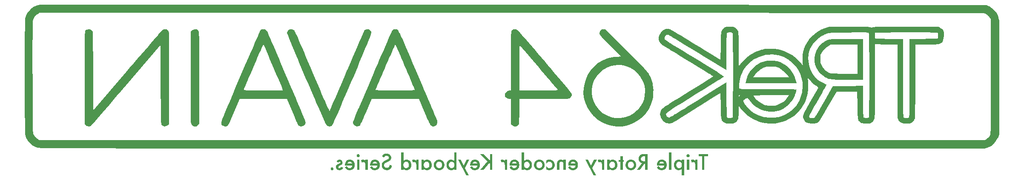
<source format=gbr>
G04 #@! TF.GenerationSoftware,KiCad,Pcbnew,7.0.9*
G04 #@! TF.CreationDate,2024-04-05T23:36:11+09:00*
G04 #@! TF.ProjectId,bottom_plate,626f7474-6f6d-45f7-906c-6174652e6b69,rev?*
G04 #@! TF.SameCoordinates,Original*
G04 #@! TF.FileFunction,Legend,Bot*
G04 #@! TF.FilePolarity,Positive*
%FSLAX46Y46*%
G04 Gerber Fmt 4.6, Leading zero omitted, Abs format (unit mm)*
G04 Created by KiCad (PCBNEW 7.0.9) date 2024-04-05 23:36:11*
%MOMM*%
%LPD*%
G01*
G04 APERTURE LIST*
%ADD10C,0.150000*%
G04 APERTURE END LIST*
D10*
G36*
X208250596Y-82597678D02*
G01*
X208250596Y-85317567D01*
X208722473Y-85317567D01*
X208722473Y-82597678D01*
X209469856Y-82597678D01*
X209469856Y-82128732D01*
X207547176Y-82128732D01*
X207547176Y-82597678D01*
X208250596Y-82597678D01*
G37*
G36*
X207353736Y-83301098D02*
G01*
X206881859Y-83301098D01*
X206881859Y-83493072D01*
X206858211Y-83468278D01*
X206835079Y-83445004D01*
X206812461Y-83423250D01*
X206790359Y-83403016D01*
X206761691Y-83378400D01*
X206733939Y-83356487D01*
X206707103Y-83337276D01*
X206681183Y-83320767D01*
X206656178Y-83306959D01*
X206623896Y-83291761D01*
X206589789Y-83279139D01*
X206561190Y-83270895D01*
X206531423Y-83264301D01*
X206500488Y-83259355D01*
X206468385Y-83256058D01*
X206435115Y-83254409D01*
X206418041Y-83254203D01*
X206383691Y-83255214D01*
X206349056Y-83258247D01*
X206314139Y-83263303D01*
X206278938Y-83270380D01*
X206243453Y-83279480D01*
X206207685Y-83290602D01*
X206171634Y-83303746D01*
X206135300Y-83318912D01*
X206098682Y-83336100D01*
X206061781Y-83355311D01*
X206037023Y-83369241D01*
X206248048Y-83816938D01*
X206272589Y-83800177D01*
X206305150Y-83780394D01*
X206337527Y-83763541D01*
X206369721Y-83749619D01*
X206401733Y-83738628D01*
X206433560Y-83730568D01*
X206465205Y-83725439D01*
X206496667Y-83723241D01*
X206504503Y-83723149D01*
X206550199Y-83725362D01*
X206592946Y-83731999D01*
X206632745Y-83743062D01*
X206669596Y-83758549D01*
X206703499Y-83778462D01*
X206734454Y-83802799D01*
X206762461Y-83831562D01*
X206787520Y-83864749D01*
X206809631Y-83902361D01*
X206828793Y-83944399D01*
X206845008Y-83990861D01*
X206858274Y-84041749D01*
X206868592Y-84097061D01*
X206872646Y-84126377D01*
X206875962Y-84156799D01*
X206878542Y-84188327D01*
X206880385Y-84220961D01*
X206881490Y-84254702D01*
X206881859Y-84289548D01*
X206881859Y-85317567D01*
X207353736Y-85317567D01*
X207353736Y-83301098D01*
G37*
G36*
X205249339Y-83301098D02*
G01*
X205249339Y-85317567D01*
X205721217Y-85317567D01*
X205721217Y-83301098D01*
X205249339Y-83301098D01*
G37*
G36*
X205768111Y-82477511D02*
G01*
X205766715Y-82447263D01*
X205762524Y-82418068D01*
X205753358Y-82383056D01*
X205739827Y-82349690D01*
X205721931Y-82317969D01*
X205704471Y-82293778D01*
X205684218Y-82270639D01*
X205678718Y-82265019D01*
X205655649Y-82244068D01*
X205631503Y-82225910D01*
X205606281Y-82210546D01*
X205573241Y-82195269D01*
X205538518Y-82184356D01*
X205509530Y-82178769D01*
X205479465Y-82175976D01*
X205464029Y-82175627D01*
X205432922Y-82177023D01*
X205402983Y-82181214D01*
X205374212Y-82188197D01*
X205339891Y-82200856D01*
X205313747Y-82214125D01*
X205288772Y-82230188D01*
X205264964Y-82249044D01*
X205247874Y-82265019D01*
X205226923Y-82287448D01*
X205208765Y-82311135D01*
X205189996Y-82342516D01*
X205175591Y-82375865D01*
X205167211Y-82403960D01*
X205161624Y-82433315D01*
X205158830Y-82463929D01*
X205158481Y-82479709D01*
X205159878Y-82510976D01*
X205164068Y-82541029D01*
X205171052Y-82569869D01*
X205183710Y-82604212D01*
X205200733Y-82636659D01*
X205217494Y-82661251D01*
X205237049Y-82684630D01*
X205247874Y-82695864D01*
X205270291Y-82716815D01*
X205293944Y-82734973D01*
X205325250Y-82753742D01*
X205358487Y-82768146D01*
X205393657Y-82778186D01*
X205423184Y-82783074D01*
X205453947Y-82785169D01*
X205461831Y-82785257D01*
X205492949Y-82783871D01*
X205522922Y-82779715D01*
X205551750Y-82772789D01*
X205579434Y-82763092D01*
X205605972Y-82750624D01*
X205631366Y-82735385D01*
X205655615Y-82717376D01*
X205678718Y-82696597D01*
X205699670Y-82673619D01*
X205717828Y-82649381D01*
X205733192Y-82623885D01*
X205745763Y-82597129D01*
X205755540Y-82569113D01*
X205762524Y-82539838D01*
X205766715Y-82509304D01*
X205768111Y-82477511D01*
G37*
G36*
X203637325Y-83255256D02*
G01*
X203679240Y-83258416D01*
X203720582Y-83263683D01*
X203761351Y-83271056D01*
X203801548Y-83280535D01*
X203841173Y-83292122D01*
X203880225Y-83305814D01*
X203918704Y-83321614D01*
X203956612Y-83339520D01*
X203993947Y-83359533D01*
X204030709Y-83381652D01*
X204066899Y-83405878D01*
X204102516Y-83432210D01*
X204137561Y-83460649D01*
X204172034Y-83491195D01*
X204205934Y-83523847D01*
X204205934Y-83301098D01*
X204677811Y-83301098D01*
X204677811Y-86396143D01*
X204205934Y-86396143D01*
X204205934Y-85080895D01*
X204171487Y-85115233D01*
X204136474Y-85147356D01*
X204100893Y-85177263D01*
X204064746Y-85204955D01*
X204028033Y-85230432D01*
X203990752Y-85253693D01*
X203952905Y-85274739D01*
X203914491Y-85293570D01*
X203875511Y-85310185D01*
X203835963Y-85324585D01*
X203795849Y-85336769D01*
X203755169Y-85346738D01*
X203713921Y-85354492D01*
X203672107Y-85360030D01*
X203629726Y-85363353D01*
X203586778Y-85364461D01*
X203537216Y-85363299D01*
X203488730Y-85359813D01*
X203441320Y-85354003D01*
X203394987Y-85345868D01*
X203349729Y-85335410D01*
X203305548Y-85322627D01*
X203262443Y-85307520D01*
X203220414Y-85290089D01*
X203179461Y-85270334D01*
X203139585Y-85248255D01*
X203100785Y-85223852D01*
X203063061Y-85197124D01*
X203026413Y-85168073D01*
X202990841Y-85136697D01*
X202956346Y-85102997D01*
X202922926Y-85066973D01*
X202890895Y-85028929D01*
X202860931Y-84989716D01*
X202833033Y-84949336D01*
X202807201Y-84907788D01*
X202783436Y-84865072D01*
X202761738Y-84821189D01*
X202742106Y-84776137D01*
X202724540Y-84729918D01*
X202709041Y-84682531D01*
X202695609Y-84633977D01*
X202684243Y-84584254D01*
X202674944Y-84533364D01*
X202667711Y-84481306D01*
X202662544Y-84428080D01*
X202659445Y-84373686D01*
X202658425Y-84318857D01*
X203130289Y-84318857D01*
X203130904Y-84352214D01*
X203132750Y-84384872D01*
X203135827Y-84416831D01*
X203140135Y-84448092D01*
X203145673Y-84478655D01*
X203152442Y-84508520D01*
X203160442Y-84537686D01*
X203169673Y-84566153D01*
X203180134Y-84593923D01*
X203191826Y-84620994D01*
X203204749Y-84647366D01*
X203218903Y-84673040D01*
X203234287Y-84698016D01*
X203250903Y-84722293D01*
X203268748Y-84745872D01*
X203287825Y-84768753D01*
X203307200Y-84790491D01*
X203337474Y-84820470D01*
X203369204Y-84847292D01*
X203402389Y-84870959D01*
X203437030Y-84891471D01*
X203473126Y-84908826D01*
X203510678Y-84923027D01*
X203549685Y-84934071D01*
X203590147Y-84941960D01*
X203632065Y-84946694D01*
X203675439Y-84948271D01*
X203690915Y-84948098D01*
X203721306Y-84946713D01*
X203750948Y-84943942D01*
X203794003Y-84937189D01*
X203835372Y-84927318D01*
X203875053Y-84914331D01*
X203913047Y-84898227D01*
X203949353Y-84879006D01*
X203983972Y-84856667D01*
X204016904Y-84831212D01*
X204048149Y-84802640D01*
X204077707Y-84770951D01*
X204096428Y-84747764D01*
X204113942Y-84723816D01*
X204130248Y-84699106D01*
X204145347Y-84673635D01*
X204159237Y-84647403D01*
X204171919Y-84620410D01*
X204183394Y-84592655D01*
X204193661Y-84564138D01*
X204202720Y-84534861D01*
X204210571Y-84504822D01*
X204217214Y-84474021D01*
X204222649Y-84442460D01*
X204226877Y-84410137D01*
X204229897Y-84377052D01*
X204231708Y-84343206D01*
X204232312Y-84308599D01*
X204232161Y-84290801D01*
X204230953Y-84255854D01*
X204228538Y-84221770D01*
X204224914Y-84188551D01*
X204220083Y-84156197D01*
X204214043Y-84124707D01*
X204206796Y-84094081D01*
X204198341Y-84064319D01*
X204188678Y-84035422D01*
X204177808Y-84007390D01*
X204165729Y-83980222D01*
X204152443Y-83953918D01*
X204130248Y-83916083D01*
X204105336Y-83880193D01*
X204077707Y-83846248D01*
X204057923Y-83824953D01*
X204026873Y-83795586D01*
X203994175Y-83769311D01*
X203959829Y-83746127D01*
X203923834Y-83726034D01*
X203886190Y-83709033D01*
X203846897Y-83695122D01*
X203805956Y-83684303D01*
X203763366Y-83676575D01*
X203734057Y-83673140D01*
X203704015Y-83671080D01*
X203673240Y-83670393D01*
X203629972Y-83671996D01*
X203588095Y-83676807D01*
X203547609Y-83684825D01*
X203508514Y-83696050D01*
X203470810Y-83710482D01*
X203434497Y-83728121D01*
X203399575Y-83748967D01*
X203366044Y-83773021D01*
X203333904Y-83800281D01*
X203303155Y-83830749D01*
X203283429Y-83852842D01*
X203264884Y-83875700D01*
X203247537Y-83899393D01*
X203231385Y-83923923D01*
X203216430Y-83949288D01*
X203202671Y-83975488D01*
X203190109Y-84002525D01*
X203178743Y-84030397D01*
X203168574Y-84059105D01*
X203159601Y-84088649D01*
X203151824Y-84119029D01*
X203145244Y-84150244D01*
X203139860Y-84182295D01*
X203135672Y-84215182D01*
X203132681Y-84248905D01*
X203130887Y-84283463D01*
X203130289Y-84318857D01*
X202658425Y-84318857D01*
X202658411Y-84318125D01*
X202659453Y-84261404D01*
X202662579Y-84205914D01*
X202667788Y-84151655D01*
X202675081Y-84098627D01*
X202684458Y-84046829D01*
X202695918Y-83996262D01*
X202709462Y-83946926D01*
X202725090Y-83898821D01*
X202742801Y-83851946D01*
X202762596Y-83806302D01*
X202784475Y-83761889D01*
X202808438Y-83718707D01*
X202834484Y-83676755D01*
X202862614Y-83636035D01*
X202892827Y-83596545D01*
X202925125Y-83558285D01*
X202958567Y-83521463D01*
X202993131Y-83487016D01*
X203028817Y-83454945D01*
X203065625Y-83425249D01*
X203103555Y-83397929D01*
X203142608Y-83372985D01*
X203182782Y-83350416D01*
X203224078Y-83330224D01*
X203266496Y-83312406D01*
X203310036Y-83296965D01*
X203354698Y-83283898D01*
X203400482Y-83273208D01*
X203447388Y-83264893D01*
X203495416Y-83258954D01*
X203544566Y-83255391D01*
X203594838Y-83254203D01*
X203637325Y-83255256D01*
G37*
G36*
X201688279Y-81847364D02*
G01*
X201688279Y-85317567D01*
X202160156Y-85317567D01*
X202160156Y-81847364D01*
X201688279Y-81847364D01*
G37*
G36*
X200297437Y-83255334D02*
G01*
X200350191Y-83258725D01*
X200401599Y-83264378D01*
X200451662Y-83272292D01*
X200500380Y-83282467D01*
X200547752Y-83294904D01*
X200593780Y-83309601D01*
X200638462Y-83326560D01*
X200681799Y-83345780D01*
X200723790Y-83367261D01*
X200764437Y-83391003D01*
X200803738Y-83417006D01*
X200841694Y-83445270D01*
X200878305Y-83475796D01*
X200913570Y-83508583D01*
X200947490Y-83543631D01*
X200963674Y-83562126D01*
X200994500Y-83600176D01*
X201023271Y-83639640D01*
X201049987Y-83680519D01*
X201074648Y-83722811D01*
X201097254Y-83766517D01*
X201117805Y-83811637D01*
X201136300Y-83858171D01*
X201152741Y-83906119D01*
X201167126Y-83955481D01*
X201179457Y-84006256D01*
X201189732Y-84058446D01*
X201197952Y-84112050D01*
X201204118Y-84167067D01*
X201208228Y-84223499D01*
X201210283Y-84281345D01*
X201210540Y-84310797D01*
X201209478Y-84369691D01*
X201206292Y-84427118D01*
X201200983Y-84483080D01*
X201193550Y-84537577D01*
X201183993Y-84590608D01*
X201172312Y-84642174D01*
X201158507Y-84692274D01*
X201142579Y-84740909D01*
X201124527Y-84788079D01*
X201104351Y-84833782D01*
X201082052Y-84878021D01*
X201057628Y-84920794D01*
X201031081Y-84962102D01*
X201002411Y-85001944D01*
X200971616Y-85040320D01*
X200938697Y-85077232D01*
X200903936Y-85112013D01*
X200867795Y-85144551D01*
X200830274Y-85174845D01*
X200791373Y-85202894D01*
X200751093Y-85228700D01*
X200709434Y-85252262D01*
X200666394Y-85273580D01*
X200621976Y-85292654D01*
X200576177Y-85309484D01*
X200528999Y-85324069D01*
X200480442Y-85336411D01*
X200430504Y-85346509D01*
X200379188Y-85354363D01*
X200326491Y-85359973D01*
X200272415Y-85363339D01*
X200216960Y-85364461D01*
X200178297Y-85363946D01*
X200140344Y-85362400D01*
X200103101Y-85359824D01*
X200066567Y-85356218D01*
X200030744Y-85351581D01*
X199995630Y-85345914D01*
X199961226Y-85339216D01*
X199927532Y-85331488D01*
X199894296Y-85322661D01*
X199861632Y-85312666D01*
X199829541Y-85301504D01*
X199798022Y-85289173D01*
X199767076Y-85275675D01*
X199736702Y-85261009D01*
X199706901Y-85245175D01*
X199677672Y-85228174D01*
X199648969Y-85209810D01*
X199620748Y-85190255D01*
X199593007Y-85169510D01*
X199565747Y-85147573D01*
X199538968Y-85124447D01*
X199512670Y-85100129D01*
X199486853Y-85074621D01*
X199461517Y-85047922D01*
X199436398Y-85019758D01*
X199411600Y-84990220D01*
X199393211Y-84967165D01*
X199375003Y-84943337D01*
X199356976Y-84918736D01*
X199339128Y-84893362D01*
X199321461Y-84867216D01*
X199303974Y-84840297D01*
X199286668Y-84812605D01*
X199269542Y-84784140D01*
X199660819Y-84572382D01*
X199678467Y-84598783D01*
X199695875Y-84624131D01*
X199713043Y-84648425D01*
X199738344Y-84682892D01*
X199763103Y-84714989D01*
X199787322Y-84744716D01*
X199811000Y-84772073D01*
X199834136Y-84797060D01*
X199856732Y-84819677D01*
X199886018Y-84846147D01*
X199914343Y-84868404D01*
X199936035Y-84882677D01*
X199966621Y-84899524D01*
X199999107Y-84913875D01*
X200033494Y-84925731D01*
X200069781Y-84935090D01*
X200107969Y-84941954D01*
X200137857Y-84945463D01*
X200168814Y-84947569D01*
X200200840Y-84948271D01*
X200228280Y-84947725D01*
X200268270Y-84944855D01*
X200306856Y-84939524D01*
X200344039Y-84931734D01*
X200379817Y-84921484D01*
X200414192Y-84908773D01*
X200447163Y-84893603D01*
X200478729Y-84875972D01*
X200508892Y-84855882D01*
X200537651Y-84833331D01*
X200565006Y-84808320D01*
X200590577Y-84780935D01*
X200613984Y-84751811D01*
X200635228Y-84720949D01*
X200654307Y-84688347D01*
X200671223Y-84654007D01*
X200685975Y-84617928D01*
X200698563Y-84580110D01*
X200708987Y-84540554D01*
X200717247Y-84499258D01*
X200723344Y-84456224D01*
X200726206Y-84426569D01*
X199287860Y-84426569D01*
X199287860Y-84317392D01*
X199288109Y-84286419D01*
X199288856Y-84255871D01*
X199290101Y-84225751D01*
X199291844Y-84196057D01*
X199296825Y-84137948D01*
X199303797Y-84081545D01*
X199308735Y-84051412D01*
X199764134Y-84051412D01*
X200695432Y-84051412D01*
X200692512Y-84040403D01*
X200682792Y-84008272D01*
X200671629Y-83977480D01*
X200659024Y-83948028D01*
X200644976Y-83919915D01*
X200629486Y-83893142D01*
X200626723Y-83888767D01*
X200609481Y-83863384D01*
X200591105Y-83839496D01*
X200571596Y-83817102D01*
X200550954Y-83796202D01*
X200525439Y-83773707D01*
X200506111Y-83758709D01*
X200477971Y-83739636D01*
X200448569Y-83722806D01*
X200417905Y-83708220D01*
X200390617Y-83697504D01*
X200381323Y-83694221D01*
X200352927Y-83685643D01*
X200323758Y-83678971D01*
X200293816Y-83674205D01*
X200263102Y-83671346D01*
X200231614Y-83670393D01*
X200186340Y-83671881D01*
X200143206Y-83676346D01*
X200102213Y-83683788D01*
X200063362Y-83694206D01*
X200026651Y-83707602D01*
X199992081Y-83723974D01*
X199959652Y-83743322D01*
X199929364Y-83765647D01*
X199901217Y-83790949D01*
X199875211Y-83819228D01*
X199851345Y-83850484D01*
X199829621Y-83884716D01*
X199810038Y-83921925D01*
X199792596Y-83962110D01*
X199777294Y-84005273D01*
X199764134Y-84051412D01*
X199308735Y-84051412D01*
X199312761Y-84026848D01*
X199323718Y-83973857D01*
X199336667Y-83922572D01*
X199351607Y-83872992D01*
X199368540Y-83825119D01*
X199387465Y-83778951D01*
X199408382Y-83734489D01*
X199431292Y-83691733D01*
X199456193Y-83650683D01*
X199483086Y-83611339D01*
X199511972Y-83573701D01*
X199542850Y-83537769D01*
X199575811Y-83503431D01*
X199610215Y-83471308D01*
X199646061Y-83441401D01*
X199683350Y-83413709D01*
X199722082Y-83388232D01*
X199762256Y-83364971D01*
X199803873Y-83343925D01*
X199846932Y-83325094D01*
X199891434Y-83308479D01*
X199937378Y-83294079D01*
X199984765Y-83281895D01*
X200033595Y-83271926D01*
X200083867Y-83264172D01*
X200135581Y-83258634D01*
X200188738Y-83255311D01*
X200243338Y-83254203D01*
X200297437Y-83255334D01*
G37*
G36*
X197406213Y-85317567D02*
G01*
X196934336Y-85317567D01*
X196934336Y-84004517D01*
X196847141Y-84004517D01*
X195934162Y-85317567D01*
X195345781Y-85317567D01*
X196325439Y-83958355D01*
X196286444Y-83949153D01*
X196248410Y-83938583D01*
X196211339Y-83926645D01*
X196175229Y-83913338D01*
X196140081Y-83898663D01*
X196105895Y-83882621D01*
X196072670Y-83865210D01*
X196040407Y-83846431D01*
X196009106Y-83826284D01*
X195978766Y-83804768D01*
X195949389Y-83781885D01*
X195920972Y-83757633D01*
X195893518Y-83732013D01*
X195867025Y-83705026D01*
X195841494Y-83676670D01*
X195816925Y-83646945D01*
X195793589Y-83616162D01*
X195771759Y-83584629D01*
X195751434Y-83552346D01*
X195732615Y-83519313D01*
X195715302Y-83485530D01*
X195699494Y-83450998D01*
X195685191Y-83415715D01*
X195672394Y-83379683D01*
X195661103Y-83342900D01*
X195651317Y-83305368D01*
X195643036Y-83267086D01*
X195636262Y-83228054D01*
X195630992Y-83188272D01*
X195627228Y-83147740D01*
X195624970Y-83106458D01*
X195624440Y-83076883D01*
X196096095Y-83076883D01*
X196096764Y-83108348D01*
X196098771Y-83138815D01*
X196106799Y-83196752D01*
X196120180Y-83250694D01*
X196138913Y-83300640D01*
X196162999Y-83346590D01*
X196192437Y-83388544D01*
X196227227Y-83426503D01*
X196267370Y-83460466D01*
X196312865Y-83490433D01*
X196363712Y-83516405D01*
X196391143Y-83527893D01*
X196419912Y-83538381D01*
X196450019Y-83547871D01*
X196481464Y-83556362D01*
X196514247Y-83563854D01*
X196548368Y-83570347D01*
X196583828Y-83575841D01*
X196620625Y-83580336D01*
X196658761Y-83583832D01*
X196698234Y-83586329D01*
X196739046Y-83587828D01*
X196781196Y-83588327D01*
X196934336Y-83588327D01*
X196934336Y-82597678D01*
X196762878Y-82597678D01*
X196721855Y-82598146D01*
X196682134Y-82599550D01*
X196643716Y-82601890D01*
X196606600Y-82605166D01*
X196570787Y-82609377D01*
X196536275Y-82614525D01*
X196503067Y-82620609D01*
X196471160Y-82627628D01*
X196440556Y-82635584D01*
X196411254Y-82644475D01*
X196383254Y-82654303D01*
X196331162Y-82676766D01*
X196284278Y-82702972D01*
X196242604Y-82732922D01*
X196206140Y-82766616D01*
X196174884Y-82804054D01*
X196148838Y-82845236D01*
X196128001Y-82890161D01*
X196112373Y-82938831D01*
X196101955Y-82991244D01*
X196096746Y-83047400D01*
X196096095Y-83076883D01*
X195624440Y-83076883D01*
X195624217Y-83064426D01*
X195625425Y-83010868D01*
X195629049Y-82958639D01*
X195635088Y-82907737D01*
X195643543Y-82858163D01*
X195654414Y-82809918D01*
X195667700Y-82763000D01*
X195683402Y-82717411D01*
X195701520Y-82673149D01*
X195722054Y-82630216D01*
X195745003Y-82588611D01*
X195770368Y-82548333D01*
X195798149Y-82509384D01*
X195828345Y-82471763D01*
X195860957Y-82435470D01*
X195895985Y-82400505D01*
X195933429Y-82366869D01*
X195969873Y-82338032D01*
X196009049Y-82311055D01*
X196050954Y-82285939D01*
X196095591Y-82262684D01*
X196142958Y-82241289D01*
X196193055Y-82221754D01*
X196245883Y-82204080D01*
X196301442Y-82188266D01*
X196330245Y-82181057D01*
X196359731Y-82174313D01*
X196389899Y-82168034D01*
X196420751Y-82162220D01*
X196452284Y-82156871D01*
X196484501Y-82151987D01*
X196517400Y-82147569D01*
X196550982Y-82143615D01*
X196585246Y-82140127D01*
X196620193Y-82137104D01*
X196655823Y-82134546D01*
X196692135Y-82132453D01*
X196729130Y-82130825D01*
X196766807Y-82129662D01*
X196805168Y-82128964D01*
X196844210Y-82128732D01*
X197406213Y-82128732D01*
X197406213Y-85317567D01*
G37*
G36*
X194148894Y-83255391D02*
G01*
X194202461Y-83258954D01*
X194254980Y-83264893D01*
X194306451Y-83273208D01*
X194356875Y-83283898D01*
X194406251Y-83296965D01*
X194454579Y-83312406D01*
X194501860Y-83330224D01*
X194548094Y-83350416D01*
X194593280Y-83372985D01*
X194637418Y-83397929D01*
X194680509Y-83425249D01*
X194722552Y-83454945D01*
X194763548Y-83487016D01*
X194803496Y-83521463D01*
X194842396Y-83558285D01*
X194879573Y-83596708D01*
X194914352Y-83636138D01*
X194946733Y-83676575D01*
X194976714Y-83718020D01*
X195004298Y-83760473D01*
X195029482Y-83803933D01*
X195052268Y-83848400D01*
X195072656Y-83893875D01*
X195090645Y-83940357D01*
X195106236Y-83987847D01*
X195119427Y-84036345D01*
X195130221Y-84085850D01*
X195138616Y-84136362D01*
X195144612Y-84187882D01*
X195148210Y-84240410D01*
X195149409Y-84293945D01*
X195148233Y-84350763D01*
X195144704Y-84406361D01*
X195138822Y-84460741D01*
X195130587Y-84513901D01*
X195120000Y-84565841D01*
X195107060Y-84616563D01*
X195091767Y-84666065D01*
X195074121Y-84714348D01*
X195054123Y-84761411D01*
X195031772Y-84807255D01*
X195007068Y-84851880D01*
X194980012Y-84895286D01*
X194950602Y-84937472D01*
X194918840Y-84978439D01*
X194884725Y-85018187D01*
X194848258Y-85056715D01*
X194810139Y-85093981D01*
X194770886Y-85128843D01*
X194730500Y-85161301D01*
X194688981Y-85191354D01*
X194646328Y-85219003D01*
X194602542Y-85244248D01*
X194557622Y-85267088D01*
X194511569Y-85287525D01*
X194464382Y-85305557D01*
X194416062Y-85321184D01*
X194366609Y-85334408D01*
X194316022Y-85345227D01*
X194264302Y-85353642D01*
X194211448Y-85359653D01*
X194157461Y-85363259D01*
X194102340Y-85364461D01*
X194046656Y-85363282D01*
X193992076Y-85359744D01*
X193938601Y-85353848D01*
X193886231Y-85345593D01*
X193834966Y-85334980D01*
X193784805Y-85322009D01*
X193735750Y-85306679D01*
X193687799Y-85288990D01*
X193640953Y-85268943D01*
X193595212Y-85246538D01*
X193550576Y-85221774D01*
X193507044Y-85194651D01*
X193464617Y-85165170D01*
X193423295Y-85133331D01*
X193383078Y-85099133D01*
X193343966Y-85062577D01*
X193306700Y-85024092D01*
X193271838Y-84984473D01*
X193239381Y-84943720D01*
X193209327Y-84901835D01*
X193181678Y-84858815D01*
X193156433Y-84814663D01*
X193133593Y-84769377D01*
X193113157Y-84722957D01*
X193095125Y-84675404D01*
X193079497Y-84626718D01*
X193066273Y-84576898D01*
X193055454Y-84525945D01*
X193047039Y-84473858D01*
X193041029Y-84420638D01*
X193037422Y-84366284D01*
X193036220Y-84310797D01*
X193508097Y-84310797D01*
X193508253Y-84328819D01*
X193509501Y-84364179D01*
X193511997Y-84398628D01*
X193515741Y-84432168D01*
X193520733Y-84464797D01*
X193526972Y-84496516D01*
X193534460Y-84527325D01*
X193543195Y-84557224D01*
X193553179Y-84586213D01*
X193564410Y-84614291D01*
X193576889Y-84641459D01*
X193590617Y-84667717D01*
X193605592Y-84693065D01*
X193630394Y-84729380D01*
X193648489Y-84752452D01*
X193667832Y-84774615D01*
X193688128Y-84795643D01*
X193720150Y-84824643D01*
X193754065Y-84850589D01*
X193789874Y-84873484D01*
X193827576Y-84893325D01*
X193867171Y-84910114D01*
X193908659Y-84923851D01*
X193937370Y-84931313D01*
X193966923Y-84937418D01*
X193997317Y-84942166D01*
X194028552Y-84945558D01*
X194060629Y-84947593D01*
X194093547Y-84948271D01*
X194126208Y-84947584D01*
X194158062Y-84945524D01*
X194189108Y-84942089D01*
X194219348Y-84937280D01*
X194248780Y-84931098D01*
X194277405Y-84923542D01*
X194318829Y-84909631D01*
X194358437Y-84892630D01*
X194396229Y-84872537D01*
X194432205Y-84849353D01*
X194466365Y-84823078D01*
X194498709Y-84793711D01*
X194519263Y-84772416D01*
X194529000Y-84761441D01*
X194556357Y-84727056D01*
X194573050Y-84702916D01*
X194588506Y-84677803D01*
X194602725Y-84651717D01*
X194615708Y-84624657D01*
X194627455Y-84596625D01*
X194637965Y-84567619D01*
X194647238Y-84537640D01*
X194655275Y-84506688D01*
X194662076Y-84474763D01*
X194667640Y-84441864D01*
X194671968Y-84407993D01*
X194675059Y-84373148D01*
X194676914Y-84337330D01*
X194677532Y-84300539D01*
X194676902Y-84266135D01*
X194675013Y-84232533D01*
X194671865Y-84199732D01*
X194667457Y-84167732D01*
X194661790Y-84136534D01*
X194654863Y-84106137D01*
X194646677Y-84076542D01*
X194637232Y-84047748D01*
X194626527Y-84019755D01*
X194614563Y-83992564D01*
X194601340Y-83966175D01*
X194586857Y-83940586D01*
X194571115Y-83915800D01*
X194554113Y-83891814D01*
X194535852Y-83868630D01*
X194516332Y-83846248D01*
X194495704Y-83824953D01*
X194463313Y-83795586D01*
X194429183Y-83769311D01*
X194393314Y-83746127D01*
X194355707Y-83726034D01*
X194316361Y-83709033D01*
X194275276Y-83695122D01*
X194246920Y-83687566D01*
X194217791Y-83681384D01*
X194187889Y-83676575D01*
X194157215Y-83673140D01*
X194125767Y-83671080D01*
X194093547Y-83670393D01*
X194060887Y-83671080D01*
X194029033Y-83673140D01*
X193997986Y-83676575D01*
X193967747Y-83681384D01*
X193938315Y-83687566D01*
X193909690Y-83695122D01*
X193868266Y-83709033D01*
X193828657Y-83726034D01*
X193790865Y-83746127D01*
X193754889Y-83769311D01*
X193720730Y-83795586D01*
X193688386Y-83824953D01*
X193667832Y-83846248D01*
X193648489Y-83868413D01*
X193630394Y-83891494D01*
X193613547Y-83915490D01*
X193597948Y-83940403D01*
X193583597Y-83966232D01*
X193570494Y-83992976D01*
X193558638Y-84020637D01*
X193548031Y-84049213D01*
X193538672Y-84078706D01*
X193530560Y-84109114D01*
X193523696Y-84140438D01*
X193518081Y-84172678D01*
X193513713Y-84205834D01*
X193510593Y-84239906D01*
X193508721Y-84274894D01*
X193508097Y-84310797D01*
X193036220Y-84310797D01*
X193037414Y-84255743D01*
X193040994Y-84201770D01*
X193046962Y-84148879D01*
X193055317Y-84097070D01*
X193066059Y-84046343D01*
X193079188Y-83996697D01*
X193094704Y-83948134D01*
X193112607Y-83900653D01*
X193132897Y-83854253D01*
X193155575Y-83808936D01*
X193180639Y-83764700D01*
X193208091Y-83721546D01*
X193237929Y-83679475D01*
X193270155Y-83638485D01*
X193304768Y-83598577D01*
X193341768Y-83559751D01*
X193380943Y-83522751D01*
X193421166Y-83488138D01*
X193462436Y-83455912D01*
X193504754Y-83426074D01*
X193548120Y-83398622D01*
X193592533Y-83373558D01*
X193637993Y-83350880D01*
X193684502Y-83330590D01*
X193732058Y-83312687D01*
X193780661Y-83297171D01*
X193830312Y-83284042D01*
X193881010Y-83273300D01*
X193932756Y-83264945D01*
X193985550Y-83258977D01*
X194039391Y-83255396D01*
X194094280Y-83254203D01*
X194148894Y-83255391D01*
G37*
G36*
X192036778Y-83723149D02*
G01*
X192036778Y-85317567D01*
X192508656Y-85317567D01*
X192508656Y-83723149D01*
X192696234Y-83723149D01*
X192696234Y-83306959D01*
X192508656Y-83306959D01*
X192508656Y-82550784D01*
X192036778Y-82550784D01*
X192036778Y-83306959D01*
X191664552Y-83306959D01*
X191664552Y-83723149D01*
X192036778Y-83723149D01*
G37*
G36*
X190528116Y-83255374D02*
G01*
X190576920Y-83258886D01*
X190624676Y-83264739D01*
X190671385Y-83272933D01*
X190717046Y-83283469D01*
X190761659Y-83296346D01*
X190805225Y-83311565D01*
X190847743Y-83329124D01*
X190889214Y-83349025D01*
X190929637Y-83371268D01*
X190969013Y-83395851D01*
X191007341Y-83422776D01*
X191044621Y-83452042D01*
X191080854Y-83483650D01*
X191116039Y-83517599D01*
X191150177Y-83553889D01*
X191182652Y-83591934D01*
X191213031Y-83631146D01*
X191241316Y-83671526D01*
X191267505Y-83713074D01*
X191291599Y-83755790D01*
X191313598Y-83799674D01*
X191333502Y-83844725D01*
X191351311Y-83890944D01*
X191367024Y-83938331D01*
X191380643Y-83986886D01*
X191392166Y-84036608D01*
X191401594Y-84087498D01*
X191408927Y-84139557D01*
X191414165Y-84192782D01*
X191417308Y-84247176D01*
X191418356Y-84302737D01*
X191417308Y-84359209D01*
X191414165Y-84414501D01*
X191408927Y-84468615D01*
X191401594Y-84521549D01*
X191392166Y-84573303D01*
X191380643Y-84623879D01*
X191367024Y-84673275D01*
X191351311Y-84721492D01*
X191333502Y-84768530D01*
X191313598Y-84814388D01*
X191291599Y-84859067D01*
X191267505Y-84902567D01*
X191241316Y-84944888D01*
X191213031Y-84986030D01*
X191182652Y-85025992D01*
X191150177Y-85064775D01*
X191115733Y-85101065D01*
X191080178Y-85135014D01*
X191043513Y-85166622D01*
X191005738Y-85195888D01*
X190966852Y-85222813D01*
X190926855Y-85247396D01*
X190885748Y-85269639D01*
X190843530Y-85289540D01*
X190800202Y-85307099D01*
X190755763Y-85322318D01*
X190710213Y-85335195D01*
X190663554Y-85345731D01*
X190615783Y-85353925D01*
X190566902Y-85359779D01*
X190516911Y-85363290D01*
X190465808Y-85364461D01*
X190424944Y-85363428D01*
X190384418Y-85360328D01*
X190344230Y-85355162D01*
X190304379Y-85347929D01*
X190264866Y-85338630D01*
X190225691Y-85327264D01*
X190186854Y-85313831D01*
X190148354Y-85298332D01*
X190110192Y-85280767D01*
X190072368Y-85261135D01*
X190034881Y-85239436D01*
X189997732Y-85215671D01*
X189960921Y-85189840D01*
X189924448Y-85161942D01*
X189888312Y-85131977D01*
X189852515Y-85099946D01*
X189852515Y-85317567D01*
X189401887Y-85317567D01*
X189401887Y-84310797D01*
X189823938Y-84310797D01*
X189824554Y-84345402D01*
X189826400Y-84379239D01*
X189829477Y-84412309D01*
X189833784Y-84444612D01*
X189839323Y-84476148D01*
X189846092Y-84506917D01*
X189854092Y-84536919D01*
X189863322Y-84566153D01*
X189873784Y-84594621D01*
X189885476Y-84622322D01*
X189898399Y-84649255D01*
X189912553Y-84675422D01*
X189927937Y-84700821D01*
X189944552Y-84725453D01*
X189962398Y-84749318D01*
X189981475Y-84772416D01*
X190011882Y-84803844D01*
X190044029Y-84832180D01*
X190077914Y-84857424D01*
X190113538Y-84879578D01*
X190150900Y-84898640D01*
X190190002Y-84914612D01*
X190230842Y-84927492D01*
X190273421Y-84937280D01*
X190302773Y-84942089D01*
X190332898Y-84945524D01*
X190363796Y-84947584D01*
X190395466Y-84948271D01*
X190410361Y-84948094D01*
X190439671Y-84946674D01*
X190482432Y-84941883D01*
X190523751Y-84933897D01*
X190563628Y-84922717D01*
X190602062Y-84908343D01*
X190639053Y-84890775D01*
X190674602Y-84870012D01*
X190708708Y-84846056D01*
X190741372Y-84818905D01*
X190772593Y-84788559D01*
X190792605Y-84766555D01*
X190811238Y-84743697D01*
X190828669Y-84720003D01*
X190844898Y-84695474D01*
X190859925Y-84670109D01*
X190873749Y-84643908D01*
X190886372Y-84616872D01*
X190897792Y-84589000D01*
X190908010Y-84560292D01*
X190917026Y-84530748D01*
X190924840Y-84500368D01*
X190931452Y-84469153D01*
X190936861Y-84437102D01*
X190941069Y-84404215D01*
X190944074Y-84370492D01*
X190945877Y-84335934D01*
X190946478Y-84300539D01*
X190945860Y-84267355D01*
X190944005Y-84234846D01*
X190940914Y-84203012D01*
X190936587Y-84171854D01*
X190931022Y-84141371D01*
X190924222Y-84111564D01*
X190916185Y-84082432D01*
X190906911Y-84053976D01*
X190896401Y-84026195D01*
X190884654Y-83999090D01*
X190871671Y-83972660D01*
X190857452Y-83946906D01*
X190841996Y-83921827D01*
X190825303Y-83897424D01*
X190807374Y-83873696D01*
X190788209Y-83850644D01*
X190778194Y-83839554D01*
X190757701Y-83818431D01*
X190725801Y-83789387D01*
X190692511Y-83763511D01*
X190657829Y-83740803D01*
X190621757Y-83721264D01*
X190584293Y-83704894D01*
X190545438Y-83691692D01*
X190505193Y-83681658D01*
X190463556Y-83674793D01*
X190420528Y-83671097D01*
X190391070Y-83670393D01*
X190359932Y-83671088D01*
X190329532Y-83673175D01*
X190299871Y-83676652D01*
X190256764Y-83684477D01*
X190215318Y-83695431D01*
X190175534Y-83709516D01*
X190137412Y-83726730D01*
X190100950Y-83747074D01*
X190066151Y-83770548D01*
X190033013Y-83797151D01*
X190001536Y-83826885D01*
X189981475Y-83848446D01*
X189962398Y-83871547D01*
X189944552Y-83895421D01*
X189927937Y-83920067D01*
X189912553Y-83945487D01*
X189898399Y-83971679D01*
X189885476Y-83998644D01*
X189873784Y-84026381D01*
X189863322Y-84054892D01*
X189854092Y-84084175D01*
X189846092Y-84114232D01*
X189839323Y-84145061D01*
X189833784Y-84176662D01*
X189829477Y-84209037D01*
X189826400Y-84242184D01*
X189824554Y-84276105D01*
X189823938Y-84310797D01*
X189401887Y-84310797D01*
X189401887Y-83301098D01*
X189852515Y-83301098D01*
X189852515Y-83538502D01*
X189887417Y-83504075D01*
X189922879Y-83471869D01*
X189958903Y-83441884D01*
X189995488Y-83414121D01*
X190032634Y-83388578D01*
X190070341Y-83365257D01*
X190108609Y-83344157D01*
X190147438Y-83325278D01*
X190186828Y-83308619D01*
X190226779Y-83294182D01*
X190267291Y-83281966D01*
X190308363Y-83271972D01*
X190349997Y-83264198D01*
X190392192Y-83258645D01*
X190434948Y-83255313D01*
X190478265Y-83254203D01*
X190528116Y-83255374D01*
G37*
G36*
X188806911Y-83301098D02*
G01*
X188335034Y-83301098D01*
X188335034Y-83493072D01*
X188311386Y-83468278D01*
X188288254Y-83445004D01*
X188265636Y-83423250D01*
X188243534Y-83403016D01*
X188214866Y-83378400D01*
X188187114Y-83356487D01*
X188160278Y-83337276D01*
X188134358Y-83320767D01*
X188109353Y-83306959D01*
X188077071Y-83291761D01*
X188042964Y-83279139D01*
X188014365Y-83270895D01*
X187984598Y-83264301D01*
X187953663Y-83259355D01*
X187921560Y-83256058D01*
X187888290Y-83254409D01*
X187871217Y-83254203D01*
X187836866Y-83255214D01*
X187802231Y-83258247D01*
X187767314Y-83263303D01*
X187732113Y-83270380D01*
X187696628Y-83279480D01*
X187660861Y-83290602D01*
X187624809Y-83303746D01*
X187588475Y-83318912D01*
X187551857Y-83336100D01*
X187514956Y-83355311D01*
X187490198Y-83369241D01*
X187701224Y-83816938D01*
X187725764Y-83800177D01*
X187758325Y-83780394D01*
X187790702Y-83763541D01*
X187822897Y-83749619D01*
X187854908Y-83738628D01*
X187886736Y-83730568D01*
X187918380Y-83725439D01*
X187949842Y-83723241D01*
X187957679Y-83723149D01*
X188003374Y-83725362D01*
X188046121Y-83731999D01*
X188085920Y-83743062D01*
X188122772Y-83758549D01*
X188156675Y-83778462D01*
X188187629Y-83802799D01*
X188215636Y-83831562D01*
X188240695Y-83864749D01*
X188262806Y-83902361D01*
X188281968Y-83944399D01*
X188298183Y-83990861D01*
X188311449Y-84041749D01*
X188321767Y-84097061D01*
X188325821Y-84126377D01*
X188329138Y-84156799D01*
X188331717Y-84188327D01*
X188333560Y-84220961D01*
X188334665Y-84254702D01*
X188335034Y-84289548D01*
X188335034Y-85317567D01*
X188806911Y-85317567D01*
X188806911Y-83301098D01*
G37*
G36*
X186411621Y-84932884D02*
G01*
X187309947Y-83301098D01*
X186775055Y-83301098D01*
X186163959Y-84453680D01*
X185593896Y-83301098D01*
X185072926Y-83301098D01*
X186664413Y-86396143D01*
X187191245Y-86396143D01*
X186411621Y-84932884D01*
G37*
G36*
X182656265Y-83255334D02*
G01*
X182709018Y-83258725D01*
X182760426Y-83264378D01*
X182810490Y-83272292D01*
X182859207Y-83282467D01*
X182906580Y-83294904D01*
X182952607Y-83309601D01*
X182997290Y-83326560D01*
X183040626Y-83345780D01*
X183082618Y-83367261D01*
X183123265Y-83391003D01*
X183162566Y-83417006D01*
X183200522Y-83445270D01*
X183237132Y-83475796D01*
X183272398Y-83508583D01*
X183306318Y-83543631D01*
X183322502Y-83562126D01*
X183353328Y-83600176D01*
X183382099Y-83639640D01*
X183408815Y-83680519D01*
X183433476Y-83722811D01*
X183456081Y-83766517D01*
X183476632Y-83811637D01*
X183495128Y-83858171D01*
X183511568Y-83906119D01*
X183525954Y-83955481D01*
X183538284Y-84006256D01*
X183548560Y-84058446D01*
X183556780Y-84112050D01*
X183562945Y-84167067D01*
X183567055Y-84223499D01*
X183569111Y-84281345D01*
X183569367Y-84310797D01*
X183568306Y-84369691D01*
X183565120Y-84427118D01*
X183559810Y-84483080D01*
X183552377Y-84537577D01*
X183542820Y-84590608D01*
X183531140Y-84642174D01*
X183517335Y-84692274D01*
X183501407Y-84740909D01*
X183483355Y-84788079D01*
X183463179Y-84833782D01*
X183440879Y-84878021D01*
X183416456Y-84920794D01*
X183389909Y-84962102D01*
X183361238Y-85001944D01*
X183330444Y-85040320D01*
X183297525Y-85077232D01*
X183262763Y-85112013D01*
X183226622Y-85144551D01*
X183189101Y-85174845D01*
X183150201Y-85202894D01*
X183109921Y-85228700D01*
X183068261Y-85252262D01*
X183025222Y-85273580D01*
X182980803Y-85292654D01*
X182935005Y-85309484D01*
X182887827Y-85324069D01*
X182839269Y-85336411D01*
X182789332Y-85346509D01*
X182738015Y-85354363D01*
X182685319Y-85359973D01*
X182631243Y-85363339D01*
X182575787Y-85364461D01*
X182537125Y-85363946D01*
X182499172Y-85362400D01*
X182461928Y-85359824D01*
X182425395Y-85356218D01*
X182389571Y-85351581D01*
X182354458Y-85345914D01*
X182320054Y-85339216D01*
X182286360Y-85331488D01*
X182253124Y-85322661D01*
X182220460Y-85312666D01*
X182188369Y-85301504D01*
X182156850Y-85289173D01*
X182125904Y-85275675D01*
X182095530Y-85261009D01*
X182065728Y-85245175D01*
X182036499Y-85228174D01*
X182007797Y-85209810D01*
X181979575Y-85190255D01*
X181951835Y-85169510D01*
X181924575Y-85147573D01*
X181897796Y-85124447D01*
X181871498Y-85100129D01*
X181845681Y-85074621D01*
X181820344Y-85047922D01*
X181795226Y-85019758D01*
X181770427Y-84990220D01*
X181752039Y-84967165D01*
X181733831Y-84943337D01*
X181715803Y-84918736D01*
X181697956Y-84893362D01*
X181680289Y-84867216D01*
X181662802Y-84840297D01*
X181645496Y-84812605D01*
X181628369Y-84784140D01*
X182019647Y-84572382D01*
X182037295Y-84598783D01*
X182054703Y-84624131D01*
X182071871Y-84648425D01*
X182097171Y-84682892D01*
X182121931Y-84714989D01*
X182146150Y-84744716D01*
X182169827Y-84772073D01*
X182192964Y-84797060D01*
X182215560Y-84819677D01*
X182244846Y-84846147D01*
X182273171Y-84868404D01*
X182294863Y-84882677D01*
X182325448Y-84899524D01*
X182357935Y-84913875D01*
X182392321Y-84925731D01*
X182428609Y-84935090D01*
X182466796Y-84941954D01*
X182496684Y-84945463D01*
X182527641Y-84947569D01*
X182559667Y-84948271D01*
X182587108Y-84947725D01*
X182627098Y-84944855D01*
X182665684Y-84939524D01*
X182702867Y-84931734D01*
X182738645Y-84921484D01*
X182773020Y-84908773D01*
X182805990Y-84893603D01*
X182837557Y-84875972D01*
X182867720Y-84855882D01*
X182896479Y-84833331D01*
X182923834Y-84808320D01*
X182949405Y-84780935D01*
X182972812Y-84751811D01*
X182994055Y-84720949D01*
X183013135Y-84688347D01*
X183030051Y-84654007D01*
X183044802Y-84617928D01*
X183057390Y-84580110D01*
X183067815Y-84540554D01*
X183076075Y-84499258D01*
X183082172Y-84456224D01*
X183085034Y-84426569D01*
X181646688Y-84426569D01*
X181646688Y-84317392D01*
X181646937Y-84286419D01*
X181647684Y-84255871D01*
X181648929Y-84225751D01*
X181650672Y-84196057D01*
X181655652Y-84137948D01*
X181662625Y-84081545D01*
X181667563Y-84051412D01*
X182122961Y-84051412D01*
X183054259Y-84051412D01*
X183051340Y-84040403D01*
X183041620Y-84008272D01*
X183030457Y-83977480D01*
X183017852Y-83948028D01*
X183003804Y-83919915D01*
X182988314Y-83893142D01*
X182985550Y-83888767D01*
X182968308Y-83863384D01*
X182949933Y-83839496D01*
X182930424Y-83817102D01*
X182909781Y-83796202D01*
X182884266Y-83773707D01*
X182864939Y-83758709D01*
X182836799Y-83739636D01*
X182807397Y-83722806D01*
X182776733Y-83708220D01*
X182749444Y-83697504D01*
X182740151Y-83694221D01*
X182711754Y-83685643D01*
X182682586Y-83678971D01*
X182652644Y-83674205D01*
X182621929Y-83671346D01*
X182590442Y-83670393D01*
X182545167Y-83671881D01*
X182502034Y-83676346D01*
X182461041Y-83683788D01*
X182422189Y-83694206D01*
X182385478Y-83707602D01*
X182350909Y-83723974D01*
X182318480Y-83743322D01*
X182288192Y-83765647D01*
X182260044Y-83790949D01*
X182234038Y-83819228D01*
X182210173Y-83850484D01*
X182188449Y-83884716D01*
X182168866Y-83921925D01*
X182151423Y-83962110D01*
X182136122Y-84005273D01*
X182122961Y-84051412D01*
X181667563Y-84051412D01*
X181671589Y-84026848D01*
X181682546Y-83973857D01*
X181695494Y-83922572D01*
X181710435Y-83872992D01*
X181727368Y-83825119D01*
X181746293Y-83778951D01*
X181767210Y-83734489D01*
X181790119Y-83691733D01*
X181815021Y-83650683D01*
X181841914Y-83611339D01*
X181870800Y-83573701D01*
X181901677Y-83537769D01*
X181934639Y-83503431D01*
X181969042Y-83471308D01*
X182004889Y-83441401D01*
X182042178Y-83413709D01*
X182080909Y-83388232D01*
X182121084Y-83364971D01*
X182162700Y-83343925D01*
X182205760Y-83325094D01*
X182250261Y-83308479D01*
X182296206Y-83294079D01*
X182343593Y-83281895D01*
X182392422Y-83271926D01*
X182442694Y-83264172D01*
X182494409Y-83258634D01*
X182547566Y-83255311D01*
X182602166Y-83254203D01*
X182656265Y-83255334D01*
G37*
G36*
X181154294Y-83301098D02*
G01*
X180682417Y-83301098D01*
X180682417Y-83490874D01*
X180651771Y-83462215D01*
X180620650Y-83435404D01*
X180589054Y-83410443D01*
X180556983Y-83387331D01*
X180524437Y-83366067D01*
X180491415Y-83346653D01*
X180457919Y-83329087D01*
X180423947Y-83313371D01*
X180389500Y-83299503D01*
X180354578Y-83287485D01*
X180319181Y-83277315D01*
X180283309Y-83268995D01*
X180246962Y-83262523D01*
X180210139Y-83257901D01*
X180172841Y-83255127D01*
X180135069Y-83254203D01*
X180091803Y-83255064D01*
X180049752Y-83257649D01*
X180008913Y-83261957D01*
X179969289Y-83267987D01*
X179930878Y-83275741D01*
X179893680Y-83285218D01*
X179857697Y-83296418D01*
X179822926Y-83309341D01*
X179789370Y-83323987D01*
X179757027Y-83340356D01*
X179725897Y-83358448D01*
X179695981Y-83378263D01*
X179667279Y-83399801D01*
X179639790Y-83423063D01*
X179613515Y-83448047D01*
X179588453Y-83474754D01*
X179567957Y-83499129D01*
X179548783Y-83525358D01*
X179530931Y-83553442D01*
X179514402Y-83583381D01*
X179499195Y-83615175D01*
X179485310Y-83648823D01*
X179472748Y-83684326D01*
X179461508Y-83721684D01*
X179451590Y-83760896D01*
X179442995Y-83801963D01*
X179435722Y-83844885D01*
X179429772Y-83889662D01*
X179425143Y-83936293D01*
X179421838Y-83984779D01*
X179419854Y-84035120D01*
X179419193Y-84087315D01*
X179419193Y-85317567D01*
X179891070Y-85317567D01*
X179891070Y-84195759D01*
X179891391Y-84159380D01*
X179892352Y-84124433D01*
X179893955Y-84090916D01*
X179896199Y-84058830D01*
X179899084Y-84028176D01*
X179902611Y-83998953D01*
X179909102Y-83957801D01*
X179917036Y-83919870D01*
X179926413Y-83885158D01*
X179937232Y-83853666D01*
X179949494Y-83825395D01*
X179968087Y-83792708D01*
X179973136Y-83785431D01*
X179994980Y-83758469D01*
X180020946Y-83735102D01*
X180051034Y-83715330D01*
X180085243Y-83699152D01*
X180113605Y-83689379D01*
X180144285Y-83681627D01*
X180177284Y-83675898D01*
X180212601Y-83672190D01*
X180250236Y-83670505D01*
X180263296Y-83670393D01*
X180305120Y-83671732D01*
X180344586Y-83675751D01*
X180381696Y-83682448D01*
X180416448Y-83691825D01*
X180448843Y-83703881D01*
X180478882Y-83718615D01*
X180506563Y-83736029D01*
X180531887Y-83756122D01*
X180554854Y-83778894D01*
X180575464Y-83804345D01*
X180587895Y-83822800D01*
X180604787Y-83852942D01*
X180620018Y-83887037D01*
X180633587Y-83925087D01*
X180645494Y-83967091D01*
X180652510Y-83997290D01*
X180658786Y-84029247D01*
X180664325Y-84062961D01*
X180669125Y-84098432D01*
X180673186Y-84135661D01*
X180676509Y-84174647D01*
X180679094Y-84215391D01*
X180680940Y-84257892D01*
X180682048Y-84302151D01*
X180682417Y-84348167D01*
X180682417Y-85317567D01*
X181154294Y-85317567D01*
X181154294Y-83301098D01*
G37*
G36*
X177306004Y-83395620D02*
G01*
X177306004Y-84007448D01*
X177325561Y-83983923D01*
X177344850Y-83961343D01*
X177373278Y-83929244D01*
X177401101Y-83899270D01*
X177428319Y-83871422D01*
X177454931Y-83845698D01*
X177480938Y-83822100D01*
X177506339Y-83800627D01*
X177531135Y-83781279D01*
X177555326Y-83764056D01*
X177586639Y-83744398D01*
X177617906Y-83727053D01*
X177650524Y-83712021D01*
X177684492Y-83699301D01*
X177719812Y-83688894D01*
X177756483Y-83680800D01*
X177794505Y-83675018D01*
X177823908Y-83672200D01*
X177854070Y-83670682D01*
X177874601Y-83670393D01*
X177906503Y-83671105D01*
X177937730Y-83673244D01*
X177968282Y-83676807D01*
X177998158Y-83681796D01*
X178027358Y-83688210D01*
X178055883Y-83696050D01*
X178083732Y-83705315D01*
X178124240Y-83721885D01*
X178163228Y-83741662D01*
X178200695Y-83764646D01*
X178224830Y-83781751D01*
X178248288Y-83800281D01*
X178271072Y-83820236D01*
X178293179Y-83841617D01*
X178303980Y-83852842D01*
X178324743Y-83875917D01*
X178344166Y-83899714D01*
X178362249Y-83924232D01*
X178378993Y-83949471D01*
X178394398Y-83975431D01*
X178408463Y-84002113D01*
X178421188Y-84029516D01*
X178432574Y-84057640D01*
X178442620Y-84086485D01*
X178451327Y-84116052D01*
X178458695Y-84146340D01*
X178464722Y-84177349D01*
X178469411Y-84209080D01*
X178472760Y-84241532D01*
X178474769Y-84274705D01*
X178475439Y-84308599D01*
X178474795Y-84343198D01*
X178472863Y-84377018D01*
X178469643Y-84410059D01*
X178465135Y-84442322D01*
X178459339Y-84473807D01*
X178452255Y-84504513D01*
X178443883Y-84534440D01*
X178434223Y-84563589D01*
X178423275Y-84591959D01*
X178411039Y-84619551D01*
X178397515Y-84646364D01*
X178382703Y-84672399D01*
X178366603Y-84697655D01*
X178349215Y-84722133D01*
X178330539Y-84745832D01*
X178310575Y-84768753D01*
X178289248Y-84790491D01*
X178267218Y-84810827D01*
X178244483Y-84829761D01*
X178209061Y-84855532D01*
X178172055Y-84878147D01*
X178133464Y-84897606D01*
X178093289Y-84913910D01*
X178051530Y-84927059D01*
X178022811Y-84934071D01*
X177993387Y-84939681D01*
X177963259Y-84943889D01*
X177932427Y-84946694D01*
X177900891Y-84948096D01*
X177884859Y-84948271D01*
X177854158Y-84947647D01*
X177824152Y-84945773D01*
X177794841Y-84942649D01*
X177756842Y-84936541D01*
X177720080Y-84928212D01*
X177684554Y-84917662D01*
X177650265Y-84904891D01*
X177617212Y-84889898D01*
X177593233Y-84877197D01*
X177561978Y-84857585D01*
X177537665Y-84840216D01*
X177512605Y-84820568D01*
X177486797Y-84798639D01*
X177460243Y-84774431D01*
X177432942Y-84747944D01*
X177404894Y-84719176D01*
X177376098Y-84688129D01*
X177356486Y-84666164D01*
X177336542Y-84643186D01*
X177316266Y-84619195D01*
X177306004Y-84606820D01*
X177306004Y-85217183D01*
X177340906Y-85235017D01*
X177375819Y-85251701D01*
X177410744Y-85267234D01*
X177445680Y-85281617D01*
X177480628Y-85294849D01*
X177515587Y-85306930D01*
X177550558Y-85317861D01*
X177585540Y-85327642D01*
X177620533Y-85336271D01*
X177655538Y-85343750D01*
X177690555Y-85350078D01*
X177725582Y-85355256D01*
X177760622Y-85359283D01*
X177795673Y-85362160D01*
X177830735Y-85363886D01*
X177865808Y-85364461D01*
X177922832Y-85363290D01*
X177978683Y-85359779D01*
X178033360Y-85353925D01*
X178086863Y-85345731D01*
X178139193Y-85335195D01*
X178190350Y-85322318D01*
X178240333Y-85307099D01*
X178289142Y-85289540D01*
X178336778Y-85269639D01*
X178383241Y-85247396D01*
X178428530Y-85222813D01*
X178472645Y-85195888D01*
X178515587Y-85166622D01*
X178557355Y-85135014D01*
X178597950Y-85101065D01*
X178637372Y-85064775D01*
X178674904Y-85026559D01*
X178710015Y-84987198D01*
X178742704Y-84946691D01*
X178772972Y-84905040D01*
X178800819Y-84862244D01*
X178826244Y-84818304D01*
X178849247Y-84773218D01*
X178869830Y-84726987D01*
X178887990Y-84679612D01*
X178903730Y-84631091D01*
X178917048Y-84581426D01*
X178927944Y-84530616D01*
X178936419Y-84478661D01*
X178942473Y-84425561D01*
X178946105Y-84371316D01*
X178947316Y-84315927D01*
X178946088Y-84260689D01*
X178942404Y-84206533D01*
X178936265Y-84153458D01*
X178927669Y-84101466D01*
X178916618Y-84050556D01*
X178903112Y-84000727D01*
X178887149Y-83951981D01*
X178868731Y-83904316D01*
X178847856Y-83857734D01*
X178824526Y-83812233D01*
X178798741Y-83767814D01*
X178770499Y-83724477D01*
X178739802Y-83682222D01*
X178706649Y-83641049D01*
X178671040Y-83600958D01*
X178632975Y-83561949D01*
X178593125Y-83524683D01*
X178552158Y-83489821D01*
X178510074Y-83457363D01*
X178466875Y-83427310D01*
X178422559Y-83399661D01*
X178377127Y-83374416D01*
X178330579Y-83351576D01*
X178282914Y-83331139D01*
X178234133Y-83313107D01*
X178184236Y-83297480D01*
X178133223Y-83284256D01*
X178081093Y-83273437D01*
X178027847Y-83265022D01*
X177973485Y-83259011D01*
X177918007Y-83255405D01*
X177861412Y-83254203D01*
X177824724Y-83254755D01*
X177788299Y-83256413D01*
X177752138Y-83259175D01*
X177716240Y-83263041D01*
X177680606Y-83268013D01*
X177645234Y-83274090D01*
X177610126Y-83281271D01*
X177575282Y-83289557D01*
X177540700Y-83298948D01*
X177506382Y-83309444D01*
X177472327Y-83321044D01*
X177438536Y-83333750D01*
X177405008Y-83347560D01*
X177371743Y-83362475D01*
X177338742Y-83378495D01*
X177306004Y-83395620D01*
G37*
G36*
X175944986Y-83255391D02*
G01*
X175998553Y-83258954D01*
X176051072Y-83264893D01*
X176102543Y-83273208D01*
X176152967Y-83283898D01*
X176202343Y-83296965D01*
X176250671Y-83312406D01*
X176297953Y-83330224D01*
X176344186Y-83350416D01*
X176389372Y-83372985D01*
X176433510Y-83397929D01*
X176476601Y-83425249D01*
X176518644Y-83454945D01*
X176559640Y-83487016D01*
X176599588Y-83521463D01*
X176638488Y-83558285D01*
X176675666Y-83596708D01*
X176710444Y-83636138D01*
X176742825Y-83676575D01*
X176772806Y-83718020D01*
X176800390Y-83760473D01*
X176825574Y-83803933D01*
X176848360Y-83848400D01*
X176868748Y-83893875D01*
X176886737Y-83940357D01*
X176902328Y-83987847D01*
X176915520Y-84036345D01*
X176926313Y-84085850D01*
X176934708Y-84136362D01*
X176940704Y-84187882D01*
X176944302Y-84240410D01*
X176945501Y-84293945D01*
X176944325Y-84350763D01*
X176940796Y-84406361D01*
X176934914Y-84460741D01*
X176926679Y-84513901D01*
X176916092Y-84565841D01*
X176903152Y-84616563D01*
X176887859Y-84666065D01*
X176870214Y-84714348D01*
X176850215Y-84761411D01*
X176827864Y-84807255D01*
X176803160Y-84851880D01*
X176776104Y-84895286D01*
X176746694Y-84937472D01*
X176714932Y-84978439D01*
X176680817Y-85018187D01*
X176644350Y-85056715D01*
X176606231Y-85093981D01*
X176566978Y-85128843D01*
X176526592Y-85161301D01*
X176485073Y-85191354D01*
X176442420Y-85219003D01*
X176398634Y-85244248D01*
X176353714Y-85267088D01*
X176307661Y-85287525D01*
X176260475Y-85305557D01*
X176212155Y-85321184D01*
X176162701Y-85334408D01*
X176112114Y-85345227D01*
X176060394Y-85353642D01*
X176007540Y-85359653D01*
X175953553Y-85363259D01*
X175898432Y-85364461D01*
X175842748Y-85363282D01*
X175788168Y-85359744D01*
X175734693Y-85353848D01*
X175682323Y-85345593D01*
X175631058Y-85334980D01*
X175580898Y-85322009D01*
X175531842Y-85306679D01*
X175483891Y-85288990D01*
X175437045Y-85268943D01*
X175391304Y-85246538D01*
X175346668Y-85221774D01*
X175303136Y-85194651D01*
X175260709Y-85165170D01*
X175219388Y-85133331D01*
X175179170Y-85099133D01*
X175140058Y-85062577D01*
X175102792Y-85024092D01*
X175067930Y-84984473D01*
X175035473Y-84943720D01*
X175005419Y-84901835D01*
X174977770Y-84858815D01*
X174952526Y-84814663D01*
X174929685Y-84769377D01*
X174909249Y-84722957D01*
X174891217Y-84675404D01*
X174875589Y-84626718D01*
X174862366Y-84576898D01*
X174851546Y-84525945D01*
X174843131Y-84473858D01*
X174837121Y-84420638D01*
X174833514Y-84366284D01*
X174832312Y-84310797D01*
X175304189Y-84310797D01*
X175304345Y-84328819D01*
X175305593Y-84364179D01*
X175308089Y-84398628D01*
X175311833Y-84432168D01*
X175316825Y-84464797D01*
X175323064Y-84496516D01*
X175330552Y-84527325D01*
X175339287Y-84557224D01*
X175349271Y-84586213D01*
X175360502Y-84614291D01*
X175372981Y-84641459D01*
X175386709Y-84667717D01*
X175401684Y-84693065D01*
X175426486Y-84729380D01*
X175444581Y-84752452D01*
X175463924Y-84774615D01*
X175484220Y-84795643D01*
X175516242Y-84824643D01*
X175550157Y-84850589D01*
X175585966Y-84873484D01*
X175623668Y-84893325D01*
X175663263Y-84910114D01*
X175704752Y-84923851D01*
X175733462Y-84931313D01*
X175763015Y-84937418D01*
X175793409Y-84942166D01*
X175824644Y-84945558D01*
X175856721Y-84947593D01*
X175889640Y-84948271D01*
X175922300Y-84947584D01*
X175954154Y-84945524D01*
X175985201Y-84942089D01*
X176015440Y-84937280D01*
X176044872Y-84931098D01*
X176073497Y-84923542D01*
X176114921Y-84909631D01*
X176154529Y-84892630D01*
X176192322Y-84872537D01*
X176228298Y-84849353D01*
X176262457Y-84823078D01*
X176294801Y-84793711D01*
X176315355Y-84772416D01*
X176325092Y-84761441D01*
X176352449Y-84727056D01*
X176369142Y-84702916D01*
X176384598Y-84677803D01*
X176398817Y-84651717D01*
X176411800Y-84624657D01*
X176423547Y-84596625D01*
X176434057Y-84567619D01*
X176443330Y-84537640D01*
X176451368Y-84506688D01*
X176458168Y-84474763D01*
X176463732Y-84441864D01*
X176468060Y-84407993D01*
X176471151Y-84373148D01*
X176473006Y-84337330D01*
X176473624Y-84300539D01*
X176472995Y-84266135D01*
X176471105Y-84232533D01*
X176467957Y-84199732D01*
X176463549Y-84167732D01*
X176457882Y-84136534D01*
X176450955Y-84106137D01*
X176442769Y-84076542D01*
X176433324Y-84047748D01*
X176422619Y-84019755D01*
X176410655Y-83992564D01*
X176397432Y-83966175D01*
X176382949Y-83940586D01*
X176367207Y-83915800D01*
X176350205Y-83891814D01*
X176331944Y-83868630D01*
X176312424Y-83846248D01*
X176291796Y-83824953D01*
X176259405Y-83795586D01*
X176225275Y-83769311D01*
X176189406Y-83746127D01*
X176151799Y-83726034D01*
X176112453Y-83709033D01*
X176071368Y-83695122D01*
X176043012Y-83687566D01*
X176013883Y-83681384D01*
X175983981Y-83676575D01*
X175953307Y-83673140D01*
X175921860Y-83671080D01*
X175889640Y-83670393D01*
X175856979Y-83671080D01*
X175825125Y-83673140D01*
X175794079Y-83676575D01*
X175763839Y-83681384D01*
X175734407Y-83687566D01*
X175705782Y-83695122D01*
X175664358Y-83709033D01*
X175624750Y-83726034D01*
X175586958Y-83746127D01*
X175550982Y-83769311D01*
X175516822Y-83795586D01*
X175484478Y-83824953D01*
X175463924Y-83846248D01*
X175444581Y-83868413D01*
X175426486Y-83891494D01*
X175409639Y-83915490D01*
X175394040Y-83940403D01*
X175379689Y-83966232D01*
X175366586Y-83992976D01*
X175354731Y-84020637D01*
X175344123Y-84049213D01*
X175334764Y-84078706D01*
X175326652Y-84109114D01*
X175319789Y-84140438D01*
X175314173Y-84172678D01*
X175309805Y-84205834D01*
X175306685Y-84239906D01*
X175304813Y-84274894D01*
X175304189Y-84310797D01*
X174832312Y-84310797D01*
X174833506Y-84255743D01*
X174837086Y-84201770D01*
X174843054Y-84148879D01*
X174851409Y-84097070D01*
X174862151Y-84046343D01*
X174875280Y-83996697D01*
X174890796Y-83948134D01*
X174908699Y-83900653D01*
X174928989Y-83854253D01*
X174951667Y-83808936D01*
X174976731Y-83764700D01*
X175004183Y-83721546D01*
X175034022Y-83679475D01*
X175066247Y-83638485D01*
X175100860Y-83598577D01*
X175137860Y-83559751D01*
X175177035Y-83522751D01*
X175217258Y-83488138D01*
X175258528Y-83455912D01*
X175300846Y-83426074D01*
X175344212Y-83398622D01*
X175388625Y-83373558D01*
X175434086Y-83350880D01*
X175480594Y-83330590D01*
X175528150Y-83312687D01*
X175576753Y-83297171D01*
X175626404Y-83284042D01*
X175677102Y-83273300D01*
X175728849Y-83264945D01*
X175781642Y-83258977D01*
X175835483Y-83255396D01*
X175890372Y-83254203D01*
X175944986Y-83255391D01*
G37*
G36*
X172874462Y-83541433D02*
G01*
X172908911Y-83506651D01*
X172943933Y-83474113D01*
X172979528Y-83443819D01*
X173015695Y-83415770D01*
X173052434Y-83389964D01*
X173089746Y-83366402D01*
X173127631Y-83345084D01*
X173166088Y-83326010D01*
X173205117Y-83309180D01*
X173244718Y-83294595D01*
X173284893Y-83282253D01*
X173325639Y-83272155D01*
X173366958Y-83264301D01*
X173408850Y-83258691D01*
X173451314Y-83255325D01*
X173494350Y-83254203D01*
X173543735Y-83255382D01*
X173592055Y-83258920D01*
X173639310Y-83264816D01*
X173685501Y-83273071D01*
X173730626Y-83283684D01*
X173774687Y-83296655D01*
X173817684Y-83311985D01*
X173859615Y-83329674D01*
X173900482Y-83349721D01*
X173940284Y-83372126D01*
X173979021Y-83396890D01*
X174016694Y-83424013D01*
X174053302Y-83453494D01*
X174088845Y-83485333D01*
X174123323Y-83519531D01*
X174156737Y-83556087D01*
X174188856Y-83594123D01*
X174218904Y-83633310D01*
X174246879Y-83673647D01*
X174272782Y-83715135D01*
X174296613Y-83757773D01*
X174318372Y-83801563D01*
X174338058Y-83846502D01*
X174355672Y-83892593D01*
X174371214Y-83939834D01*
X174384684Y-83988225D01*
X174396081Y-84037767D01*
X174405406Y-84088460D01*
X174412659Y-84140304D01*
X174417840Y-84193298D01*
X174420948Y-84247442D01*
X174421984Y-84302737D01*
X174420948Y-84359209D01*
X174417840Y-84414501D01*
X174412659Y-84468615D01*
X174405406Y-84521549D01*
X174396081Y-84573303D01*
X174384684Y-84623879D01*
X174371214Y-84673275D01*
X174355672Y-84721492D01*
X174338058Y-84768530D01*
X174318372Y-84814388D01*
X174296613Y-84859067D01*
X174272782Y-84902567D01*
X174246879Y-84944888D01*
X174218904Y-84986030D01*
X174188856Y-85025992D01*
X174156737Y-85064775D01*
X174122768Y-85101065D01*
X174087723Y-85135014D01*
X174051601Y-85166622D01*
X174014404Y-85195888D01*
X173976130Y-85222813D01*
X173936781Y-85247396D01*
X173896355Y-85269639D01*
X173854852Y-85289540D01*
X173812274Y-85307099D01*
X173768619Y-85322318D01*
X173723889Y-85335195D01*
X173678082Y-85345731D01*
X173631198Y-85353925D01*
X173583239Y-85359779D01*
X173534204Y-85363290D01*
X173484092Y-85364461D01*
X173441782Y-85363428D01*
X173400034Y-85360328D01*
X173358847Y-85355162D01*
X173318220Y-85347929D01*
X173278155Y-85338630D01*
X173238651Y-85327264D01*
X173199707Y-85313831D01*
X173161325Y-85298332D01*
X173123503Y-85280767D01*
X173086243Y-85261135D01*
X173049544Y-85239436D01*
X173013405Y-85215671D01*
X172977828Y-85189840D01*
X172942811Y-85161942D01*
X172908356Y-85131977D01*
X172874462Y-85099946D01*
X172874462Y-85317567D01*
X172402584Y-85317567D01*
X172402584Y-84310797D01*
X172845885Y-84310797D01*
X172846489Y-84345402D01*
X172848301Y-84379239D01*
X172851321Y-84412309D01*
X172855548Y-84444612D01*
X172860983Y-84476148D01*
X172867627Y-84506917D01*
X172875478Y-84536919D01*
X172884537Y-84566153D01*
X172894803Y-84594621D01*
X172906278Y-84622322D01*
X172918961Y-84649255D01*
X172932851Y-84675422D01*
X172947949Y-84700821D01*
X172964255Y-84725453D01*
X172981769Y-84749318D01*
X173000491Y-84772416D01*
X173020286Y-84793711D01*
X173051396Y-84823078D01*
X173084205Y-84849353D01*
X173118715Y-84872537D01*
X173154925Y-84892630D01*
X173192835Y-84909631D01*
X173232445Y-84923542D01*
X173273756Y-84934361D01*
X173316766Y-84942089D01*
X173346385Y-84945524D01*
X173376758Y-84947584D01*
X173407888Y-84948271D01*
X173451418Y-84946674D01*
X173493531Y-84941883D01*
X173534228Y-84933897D01*
X173573508Y-84922717D01*
X173611370Y-84908343D01*
X173647817Y-84890775D01*
X173682846Y-84870012D01*
X173716458Y-84846056D01*
X173748654Y-84818905D01*
X173779433Y-84788559D01*
X173799165Y-84766555D01*
X173826140Y-84731955D01*
X173850462Y-84695474D01*
X173865202Y-84670109D01*
X173878763Y-84643908D01*
X173891145Y-84616872D01*
X173902348Y-84589000D01*
X173912372Y-84560292D01*
X173921216Y-84530748D01*
X173928881Y-84500368D01*
X173935367Y-84469153D01*
X173940673Y-84437102D01*
X173944801Y-84404215D01*
X173947749Y-84370492D01*
X173949517Y-84335934D01*
X173950107Y-84300539D01*
X173949955Y-84283863D01*
X173948742Y-84251016D01*
X173946315Y-84218844D01*
X173942674Y-84187348D01*
X173937820Y-84156528D01*
X173931752Y-84126383D01*
X173924470Y-84096914D01*
X173915975Y-84068120D01*
X173906266Y-84040001D01*
X173895344Y-84012558D01*
X173883208Y-83985791D01*
X173862729Y-83946906D01*
X173847559Y-83921827D01*
X173831176Y-83897424D01*
X173813579Y-83873696D01*
X173794769Y-83850644D01*
X173774865Y-83828817D01*
X173743871Y-83798716D01*
X173711512Y-83771784D01*
X173677788Y-83748020D01*
X173642699Y-83727425D01*
X173606244Y-83709999D01*
X173568424Y-83695741D01*
X173529239Y-83684651D01*
X173488688Y-83676730D01*
X173446773Y-83671977D01*
X173403492Y-83670393D01*
X173388103Y-83670567D01*
X173357866Y-83671958D01*
X173328351Y-83674740D01*
X173285431Y-83681521D01*
X173244133Y-83691432D01*
X173204458Y-83704473D01*
X173166407Y-83720644D01*
X173129978Y-83739945D01*
X173095172Y-83762375D01*
X173061989Y-83787936D01*
X173030428Y-83816626D01*
X173000491Y-83848446D01*
X172981769Y-83871547D01*
X172964255Y-83895421D01*
X172947949Y-83920067D01*
X172932851Y-83945487D01*
X172918961Y-83971679D01*
X172906278Y-83998644D01*
X172894803Y-84026381D01*
X172884537Y-84054892D01*
X172875478Y-84084175D01*
X172867627Y-84114232D01*
X172860983Y-84145061D01*
X172855548Y-84176662D01*
X172851321Y-84209037D01*
X172848301Y-84242184D01*
X172846489Y-84276105D01*
X172845885Y-84310797D01*
X172402584Y-84310797D01*
X172402584Y-81847364D01*
X172874462Y-81847364D01*
X172874462Y-83541433D01*
G37*
G36*
X170991226Y-83255334D02*
G01*
X171043980Y-83258725D01*
X171095388Y-83264378D01*
X171145451Y-83272292D01*
X171194169Y-83282467D01*
X171241542Y-83294904D01*
X171287569Y-83309601D01*
X171332251Y-83326560D01*
X171375588Y-83345780D01*
X171417580Y-83367261D01*
X171458226Y-83391003D01*
X171497527Y-83417006D01*
X171535483Y-83445270D01*
X171572094Y-83475796D01*
X171607359Y-83508583D01*
X171641279Y-83543631D01*
X171657463Y-83562126D01*
X171688289Y-83600176D01*
X171717060Y-83639640D01*
X171743776Y-83680519D01*
X171768437Y-83722811D01*
X171791043Y-83766517D01*
X171811594Y-83811637D01*
X171830089Y-83858171D01*
X171846530Y-83906119D01*
X171860916Y-83955481D01*
X171873246Y-84006256D01*
X171883521Y-84058446D01*
X171891742Y-84112050D01*
X171897907Y-84167067D01*
X171902017Y-84223499D01*
X171904072Y-84281345D01*
X171904329Y-84310797D01*
X171903267Y-84369691D01*
X171900081Y-84427118D01*
X171894772Y-84483080D01*
X171887339Y-84537577D01*
X171877782Y-84590608D01*
X171866101Y-84642174D01*
X171852297Y-84692274D01*
X171836368Y-84740909D01*
X171818316Y-84788079D01*
X171798141Y-84833782D01*
X171775841Y-84878021D01*
X171751418Y-84920794D01*
X171724871Y-84962102D01*
X171696200Y-85001944D01*
X171665405Y-85040320D01*
X171632487Y-85077232D01*
X171597725Y-85112013D01*
X171561584Y-85144551D01*
X171524063Y-85174845D01*
X171485162Y-85202894D01*
X171444882Y-85228700D01*
X171403223Y-85252262D01*
X171360184Y-85273580D01*
X171315765Y-85292654D01*
X171269966Y-85309484D01*
X171222788Y-85324069D01*
X171174231Y-85336411D01*
X171124294Y-85346509D01*
X171072977Y-85354363D01*
X171020281Y-85359973D01*
X170966205Y-85363339D01*
X170910749Y-85364461D01*
X170872086Y-85363946D01*
X170834133Y-85362400D01*
X170796890Y-85359824D01*
X170760357Y-85356218D01*
X170724533Y-85351581D01*
X170689419Y-85345914D01*
X170655015Y-85339216D01*
X170621321Y-85331488D01*
X170588085Y-85322661D01*
X170555422Y-85312666D01*
X170523330Y-85301504D01*
X170491812Y-85289173D01*
X170460865Y-85275675D01*
X170430491Y-85261009D01*
X170400690Y-85245175D01*
X170371461Y-85228174D01*
X170342759Y-85209810D01*
X170314537Y-85190255D01*
X170286796Y-85169510D01*
X170259537Y-85147573D01*
X170232758Y-85124447D01*
X170206460Y-85100129D01*
X170180642Y-85074621D01*
X170155306Y-85047922D01*
X170130187Y-85019758D01*
X170105389Y-84990220D01*
X170087001Y-84967165D01*
X170068792Y-84943337D01*
X170050765Y-84918736D01*
X170032917Y-84893362D01*
X170015250Y-84867216D01*
X169997764Y-84840297D01*
X169980457Y-84812605D01*
X169963331Y-84784140D01*
X170354608Y-84572382D01*
X170372257Y-84598783D01*
X170389665Y-84624131D01*
X170406832Y-84648425D01*
X170432133Y-84682892D01*
X170456892Y-84714989D01*
X170481111Y-84744716D01*
X170504789Y-84772073D01*
X170527926Y-84797060D01*
X170550521Y-84819677D01*
X170579808Y-84846147D01*
X170608132Y-84868404D01*
X170629824Y-84882677D01*
X170660410Y-84899524D01*
X170692896Y-84913875D01*
X170727283Y-84925731D01*
X170763570Y-84935090D01*
X170801758Y-84941954D01*
X170831646Y-84945463D01*
X170862603Y-84947569D01*
X170894629Y-84948271D01*
X170922069Y-84947725D01*
X170962059Y-84944855D01*
X171000646Y-84939524D01*
X171037828Y-84931734D01*
X171073607Y-84921484D01*
X171107981Y-84908773D01*
X171140952Y-84893603D01*
X171172519Y-84875972D01*
X171202681Y-84855882D01*
X171231440Y-84833331D01*
X171258795Y-84808320D01*
X171284366Y-84780935D01*
X171307773Y-84751811D01*
X171329017Y-84720949D01*
X171348096Y-84688347D01*
X171365012Y-84654007D01*
X171379764Y-84617928D01*
X171392352Y-84580110D01*
X171402776Y-84540554D01*
X171411037Y-84499258D01*
X171417133Y-84456224D01*
X171419995Y-84426569D01*
X169981649Y-84426569D01*
X169981649Y-84317392D01*
X169981898Y-84286419D01*
X169982645Y-84255871D01*
X169983890Y-84225751D01*
X169985634Y-84196057D01*
X169990614Y-84137948D01*
X169997586Y-84081545D01*
X170002525Y-84051412D01*
X170457923Y-84051412D01*
X171389221Y-84051412D01*
X171386301Y-84040403D01*
X171376581Y-84008272D01*
X171365419Y-83977480D01*
X171352813Y-83948028D01*
X171338766Y-83919915D01*
X171323275Y-83893142D01*
X171320512Y-83888767D01*
X171303270Y-83863384D01*
X171284894Y-83839496D01*
X171265385Y-83817102D01*
X171244743Y-83796202D01*
X171219228Y-83773707D01*
X171199901Y-83758709D01*
X171171761Y-83739636D01*
X171142359Y-83722806D01*
X171111694Y-83708220D01*
X171084406Y-83697504D01*
X171075112Y-83694221D01*
X171046716Y-83685643D01*
X171017547Y-83678971D01*
X170987605Y-83674205D01*
X170956891Y-83671346D01*
X170925404Y-83670393D01*
X170880129Y-83671881D01*
X170836995Y-83676346D01*
X170796003Y-83683788D01*
X170757151Y-83694206D01*
X170720440Y-83707602D01*
X170685870Y-83723974D01*
X170653441Y-83743322D01*
X170623153Y-83765647D01*
X170595006Y-83790949D01*
X170569000Y-83819228D01*
X170545135Y-83850484D01*
X170523410Y-83884716D01*
X170503827Y-83921925D01*
X170486385Y-83962110D01*
X170471083Y-84005273D01*
X170457923Y-84051412D01*
X170002525Y-84051412D01*
X170006551Y-84026848D01*
X170017507Y-83973857D01*
X170030456Y-83922572D01*
X170045397Y-83872992D01*
X170062330Y-83825119D01*
X170081255Y-83778951D01*
X170102172Y-83734489D01*
X170125081Y-83691733D01*
X170149982Y-83650683D01*
X170176876Y-83611339D01*
X170205761Y-83573701D01*
X170236639Y-83537769D01*
X170269600Y-83503431D01*
X170304004Y-83471308D01*
X170339851Y-83441401D01*
X170377140Y-83413709D01*
X170415871Y-83388232D01*
X170456045Y-83364971D01*
X170497662Y-83343925D01*
X170540721Y-83325094D01*
X170585223Y-83308479D01*
X170631167Y-83294079D01*
X170678554Y-83281895D01*
X170727384Y-83271926D01*
X170777656Y-83264172D01*
X170829370Y-83258634D01*
X170882528Y-83255311D01*
X170937127Y-83254203D01*
X170991226Y-83255334D01*
G37*
G36*
X169489256Y-83301098D02*
G01*
X169017379Y-83301098D01*
X169017379Y-83493072D01*
X168993731Y-83468278D01*
X168970598Y-83445004D01*
X168947981Y-83423250D01*
X168925879Y-83403016D01*
X168897211Y-83378400D01*
X168869459Y-83356487D01*
X168842623Y-83337276D01*
X168816703Y-83320767D01*
X168791698Y-83306959D01*
X168759416Y-83291761D01*
X168725309Y-83279139D01*
X168696710Y-83270895D01*
X168666943Y-83264301D01*
X168636008Y-83259355D01*
X168603905Y-83256058D01*
X168570635Y-83254409D01*
X168553561Y-83254203D01*
X168519210Y-83255214D01*
X168484576Y-83258247D01*
X168449658Y-83263303D01*
X168414457Y-83270380D01*
X168378973Y-83279480D01*
X168343205Y-83290602D01*
X168307154Y-83303746D01*
X168270820Y-83318912D01*
X168234202Y-83336100D01*
X168197301Y-83355311D01*
X168172543Y-83369241D01*
X168383568Y-83816938D01*
X168408109Y-83800177D01*
X168440670Y-83780394D01*
X168473047Y-83763541D01*
X168505241Y-83749619D01*
X168537252Y-83738628D01*
X168569080Y-83730568D01*
X168600725Y-83725439D01*
X168632187Y-83723241D01*
X168640023Y-83723149D01*
X168685719Y-83725362D01*
X168728466Y-83731999D01*
X168768265Y-83743062D01*
X168805116Y-83758549D01*
X168839019Y-83778462D01*
X168869974Y-83802799D01*
X168897981Y-83831562D01*
X168923040Y-83864749D01*
X168945150Y-83902361D01*
X168964313Y-83944399D01*
X168980527Y-83990861D01*
X168993794Y-84041749D01*
X169004112Y-84097061D01*
X169008166Y-84126377D01*
X169011482Y-84156799D01*
X169014062Y-84188327D01*
X169015905Y-84220961D01*
X169017010Y-84254702D01*
X169017379Y-84289548D01*
X169017379Y-85317567D01*
X169489256Y-85317567D01*
X169489256Y-83301098D01*
G37*
G36*
X166057155Y-83400749D02*
G01*
X164824706Y-82128732D01*
X164187232Y-82128732D01*
X165618251Y-83572207D01*
X164178439Y-85317567D01*
X164818844Y-85317567D01*
X165958970Y-83899004D01*
X166057155Y-83997922D01*
X166057155Y-85317567D01*
X166529032Y-85317567D01*
X166529032Y-82128732D01*
X166057155Y-82128732D01*
X166057155Y-83400749D01*
G37*
G36*
X163151031Y-83255334D02*
G01*
X163203784Y-83258725D01*
X163255193Y-83264378D01*
X163305256Y-83272292D01*
X163353974Y-83282467D01*
X163401346Y-83294904D01*
X163447374Y-83309601D01*
X163492056Y-83326560D01*
X163535393Y-83345780D01*
X163577384Y-83367261D01*
X163618031Y-83391003D01*
X163657332Y-83417006D01*
X163695288Y-83445270D01*
X163731898Y-83475796D01*
X163767164Y-83508583D01*
X163801084Y-83543631D01*
X163817268Y-83562126D01*
X163848094Y-83600176D01*
X163876865Y-83639640D01*
X163903581Y-83680519D01*
X163928242Y-83722811D01*
X163950848Y-83766517D01*
X163971398Y-83811637D01*
X163989894Y-83858171D01*
X164006335Y-83906119D01*
X164020720Y-83955481D01*
X164033051Y-84006256D01*
X164043326Y-84058446D01*
X164051546Y-84112050D01*
X164057712Y-84167067D01*
X164061822Y-84223499D01*
X164063877Y-84281345D01*
X164064134Y-84310797D01*
X164063072Y-84369691D01*
X164059886Y-84427118D01*
X164054577Y-84483080D01*
X164047143Y-84537577D01*
X164037587Y-84590608D01*
X164025906Y-84642174D01*
X164012101Y-84692274D01*
X163996173Y-84740909D01*
X163978121Y-84788079D01*
X163957945Y-84833782D01*
X163935646Y-84878021D01*
X163911222Y-84920794D01*
X163884675Y-84962102D01*
X163856004Y-85001944D01*
X163825210Y-85040320D01*
X163792291Y-85077232D01*
X163757530Y-85112013D01*
X163721388Y-85144551D01*
X163683868Y-85174845D01*
X163644967Y-85202894D01*
X163604687Y-85228700D01*
X163563027Y-85252262D01*
X163519988Y-85273580D01*
X163475569Y-85292654D01*
X163429771Y-85309484D01*
X163382593Y-85324069D01*
X163334035Y-85336411D01*
X163284098Y-85346509D01*
X163232782Y-85354363D01*
X163180085Y-85359973D01*
X163126009Y-85363339D01*
X163070554Y-85364461D01*
X163031891Y-85363946D01*
X162993938Y-85362400D01*
X162956695Y-85359824D01*
X162920161Y-85356218D01*
X162884338Y-85351581D01*
X162849224Y-85345914D01*
X162814820Y-85339216D01*
X162781126Y-85331488D01*
X162747890Y-85322661D01*
X162715226Y-85312666D01*
X162683135Y-85301504D01*
X162651616Y-85289173D01*
X162620670Y-85275675D01*
X162590296Y-85261009D01*
X162560495Y-85245175D01*
X162531266Y-85228174D01*
X162502563Y-85209810D01*
X162474342Y-85190255D01*
X162446601Y-85169510D01*
X162419341Y-85147573D01*
X162392562Y-85124447D01*
X162366264Y-85100129D01*
X162340447Y-85074621D01*
X162315111Y-85047922D01*
X162289992Y-85019758D01*
X162265193Y-84990220D01*
X162246805Y-84967165D01*
X162228597Y-84943337D01*
X162210569Y-84918736D01*
X162192722Y-84893362D01*
X162175055Y-84867216D01*
X162157568Y-84840297D01*
X162140262Y-84812605D01*
X162123136Y-84784140D01*
X162514413Y-84572382D01*
X162532061Y-84598783D01*
X162549469Y-84624131D01*
X162566637Y-84648425D01*
X162591937Y-84682892D01*
X162616697Y-84714989D01*
X162640916Y-84744716D01*
X162664593Y-84772073D01*
X162687730Y-84797060D01*
X162710326Y-84819677D01*
X162739612Y-84846147D01*
X162767937Y-84868404D01*
X162789629Y-84882677D01*
X162820215Y-84899524D01*
X162852701Y-84913875D01*
X162887087Y-84925731D01*
X162923375Y-84935090D01*
X162961562Y-84941954D01*
X162991451Y-84945463D01*
X163022408Y-84947569D01*
X163054434Y-84948271D01*
X163081874Y-84947725D01*
X163121864Y-84944855D01*
X163160450Y-84939524D01*
X163197633Y-84931734D01*
X163233411Y-84921484D01*
X163267786Y-84908773D01*
X163300756Y-84893603D01*
X163332323Y-84875972D01*
X163362486Y-84855882D01*
X163391245Y-84833331D01*
X163418600Y-84808320D01*
X163444171Y-84780935D01*
X163467578Y-84751811D01*
X163488821Y-84720949D01*
X163507901Y-84688347D01*
X163524817Y-84654007D01*
X163539569Y-84617928D01*
X163552157Y-84580110D01*
X163562581Y-84540554D01*
X163570841Y-84499258D01*
X163576938Y-84456224D01*
X163579800Y-84426569D01*
X162141454Y-84426569D01*
X162141454Y-84317392D01*
X162141703Y-84286419D01*
X162142450Y-84255871D01*
X162143695Y-84225751D01*
X162145438Y-84196057D01*
X162150418Y-84137948D01*
X162157391Y-84081545D01*
X162162329Y-84051412D01*
X162617727Y-84051412D01*
X163549025Y-84051412D01*
X163546106Y-84040403D01*
X163536386Y-84008272D01*
X163525223Y-83977480D01*
X163512618Y-83948028D01*
X163498570Y-83919915D01*
X163483080Y-83893142D01*
X163480316Y-83888767D01*
X163463074Y-83863384D01*
X163444699Y-83839496D01*
X163425190Y-83817102D01*
X163404548Y-83796202D01*
X163379032Y-83773707D01*
X163359705Y-83758709D01*
X163331565Y-83739636D01*
X163302163Y-83722806D01*
X163271499Y-83708220D01*
X163244210Y-83697504D01*
X163234917Y-83694221D01*
X163206521Y-83685643D01*
X163177352Y-83678971D01*
X163147410Y-83674205D01*
X163116696Y-83671346D01*
X163085208Y-83670393D01*
X163039934Y-83671881D01*
X162996800Y-83676346D01*
X162955807Y-83683788D01*
X162916955Y-83694206D01*
X162880245Y-83707602D01*
X162845675Y-83723974D01*
X162813246Y-83743322D01*
X162782958Y-83765647D01*
X162754811Y-83790949D01*
X162728805Y-83819228D01*
X162704939Y-83850484D01*
X162683215Y-83884716D01*
X162663632Y-83921925D01*
X162646189Y-83962110D01*
X162630888Y-84005273D01*
X162617727Y-84051412D01*
X162162329Y-84051412D01*
X162166355Y-84026848D01*
X162177312Y-83973857D01*
X162190261Y-83922572D01*
X162205201Y-83872992D01*
X162222134Y-83825119D01*
X162241059Y-83778951D01*
X162261976Y-83734489D01*
X162284886Y-83691733D01*
X162309787Y-83650683D01*
X162336680Y-83611339D01*
X162365566Y-83573701D01*
X162396443Y-83537769D01*
X162429405Y-83503431D01*
X162463809Y-83471308D01*
X162499655Y-83441401D01*
X162536944Y-83413709D01*
X162575676Y-83388232D01*
X162615850Y-83364971D01*
X162657467Y-83343925D01*
X162700526Y-83325094D01*
X162745028Y-83308479D01*
X162790972Y-83294079D01*
X162838359Y-83281895D01*
X162887188Y-83271926D01*
X162937460Y-83264172D01*
X162989175Y-83258634D01*
X163042332Y-83255311D01*
X163096932Y-83254203D01*
X163151031Y-83255334D01*
G37*
G36*
X161079730Y-84932884D02*
G01*
X161978055Y-83301098D01*
X161443164Y-83301098D01*
X160832068Y-84453680D01*
X160262005Y-83301098D01*
X159741035Y-83301098D01*
X161332522Y-86396143D01*
X161859353Y-86396143D01*
X161079730Y-84932884D01*
G37*
G36*
X159439151Y-85317567D02*
G01*
X158967274Y-85317567D01*
X158967274Y-85099946D01*
X158933374Y-85131977D01*
X158898901Y-85161942D01*
X158863856Y-85189840D01*
X158828239Y-85215671D01*
X158792049Y-85239436D01*
X158755286Y-85261135D01*
X158717952Y-85280767D01*
X158680044Y-85298332D01*
X158641565Y-85313831D01*
X158602512Y-85327264D01*
X158562888Y-85338630D01*
X158522691Y-85347929D01*
X158481921Y-85355162D01*
X158440579Y-85360328D01*
X158398665Y-85363428D01*
X158356178Y-85364461D01*
X158306164Y-85363290D01*
X158257237Y-85359779D01*
X158209398Y-85353925D01*
X158162646Y-85345731D01*
X158116982Y-85335195D01*
X158072406Y-85322318D01*
X158028918Y-85307099D01*
X157986517Y-85289540D01*
X157945203Y-85269639D01*
X157904978Y-85247396D01*
X157865840Y-85222813D01*
X157827789Y-85195888D01*
X157790827Y-85166622D01*
X157754952Y-85135014D01*
X157720164Y-85101065D01*
X157686464Y-85064775D01*
X157654167Y-85026507D01*
X157623953Y-84986991D01*
X157595824Y-84946228D01*
X157569777Y-84904216D01*
X157545815Y-84860956D01*
X157523936Y-84816449D01*
X157504141Y-84770693D01*
X157486429Y-84723690D01*
X157470802Y-84675439D01*
X157457258Y-84625939D01*
X157445797Y-84575192D01*
X157436421Y-84523197D01*
X157429128Y-84469954D01*
X157423919Y-84415463D01*
X157420793Y-84359724D01*
X157420086Y-84321056D01*
X157891628Y-84321056D01*
X157892244Y-84354412D01*
X157894090Y-84387070D01*
X157897167Y-84419030D01*
X157901474Y-84450291D01*
X157907013Y-84480853D01*
X157913782Y-84510718D01*
X157921782Y-84539884D01*
X157931013Y-84568352D01*
X157941474Y-84596121D01*
X157953166Y-84623192D01*
X157966089Y-84649564D01*
X157980243Y-84675238D01*
X157995627Y-84700214D01*
X158012242Y-84724491D01*
X158030088Y-84748070D01*
X158049165Y-84770951D01*
X158068806Y-84792423D01*
X158099447Y-84822034D01*
X158131505Y-84848529D01*
X158164980Y-84871906D01*
X158199872Y-84892166D01*
X158236181Y-84909309D01*
X158273907Y-84923336D01*
X158313049Y-84934245D01*
X158353608Y-84942037D01*
X158395584Y-84946713D01*
X158438977Y-84948271D01*
X158454453Y-84948098D01*
X158484844Y-84946713D01*
X158514486Y-84943942D01*
X158557541Y-84937189D01*
X158598910Y-84927318D01*
X158638591Y-84914331D01*
X158676585Y-84898227D01*
X158712891Y-84879006D01*
X158747510Y-84856667D01*
X158780442Y-84831212D01*
X158811687Y-84802640D01*
X158841245Y-84770951D01*
X158850621Y-84759983D01*
X158876965Y-84725705D01*
X158900630Y-84689366D01*
X158921616Y-84650967D01*
X158934118Y-84624222D01*
X158945429Y-84596562D01*
X158955550Y-84567985D01*
X158964480Y-84538493D01*
X158972220Y-84508085D01*
X158978769Y-84476760D01*
X158984127Y-84444520D01*
X158988294Y-84411364D01*
X158991271Y-84377293D01*
X158993057Y-84342305D01*
X158993652Y-84306401D01*
X158993501Y-84288874D01*
X158992293Y-84254441D01*
X158989878Y-84220839D01*
X158986254Y-84188066D01*
X158981423Y-84156124D01*
X158975383Y-84125011D01*
X158968136Y-84094729D01*
X158959681Y-84065277D01*
X158950018Y-84036655D01*
X158939148Y-84008863D01*
X158927069Y-83981900D01*
X158913783Y-83955768D01*
X158891588Y-83918127D01*
X158866676Y-83882352D01*
X158839046Y-83848446D01*
X158818997Y-83826885D01*
X158787580Y-83797151D01*
X158754554Y-83770548D01*
X158719917Y-83747074D01*
X158683671Y-83726730D01*
X158645814Y-83709516D01*
X158606348Y-83695431D01*
X158565271Y-83684477D01*
X158522585Y-83676652D01*
X158493233Y-83673175D01*
X158463165Y-83671088D01*
X158432382Y-83670393D01*
X158389507Y-83672016D01*
X158347984Y-83676884D01*
X158307813Y-83684999D01*
X158268995Y-83696359D01*
X158231529Y-83710965D01*
X158195416Y-83728816D01*
X158160655Y-83749914D01*
X158127246Y-83774257D01*
X158095190Y-83801846D01*
X158064486Y-83832681D01*
X158044769Y-83855040D01*
X158026224Y-83877898D01*
X158008876Y-83901591D01*
X157992725Y-83926121D01*
X157977770Y-83951486D01*
X157964011Y-83977686D01*
X157951449Y-84004723D01*
X157940083Y-84032595D01*
X157929913Y-84061303D01*
X157920940Y-84090847D01*
X157913164Y-84121227D01*
X157906583Y-84152442D01*
X157901200Y-84184493D01*
X157897012Y-84217380D01*
X157894021Y-84251103D01*
X157892227Y-84285661D01*
X157891628Y-84321056D01*
X157420086Y-84321056D01*
X157419751Y-84302737D01*
X157420784Y-84247442D01*
X157423884Y-84193298D01*
X157429051Y-84140304D01*
X157436283Y-84088460D01*
X157445583Y-84037767D01*
X157456949Y-83988225D01*
X157470381Y-83939834D01*
X157485880Y-83892593D01*
X157503445Y-83846502D01*
X157523077Y-83801563D01*
X157544776Y-83757773D01*
X157568541Y-83715135D01*
X157594372Y-83673647D01*
X157622270Y-83633310D01*
X157652235Y-83594123D01*
X157684266Y-83556087D01*
X157717943Y-83519531D01*
X157752662Y-83485333D01*
X157788422Y-83453494D01*
X157825225Y-83424013D01*
X157863069Y-83396890D01*
X157901955Y-83372126D01*
X157941883Y-83349721D01*
X157982853Y-83329674D01*
X158024865Y-83311985D01*
X158067918Y-83296655D01*
X158112014Y-83283684D01*
X158157151Y-83273071D01*
X158203330Y-83264816D01*
X158250551Y-83258920D01*
X158298814Y-83255382D01*
X158348118Y-83254203D01*
X158391066Y-83255325D01*
X158433447Y-83258691D01*
X158475261Y-83264301D01*
X158516508Y-83272155D01*
X158557189Y-83282253D01*
X158597303Y-83294595D01*
X158636851Y-83309180D01*
X158675831Y-83326010D01*
X158714245Y-83345084D01*
X158752092Y-83366402D01*
X158789373Y-83389964D01*
X158826086Y-83415770D01*
X158862233Y-83443819D01*
X158897814Y-83474113D01*
X158932827Y-83506651D01*
X158967274Y-83541433D01*
X158967274Y-81847364D01*
X159439151Y-81847364D01*
X159439151Y-85317567D01*
G37*
G36*
X156014770Y-83255391D02*
G01*
X156068336Y-83258954D01*
X156120855Y-83264893D01*
X156172327Y-83273208D01*
X156222750Y-83283898D01*
X156272127Y-83296965D01*
X156320455Y-83312406D01*
X156367736Y-83330224D01*
X156413970Y-83350416D01*
X156459156Y-83372985D01*
X156503294Y-83397929D01*
X156546385Y-83425249D01*
X156588428Y-83454945D01*
X156629423Y-83487016D01*
X156669371Y-83521463D01*
X156708272Y-83558285D01*
X156745449Y-83596708D01*
X156780228Y-83636138D01*
X156812608Y-83676575D01*
X156842590Y-83718020D01*
X156870173Y-83760473D01*
X156895358Y-83803933D01*
X156918144Y-83848400D01*
X156938532Y-83893875D01*
X156956521Y-83940357D01*
X156972111Y-83987847D01*
X156985303Y-84036345D01*
X156996097Y-84085850D01*
X157004492Y-84136362D01*
X157010488Y-84187882D01*
X157014086Y-84240410D01*
X157015285Y-84293945D01*
X157014109Y-84350763D01*
X157010580Y-84406361D01*
X157004698Y-84460741D01*
X156996463Y-84513901D01*
X156985876Y-84565841D01*
X156972936Y-84616563D01*
X156957643Y-84666065D01*
X156939997Y-84714348D01*
X156919999Y-84761411D01*
X156897648Y-84807255D01*
X156872944Y-84851880D01*
X156845887Y-84895286D01*
X156816478Y-84937472D01*
X156784716Y-84978439D01*
X156750601Y-85018187D01*
X156714134Y-85056715D01*
X156676015Y-85093981D01*
X156636762Y-85128843D01*
X156596376Y-85161301D01*
X156554857Y-85191354D01*
X156512204Y-85219003D01*
X156468418Y-85244248D01*
X156423498Y-85267088D01*
X156377445Y-85287525D01*
X156330258Y-85305557D01*
X156281938Y-85321184D01*
X156232485Y-85334408D01*
X156181898Y-85345227D01*
X156130178Y-85353642D01*
X156077324Y-85359653D01*
X156023337Y-85363259D01*
X155968216Y-85364461D01*
X155912531Y-85363282D01*
X155857952Y-85359744D01*
X155804477Y-85353848D01*
X155752107Y-85345593D01*
X155700842Y-85334980D01*
X155650681Y-85322009D01*
X155601626Y-85306679D01*
X155553675Y-85288990D01*
X155506829Y-85268943D01*
X155461088Y-85246538D01*
X155416451Y-85221774D01*
X155372920Y-85194651D01*
X155330493Y-85165170D01*
X155289171Y-85133331D01*
X155248954Y-85099133D01*
X155209842Y-85062577D01*
X155172576Y-85024092D01*
X155137714Y-84984473D01*
X155105256Y-84943720D01*
X155075203Y-84901835D01*
X155047554Y-84858815D01*
X155022309Y-84814663D01*
X154999469Y-84769377D01*
X154979032Y-84722957D01*
X154961000Y-84675404D01*
X154945373Y-84626718D01*
X154932149Y-84576898D01*
X154921330Y-84525945D01*
X154912915Y-84473858D01*
X154906904Y-84420638D01*
X154903298Y-84366284D01*
X154902096Y-84310797D01*
X155373973Y-84310797D01*
X155374129Y-84328819D01*
X155375377Y-84364179D01*
X155377873Y-84398628D01*
X155381617Y-84432168D01*
X155386608Y-84464797D01*
X155392848Y-84496516D01*
X155400336Y-84527325D01*
X155409071Y-84557224D01*
X155419055Y-84586213D01*
X155430286Y-84614291D01*
X155442765Y-84641459D01*
X155456492Y-84667717D01*
X155471468Y-84693065D01*
X155496270Y-84729380D01*
X155514365Y-84752452D01*
X155533708Y-84774615D01*
X155554004Y-84795643D01*
X155586026Y-84824643D01*
X155619941Y-84850589D01*
X155655749Y-84873484D01*
X155693451Y-84893325D01*
X155733047Y-84910114D01*
X155774535Y-84923851D01*
X155803246Y-84931313D01*
X155832799Y-84937418D01*
X155863192Y-84942166D01*
X155894428Y-84945558D01*
X155926505Y-84947593D01*
X155959423Y-84948271D01*
X155992084Y-84947584D01*
X156023938Y-84945524D01*
X156054984Y-84942089D01*
X156085224Y-84937280D01*
X156114656Y-84931098D01*
X156143281Y-84923542D01*
X156184705Y-84909631D01*
X156224313Y-84892630D01*
X156262105Y-84872537D01*
X156298081Y-84849353D01*
X156332241Y-84823078D01*
X156364585Y-84793711D01*
X156385138Y-84772416D01*
X156394876Y-84761441D01*
X156422233Y-84727056D01*
X156438925Y-84702916D01*
X156454381Y-84677803D01*
X156468601Y-84651717D01*
X156481584Y-84624657D01*
X156493330Y-84596625D01*
X156503841Y-84567619D01*
X156513114Y-84537640D01*
X156521151Y-84506688D01*
X156527952Y-84474763D01*
X156533516Y-84441864D01*
X156537844Y-84407993D01*
X156540935Y-84373148D01*
X156542790Y-84337330D01*
X156543408Y-84300539D01*
X156542778Y-84266135D01*
X156540889Y-84232533D01*
X156537741Y-84199732D01*
X156533333Y-84167732D01*
X156527666Y-84136534D01*
X156520739Y-84106137D01*
X156512553Y-84076542D01*
X156503108Y-84047748D01*
X156492403Y-84019755D01*
X156480439Y-83992564D01*
X156467216Y-83966175D01*
X156452733Y-83940586D01*
X156436990Y-83915800D01*
X156419989Y-83891814D01*
X156401728Y-83868630D01*
X156382208Y-83846248D01*
X156361580Y-83824953D01*
X156329189Y-83795586D01*
X156295059Y-83769311D01*
X156259190Y-83746127D01*
X156221583Y-83726034D01*
X156182236Y-83709033D01*
X156141151Y-83695122D01*
X156112795Y-83687566D01*
X156083666Y-83681384D01*
X156053765Y-83676575D01*
X156023090Y-83673140D01*
X155991643Y-83671080D01*
X155959423Y-83670393D01*
X155926762Y-83671080D01*
X155894909Y-83673140D01*
X155863862Y-83676575D01*
X155833623Y-83681384D01*
X155804191Y-83687566D01*
X155775566Y-83695122D01*
X155734141Y-83709033D01*
X155694533Y-83726034D01*
X155656741Y-83746127D01*
X155620765Y-83769311D01*
X155586605Y-83795586D01*
X155554262Y-83824953D01*
X155533708Y-83846248D01*
X155514365Y-83868413D01*
X155496270Y-83891494D01*
X155479423Y-83915490D01*
X155463824Y-83940403D01*
X155449473Y-83966232D01*
X155436370Y-83992976D01*
X155424514Y-84020637D01*
X155413907Y-84049213D01*
X155404547Y-84078706D01*
X155396436Y-84109114D01*
X155389572Y-84140438D01*
X155383957Y-84172678D01*
X155379589Y-84205834D01*
X155376469Y-84239906D01*
X155374597Y-84274894D01*
X155373973Y-84310797D01*
X154902096Y-84310797D01*
X154903289Y-84255743D01*
X154906870Y-84201770D01*
X154912838Y-84148879D01*
X154921193Y-84097070D01*
X154931935Y-84046343D01*
X154945064Y-83996697D01*
X154960580Y-83948134D01*
X154978483Y-83900653D01*
X154998773Y-83854253D01*
X155021451Y-83808936D01*
X155046515Y-83764700D01*
X155073967Y-83721546D01*
X155103805Y-83679475D01*
X155136031Y-83638485D01*
X155170644Y-83598577D01*
X155207644Y-83559751D01*
X155246819Y-83522751D01*
X155287042Y-83488138D01*
X155328312Y-83455912D01*
X155370630Y-83426074D01*
X155413996Y-83398622D01*
X155458409Y-83373558D01*
X155503869Y-83350880D01*
X155550378Y-83330590D01*
X155597933Y-83312687D01*
X155646537Y-83297171D01*
X155696188Y-83284042D01*
X155746886Y-83273300D01*
X155798632Y-83264945D01*
X155851426Y-83258977D01*
X155905267Y-83255396D01*
X155960156Y-83254203D01*
X156014770Y-83255391D01*
G37*
G36*
X153601529Y-83255374D02*
G01*
X153650332Y-83258886D01*
X153698088Y-83264739D01*
X153744797Y-83272933D01*
X153790458Y-83283469D01*
X153835071Y-83296346D01*
X153878637Y-83311565D01*
X153921156Y-83329124D01*
X153962626Y-83349025D01*
X154003049Y-83371268D01*
X154042425Y-83395851D01*
X154080753Y-83422776D01*
X154118033Y-83452042D01*
X154154266Y-83483650D01*
X154189452Y-83517599D01*
X154223589Y-83553889D01*
X154256064Y-83591934D01*
X154286444Y-83631146D01*
X154314728Y-83671526D01*
X154340917Y-83713074D01*
X154365012Y-83755790D01*
X154387011Y-83799674D01*
X154406915Y-83844725D01*
X154424723Y-83890944D01*
X154440437Y-83938331D01*
X154454055Y-83986886D01*
X154465579Y-84036608D01*
X154475007Y-84087498D01*
X154482340Y-84139557D01*
X154487578Y-84192782D01*
X154490720Y-84247176D01*
X154491768Y-84302737D01*
X154490720Y-84359209D01*
X154487578Y-84414501D01*
X154482340Y-84468615D01*
X154475007Y-84521549D01*
X154465579Y-84573303D01*
X154454055Y-84623879D01*
X154440437Y-84673275D01*
X154424723Y-84721492D01*
X154406915Y-84768530D01*
X154387011Y-84814388D01*
X154365012Y-84859067D01*
X154340917Y-84902567D01*
X154314728Y-84944888D01*
X154286444Y-84986030D01*
X154256064Y-85025992D01*
X154223589Y-85064775D01*
X154189145Y-85101065D01*
X154153591Y-85135014D01*
X154116926Y-85166622D01*
X154079150Y-85195888D01*
X154040264Y-85222813D01*
X154000267Y-85247396D01*
X153959160Y-85269639D01*
X153916942Y-85289540D01*
X153873614Y-85307099D01*
X153829175Y-85322318D01*
X153783626Y-85335195D01*
X153736966Y-85345731D01*
X153689195Y-85353925D01*
X153640314Y-85359779D01*
X153590323Y-85363290D01*
X153539221Y-85364461D01*
X153498357Y-85363428D01*
X153457831Y-85360328D01*
X153417642Y-85355162D01*
X153377792Y-85347929D01*
X153338279Y-85338630D01*
X153299103Y-85327264D01*
X153260266Y-85313831D01*
X153221766Y-85298332D01*
X153183604Y-85280767D01*
X153145780Y-85261135D01*
X153108293Y-85239436D01*
X153071145Y-85215671D01*
X153034334Y-85189840D01*
X152997860Y-85161942D01*
X152961725Y-85131977D01*
X152925927Y-85099946D01*
X152925927Y-85317567D01*
X152475299Y-85317567D01*
X152475299Y-84310797D01*
X152897351Y-84310797D01*
X152897966Y-84345402D01*
X152899812Y-84379239D01*
X152902889Y-84412309D01*
X152907197Y-84444612D01*
X152912735Y-84476148D01*
X152919504Y-84506917D01*
X152927504Y-84536919D01*
X152936735Y-84566153D01*
X152947196Y-84594621D01*
X152958888Y-84622322D01*
X152971811Y-84649255D01*
X152985965Y-84675422D01*
X153001349Y-84700821D01*
X153017965Y-84725453D01*
X153035811Y-84749318D01*
X153054887Y-84772416D01*
X153085295Y-84803844D01*
X153117441Y-84832180D01*
X153151326Y-84857424D01*
X153186950Y-84879578D01*
X153224313Y-84898640D01*
X153263414Y-84914612D01*
X153304255Y-84927492D01*
X153346834Y-84937280D01*
X153376186Y-84942089D01*
X153406311Y-84945524D01*
X153437208Y-84947584D01*
X153468879Y-84948271D01*
X153483774Y-84948094D01*
X153513083Y-84946674D01*
X153555845Y-84941883D01*
X153597164Y-84933897D01*
X153637040Y-84922717D01*
X153675474Y-84908343D01*
X153712465Y-84890775D01*
X153748014Y-84870012D01*
X153782120Y-84846056D01*
X153814784Y-84818905D01*
X153846005Y-84788559D01*
X153866018Y-84766555D01*
X153884651Y-84743697D01*
X153902082Y-84720003D01*
X153918311Y-84695474D01*
X153933337Y-84670109D01*
X153947162Y-84643908D01*
X153959784Y-84616872D01*
X153971204Y-84589000D01*
X153981423Y-84560292D01*
X153990439Y-84530748D01*
X153998252Y-84500368D01*
X154004864Y-84469153D01*
X154010274Y-84437102D01*
X154014481Y-84404215D01*
X154017486Y-84370492D01*
X154019290Y-84335934D01*
X154019891Y-84300539D01*
X154019273Y-84267355D01*
X154017418Y-84234846D01*
X154014327Y-84203012D01*
X154009999Y-84171854D01*
X154004435Y-84141371D01*
X153997634Y-84111564D01*
X153989597Y-84082432D01*
X153980323Y-84053976D01*
X153969813Y-84026195D01*
X153958067Y-83999090D01*
X153945084Y-83972660D01*
X153930864Y-83946906D01*
X153915408Y-83921827D01*
X153898716Y-83897424D01*
X153880787Y-83873696D01*
X153861621Y-83850644D01*
X153851606Y-83839554D01*
X153831113Y-83818431D01*
X153799214Y-83789387D01*
X153765923Y-83763511D01*
X153731242Y-83740803D01*
X153695169Y-83721264D01*
X153657705Y-83704894D01*
X153618851Y-83691692D01*
X153578605Y-83681658D01*
X153536968Y-83674793D01*
X153493941Y-83671097D01*
X153464483Y-83670393D01*
X153433344Y-83671088D01*
X153402945Y-83673175D01*
X153373284Y-83676652D01*
X153330176Y-83684477D01*
X153288731Y-83695431D01*
X153248947Y-83709516D01*
X153210824Y-83726730D01*
X153174363Y-83747074D01*
X153139563Y-83770548D01*
X153106425Y-83797151D01*
X153074949Y-83826885D01*
X153054887Y-83848446D01*
X153035811Y-83871547D01*
X153017965Y-83895421D01*
X153001349Y-83920067D01*
X152985965Y-83945487D01*
X152971811Y-83971679D01*
X152958888Y-83998644D01*
X152947196Y-84026381D01*
X152936735Y-84054892D01*
X152927504Y-84084175D01*
X152919504Y-84114232D01*
X152912735Y-84145061D01*
X152907197Y-84176662D01*
X152902889Y-84209037D01*
X152899812Y-84242184D01*
X152897966Y-84276105D01*
X152897351Y-84310797D01*
X152475299Y-84310797D01*
X152475299Y-83301098D01*
X152925927Y-83301098D01*
X152925927Y-83538502D01*
X152960829Y-83504075D01*
X152996292Y-83471869D01*
X153032316Y-83441884D01*
X153068901Y-83414121D01*
X153106047Y-83388578D01*
X153143754Y-83365257D01*
X153182021Y-83344157D01*
X153220850Y-83325278D01*
X153260240Y-83308619D01*
X153300191Y-83294182D01*
X153340703Y-83281966D01*
X153381776Y-83271972D01*
X153423410Y-83264198D01*
X153465605Y-83258645D01*
X153508360Y-83255313D01*
X153551677Y-83254203D01*
X153601529Y-83255374D01*
G37*
G36*
X151880323Y-83301098D02*
G01*
X151408446Y-83301098D01*
X151408446Y-83493072D01*
X151384799Y-83468278D01*
X151361666Y-83445004D01*
X151339049Y-83423250D01*
X151316947Y-83403016D01*
X151288279Y-83378400D01*
X151260527Y-83356487D01*
X151233690Y-83337276D01*
X151207770Y-83320767D01*
X151182766Y-83306959D01*
X151150484Y-83291761D01*
X151116377Y-83279139D01*
X151087777Y-83270895D01*
X151058010Y-83264301D01*
X151027075Y-83259355D01*
X150994973Y-83256058D01*
X150961702Y-83254409D01*
X150944629Y-83254203D01*
X150910278Y-83255214D01*
X150875644Y-83258247D01*
X150840726Y-83263303D01*
X150805525Y-83270380D01*
X150770041Y-83279480D01*
X150734273Y-83290602D01*
X150698222Y-83303746D01*
X150661887Y-83318912D01*
X150625270Y-83336100D01*
X150588368Y-83355311D01*
X150563610Y-83369241D01*
X150774636Y-83816938D01*
X150799177Y-83800177D01*
X150831737Y-83780394D01*
X150864115Y-83763541D01*
X150896309Y-83749619D01*
X150928320Y-83738628D01*
X150960148Y-83730568D01*
X150991793Y-83725439D01*
X151023254Y-83723241D01*
X151031091Y-83723149D01*
X151076786Y-83725362D01*
X151119534Y-83731999D01*
X151159333Y-83743062D01*
X151196184Y-83758549D01*
X151230087Y-83778462D01*
X151261042Y-83802799D01*
X151289049Y-83831562D01*
X151314107Y-83864749D01*
X151336218Y-83902361D01*
X151355381Y-83944399D01*
X151371595Y-83990861D01*
X151384862Y-84041749D01*
X151395180Y-84097061D01*
X151399233Y-84126377D01*
X151402550Y-84156799D01*
X151405130Y-84188327D01*
X151406972Y-84220961D01*
X151408078Y-84254702D01*
X151408446Y-84289548D01*
X151408446Y-85317567D01*
X151880323Y-85317567D01*
X151880323Y-83301098D01*
G37*
G36*
X148884929Y-83541433D02*
G01*
X148919379Y-83506651D01*
X148954401Y-83474113D01*
X148989996Y-83443819D01*
X149026163Y-83415770D01*
X149062902Y-83389964D01*
X149100214Y-83366402D01*
X149138098Y-83345084D01*
X149176555Y-83326010D01*
X149215584Y-83309180D01*
X149255186Y-83294595D01*
X149295360Y-83282253D01*
X149336107Y-83272155D01*
X149377426Y-83264301D01*
X149419317Y-83258691D01*
X149461781Y-83255325D01*
X149504817Y-83254203D01*
X149554202Y-83255382D01*
X149602522Y-83258920D01*
X149649778Y-83264816D01*
X149695968Y-83273071D01*
X149741094Y-83283684D01*
X149785155Y-83296655D01*
X149828151Y-83311985D01*
X149870083Y-83329674D01*
X149910949Y-83349721D01*
X149950752Y-83372126D01*
X149989489Y-83396890D01*
X150027161Y-83424013D01*
X150063769Y-83453494D01*
X150099312Y-83485333D01*
X150133791Y-83519531D01*
X150167204Y-83556087D01*
X150199324Y-83594123D01*
X150229372Y-83633310D01*
X150257347Y-83673647D01*
X150283250Y-83715135D01*
X150307081Y-83757773D01*
X150328839Y-83801563D01*
X150348526Y-83846502D01*
X150366140Y-83892593D01*
X150381682Y-83939834D01*
X150395151Y-83988225D01*
X150406549Y-84037767D01*
X150415874Y-84088460D01*
X150423127Y-84140304D01*
X150428307Y-84193298D01*
X150431416Y-84247442D01*
X150432452Y-84302737D01*
X150431416Y-84359209D01*
X150428307Y-84414501D01*
X150423127Y-84468615D01*
X150415874Y-84521549D01*
X150406549Y-84573303D01*
X150395151Y-84623879D01*
X150381682Y-84673275D01*
X150366140Y-84721492D01*
X150348526Y-84768530D01*
X150328839Y-84814388D01*
X150307081Y-84859067D01*
X150283250Y-84902567D01*
X150257347Y-84944888D01*
X150229372Y-84986030D01*
X150199324Y-85025992D01*
X150167204Y-85064775D01*
X150133235Y-85101065D01*
X150098190Y-85135014D01*
X150062069Y-85166622D01*
X150024872Y-85195888D01*
X149986598Y-85222813D01*
X149947248Y-85247396D01*
X149906822Y-85269639D01*
X149865320Y-85289540D01*
X149822742Y-85307099D01*
X149779087Y-85322318D01*
X149734356Y-85335195D01*
X149688549Y-85345731D01*
X149641666Y-85353925D01*
X149593707Y-85359779D01*
X149544671Y-85363290D01*
X149494559Y-85364461D01*
X149452250Y-85363428D01*
X149410502Y-85360328D01*
X149369314Y-85355162D01*
X149328688Y-85347929D01*
X149288623Y-85338630D01*
X149249118Y-85327264D01*
X149210175Y-85313831D01*
X149171792Y-85298332D01*
X149133971Y-85280767D01*
X149096711Y-85261135D01*
X149060011Y-85239436D01*
X149023873Y-85215671D01*
X148988295Y-85189840D01*
X148953279Y-85161942D01*
X148918824Y-85131977D01*
X148884929Y-85099946D01*
X148884929Y-85317567D01*
X148413052Y-85317567D01*
X148413052Y-84310797D01*
X148856353Y-84310797D01*
X148856957Y-84345402D01*
X148858768Y-84379239D01*
X148861788Y-84412309D01*
X148866016Y-84444612D01*
X148871451Y-84476148D01*
X148878094Y-84506917D01*
X148885945Y-84536919D01*
X148895004Y-84566153D01*
X148905271Y-84594621D01*
X148916746Y-84622322D01*
X148929428Y-84649255D01*
X148943318Y-84675422D01*
X148958417Y-84700821D01*
X148974723Y-84725453D01*
X148992237Y-84749318D01*
X149010958Y-84772416D01*
X149030754Y-84793711D01*
X149061863Y-84823078D01*
X149094673Y-84849353D01*
X149129182Y-84872537D01*
X149165392Y-84892630D01*
X149203303Y-84909631D01*
X149242913Y-84923542D01*
X149284223Y-84934361D01*
X149327234Y-84942089D01*
X149356852Y-84945524D01*
X149387226Y-84947584D01*
X149418356Y-84948271D01*
X149461886Y-84946674D01*
X149503999Y-84941883D01*
X149544695Y-84933897D01*
X149583975Y-84922717D01*
X149621838Y-84908343D01*
X149658284Y-84890775D01*
X149693313Y-84870012D01*
X149726926Y-84846056D01*
X149759122Y-84818905D01*
X149789900Y-84788559D01*
X149809633Y-84766555D01*
X149836608Y-84731955D01*
X149860929Y-84695474D01*
X149875670Y-84670109D01*
X149889231Y-84643908D01*
X149901613Y-84616872D01*
X149912816Y-84589000D01*
X149922839Y-84560292D01*
X149931683Y-84530748D01*
X149939348Y-84500368D01*
X149945834Y-84469153D01*
X149951141Y-84437102D01*
X149955268Y-84404215D01*
X149958216Y-84370492D01*
X149959985Y-84335934D01*
X149960575Y-84300539D01*
X149960423Y-84283863D01*
X149959209Y-84251016D01*
X149956782Y-84218844D01*
X149953141Y-84187348D01*
X149948287Y-84156528D01*
X149942219Y-84126383D01*
X149934938Y-84096914D01*
X149926443Y-84068120D01*
X149916734Y-84040001D01*
X149905812Y-84012558D01*
X149893676Y-83985791D01*
X149873197Y-83946906D01*
X149858027Y-83921827D01*
X149841644Y-83897424D01*
X149824047Y-83873696D01*
X149805236Y-83850644D01*
X149785332Y-83828817D01*
X149754339Y-83798716D01*
X149721980Y-83771784D01*
X149688256Y-83748020D01*
X149653166Y-83727425D01*
X149616712Y-83709999D01*
X149578892Y-83695741D01*
X149539707Y-83684651D01*
X149499156Y-83676730D01*
X149457240Y-83671977D01*
X149413959Y-83670393D01*
X149398570Y-83670567D01*
X149368334Y-83671958D01*
X149338819Y-83674740D01*
X149295898Y-83681521D01*
X149254601Y-83691432D01*
X149214926Y-83704473D01*
X149176874Y-83720644D01*
X149140445Y-83739945D01*
X149105639Y-83762375D01*
X149072456Y-83787936D01*
X149040896Y-83816626D01*
X149010958Y-83848446D01*
X148992237Y-83871547D01*
X148974723Y-83895421D01*
X148958417Y-83920067D01*
X148943318Y-83945487D01*
X148929428Y-83971679D01*
X148916746Y-83998644D01*
X148905271Y-84026381D01*
X148895004Y-84054892D01*
X148885945Y-84084175D01*
X148878094Y-84114232D01*
X148871451Y-84145061D01*
X148866016Y-84176662D01*
X148861788Y-84209037D01*
X148858768Y-84242184D01*
X148856957Y-84276105D01*
X148856353Y-84310797D01*
X148413052Y-84310797D01*
X148413052Y-81847364D01*
X148884929Y-81847364D01*
X148884929Y-83541433D01*
G37*
G36*
X144625578Y-82580825D02*
G01*
X145013192Y-82816031D01*
X145033709Y-82781745D01*
X145054047Y-82749777D01*
X145074204Y-82720127D01*
X145094181Y-82692795D01*
X145113977Y-82667783D01*
X145133594Y-82645088D01*
X145159468Y-82618435D01*
X145185022Y-82595904D01*
X145210255Y-82577494D01*
X145222752Y-82569834D01*
X145249725Y-82554378D01*
X145278622Y-82540983D01*
X145309443Y-82529649D01*
X145342187Y-82520375D01*
X145376854Y-82513162D01*
X145413444Y-82508010D01*
X145451959Y-82504919D01*
X145482106Y-82503953D01*
X145492396Y-82503889D01*
X145529572Y-82504894D01*
X145565537Y-82507907D01*
X145600292Y-82512931D01*
X145633836Y-82519963D01*
X145666169Y-82529005D01*
X145697291Y-82540056D01*
X145727203Y-82553116D01*
X145755904Y-82568186D01*
X145783394Y-82585265D01*
X145809673Y-82604353D01*
X145826520Y-82618195D01*
X145850352Y-82639593D01*
X145871841Y-82662021D01*
X145890985Y-82685480D01*
X145907784Y-82709969D01*
X145922240Y-82735488D01*
X145937868Y-82771117D01*
X145946854Y-82799041D01*
X145953495Y-82827995D01*
X145957793Y-82857980D01*
X145959747Y-82888995D01*
X145959877Y-82899562D01*
X145956844Y-82942715D01*
X145947744Y-82984244D01*
X145932578Y-83024150D01*
X145911345Y-83062434D01*
X145893820Y-83087055D01*
X145873598Y-83110954D01*
X145850680Y-83134133D01*
X145825066Y-83156590D01*
X145796756Y-83178325D01*
X145765750Y-83199340D01*
X145732047Y-83219633D01*
X145695648Y-83239205D01*
X145656553Y-83258055D01*
X145614762Y-83276185D01*
X145297490Y-83406610D01*
X145250032Y-83426572D01*
X145204193Y-83447071D01*
X145159975Y-83468108D01*
X145117376Y-83489684D01*
X145076398Y-83511797D01*
X145037040Y-83534449D01*
X144999301Y-83557638D01*
X144963183Y-83581366D01*
X144928684Y-83605632D01*
X144895806Y-83630436D01*
X144864548Y-83655778D01*
X144834910Y-83681658D01*
X144806891Y-83708077D01*
X144780493Y-83735033D01*
X144755715Y-83762528D01*
X144732557Y-83790560D01*
X144710818Y-83819263D01*
X144690482Y-83848766D01*
X144671548Y-83879072D01*
X144654017Y-83910178D01*
X144637889Y-83942086D01*
X144623162Y-83974796D01*
X144609839Y-84008307D01*
X144597918Y-84042619D01*
X144587399Y-84077733D01*
X144578283Y-84113648D01*
X144570569Y-84150364D01*
X144564258Y-84187882D01*
X144559349Y-84226202D01*
X144555843Y-84265323D01*
X144553739Y-84305245D01*
X144553038Y-84345968D01*
X144554169Y-84400505D01*
X144557560Y-84453840D01*
X144563213Y-84505972D01*
X144571127Y-84556903D01*
X144581302Y-84606631D01*
X144593739Y-84655157D01*
X144608436Y-84702481D01*
X144625395Y-84748603D01*
X144644615Y-84793522D01*
X144666096Y-84837240D01*
X144689838Y-84879755D01*
X144715841Y-84921069D01*
X144744106Y-84961180D01*
X144774631Y-85000089D01*
X144807418Y-85037796D01*
X144842466Y-85074301D01*
X144879557Y-85109437D01*
X144917742Y-85142307D01*
X144957020Y-85172910D01*
X144997392Y-85201246D01*
X145038857Y-85227315D01*
X145081415Y-85251117D01*
X145125067Y-85272653D01*
X145169812Y-85291921D01*
X145215651Y-85308923D01*
X145262583Y-85323657D01*
X145310608Y-85336125D01*
X145359726Y-85346326D01*
X145409938Y-85354260D01*
X145461244Y-85359927D01*
X145513642Y-85363328D01*
X145567134Y-85364461D01*
X145617778Y-85363482D01*
X145667312Y-85360546D01*
X145715735Y-85355651D01*
X145763048Y-85348799D01*
X145809250Y-85339989D01*
X145854341Y-85329221D01*
X145898322Y-85316496D01*
X145941192Y-85301813D01*
X145982952Y-85285172D01*
X146023601Y-85266573D01*
X146063140Y-85246017D01*
X146101568Y-85223502D01*
X146138886Y-85199030D01*
X146175093Y-85172601D01*
X146210189Y-85144213D01*
X146244175Y-85113868D01*
X146276287Y-85081840D01*
X146306858Y-85048220D01*
X146335890Y-85013009D01*
X146363381Y-84976207D01*
X146389333Y-84937813D01*
X146413745Y-84897828D01*
X146436617Y-84856251D01*
X146457949Y-84813083D01*
X146477741Y-84768323D01*
X146495994Y-84721973D01*
X146512706Y-84674030D01*
X146527879Y-84624497D01*
X146541512Y-84573372D01*
X146553604Y-84520656D01*
X146564157Y-84466348D01*
X146573171Y-84410449D01*
X146099095Y-84303470D01*
X146094776Y-84337780D01*
X146090062Y-84370732D01*
X146084953Y-84402328D01*
X146079449Y-84432568D01*
X146073550Y-84461450D01*
X146063961Y-84502231D01*
X146053483Y-84539958D01*
X146042116Y-84574633D01*
X146029861Y-84606256D01*
X146016717Y-84634826D01*
X145997809Y-84668171D01*
X145982591Y-84689618D01*
X145963552Y-84714551D01*
X145943436Y-84737875D01*
X145922244Y-84759591D01*
X145899976Y-84779698D01*
X145876632Y-84798196D01*
X145852212Y-84815086D01*
X145826715Y-84830368D01*
X145800142Y-84844041D01*
X145772493Y-84856105D01*
X145743768Y-84866561D01*
X145713966Y-84875408D01*
X145683089Y-84882646D01*
X145651135Y-84888276D01*
X145618105Y-84892298D01*
X145583999Y-84894711D01*
X145548816Y-84895515D01*
X145507177Y-84894188D01*
X145466891Y-84890208D01*
X145427957Y-84883575D01*
X145390375Y-84874289D01*
X145354146Y-84862349D01*
X145319269Y-84847756D01*
X145285744Y-84830510D01*
X145253572Y-84810610D01*
X145222753Y-84788057D01*
X145193285Y-84762851D01*
X145174392Y-84744573D01*
X145147679Y-84715563D01*
X145123593Y-84685136D01*
X145102135Y-84653292D01*
X145083304Y-84620032D01*
X145067101Y-84585355D01*
X145053526Y-84549261D01*
X145042578Y-84511750D01*
X145034257Y-84472822D01*
X145028565Y-84432478D01*
X145025499Y-84390716D01*
X145024915Y-84362088D01*
X145025817Y-84327733D01*
X145028522Y-84294460D01*
X145033030Y-84262269D01*
X145039341Y-84231159D01*
X145047455Y-84201131D01*
X145050561Y-84191363D01*
X145061182Y-84162675D01*
X145073813Y-84134862D01*
X145088454Y-84107926D01*
X145105103Y-84081866D01*
X145123762Y-84056681D01*
X145130428Y-84048481D01*
X145151895Y-84024335D01*
X145175628Y-84000808D01*
X145201629Y-83977898D01*
X145225027Y-83959280D01*
X145250000Y-83941090D01*
X145271112Y-83926848D01*
X145298707Y-83909131D01*
X145327913Y-83891700D01*
X145358728Y-83874555D01*
X145391154Y-83857696D01*
X145418253Y-83844416D01*
X145446383Y-83831318D01*
X145475543Y-83818404D01*
X145781091Y-83690176D01*
X145821122Y-83672615D01*
X145859882Y-83654553D01*
X145897372Y-83635990D01*
X145933590Y-83616926D01*
X145968538Y-83597362D01*
X146002215Y-83577296D01*
X146034621Y-83556730D01*
X146065756Y-83535662D01*
X146095620Y-83514094D01*
X146124214Y-83492025D01*
X146151537Y-83469455D01*
X146177589Y-83446384D01*
X146202370Y-83422812D01*
X146225880Y-83398739D01*
X146248120Y-83374166D01*
X146269088Y-83349091D01*
X146288786Y-83323516D01*
X146307213Y-83297440D01*
X146324369Y-83270862D01*
X146340255Y-83243784D01*
X146354869Y-83216206D01*
X146368213Y-83188126D01*
X146380286Y-83159545D01*
X146391088Y-83130463D01*
X146400619Y-83100881D01*
X146408879Y-83070798D01*
X146415869Y-83040213D01*
X146421587Y-83009128D01*
X146426035Y-82977542D01*
X146429212Y-82945455D01*
X146431119Y-82912867D01*
X146431754Y-82879779D01*
X146430686Y-82835357D01*
X146427484Y-82791851D01*
X146422146Y-82749261D01*
X146414672Y-82707587D01*
X146405064Y-82666829D01*
X146393320Y-82626987D01*
X146379441Y-82588061D01*
X146363427Y-82550051D01*
X146345278Y-82512956D01*
X146324993Y-82476778D01*
X146302573Y-82441515D01*
X146278018Y-82407169D01*
X146251328Y-82373738D01*
X146222503Y-82341223D01*
X146191542Y-82309624D01*
X146158446Y-82278941D01*
X146123856Y-82249395D01*
X146088230Y-82221754D01*
X146051568Y-82196020D01*
X146013870Y-82172192D01*
X145975135Y-82150270D01*
X145935365Y-82130255D01*
X145894558Y-82112145D01*
X145852715Y-82095942D01*
X145809836Y-82081645D01*
X145765921Y-82069255D01*
X145720970Y-82058771D01*
X145674983Y-82050193D01*
X145627959Y-82043521D01*
X145579900Y-82038755D01*
X145530804Y-82035896D01*
X145480672Y-82034943D01*
X145446697Y-82035476D01*
X145413190Y-82037075D01*
X145380150Y-82039740D01*
X145347579Y-82043472D01*
X145315476Y-82048270D01*
X145283840Y-82054134D01*
X145252673Y-82061064D01*
X145221973Y-82069060D01*
X145191742Y-82078123D01*
X145161978Y-82088251D01*
X145132683Y-82099446D01*
X145103855Y-82111707D01*
X145075496Y-82125035D01*
X145047604Y-82139428D01*
X145020180Y-82154888D01*
X144993225Y-82171413D01*
X144966737Y-82189005D01*
X144940717Y-82207663D01*
X144915165Y-82227388D01*
X144890082Y-82248178D01*
X144865466Y-82270035D01*
X144841318Y-82292958D01*
X144817638Y-82316947D01*
X144794426Y-82342002D01*
X144771682Y-82368123D01*
X144749406Y-82395311D01*
X144727598Y-82423564D01*
X144706258Y-82452884D01*
X144685386Y-82483270D01*
X144664982Y-82514722D01*
X144645046Y-82547241D01*
X144625578Y-82580825D01*
G37*
G36*
X143258916Y-83255334D02*
G01*
X143311670Y-83258725D01*
X143363078Y-83264378D01*
X143413141Y-83272292D01*
X143461859Y-83282467D01*
X143509232Y-83294904D01*
X143555259Y-83309601D01*
X143599941Y-83326560D01*
X143643278Y-83345780D01*
X143685270Y-83367261D01*
X143725916Y-83391003D01*
X143765217Y-83417006D01*
X143803173Y-83445270D01*
X143839784Y-83475796D01*
X143875049Y-83508583D01*
X143908970Y-83543631D01*
X143925153Y-83562126D01*
X143955979Y-83600176D01*
X143984750Y-83639640D01*
X144011466Y-83680519D01*
X144036127Y-83722811D01*
X144058733Y-83766517D01*
X144079284Y-83811637D01*
X144097780Y-83858171D01*
X144114220Y-83906119D01*
X144128606Y-83955481D01*
X144140936Y-84006256D01*
X144151212Y-84058446D01*
X144159432Y-84112050D01*
X144165597Y-84167067D01*
X144169707Y-84223499D01*
X144171762Y-84281345D01*
X144172019Y-84310797D01*
X144170957Y-84369691D01*
X144167772Y-84427118D01*
X144162462Y-84483080D01*
X144155029Y-84537577D01*
X144145472Y-84590608D01*
X144133791Y-84642174D01*
X144119987Y-84692274D01*
X144104059Y-84740909D01*
X144086007Y-84788079D01*
X144065831Y-84833782D01*
X144043531Y-84878021D01*
X144019108Y-84920794D01*
X143992561Y-84962102D01*
X143963890Y-85001944D01*
X143933095Y-85040320D01*
X143900177Y-85077232D01*
X143865415Y-85112013D01*
X143829274Y-85144551D01*
X143791753Y-85174845D01*
X143752853Y-85202894D01*
X143712573Y-85228700D01*
X143670913Y-85252262D01*
X143627874Y-85273580D01*
X143583455Y-85292654D01*
X143537657Y-85309484D01*
X143490479Y-85324069D01*
X143441921Y-85336411D01*
X143391984Y-85346509D01*
X143340667Y-85354363D01*
X143287971Y-85359973D01*
X143233895Y-85363339D01*
X143178439Y-85364461D01*
X143139776Y-85363946D01*
X143101823Y-85362400D01*
X143064580Y-85359824D01*
X143028047Y-85356218D01*
X142992223Y-85351581D01*
X142957109Y-85345914D01*
X142922706Y-85339216D01*
X142889011Y-85331488D01*
X142855775Y-85322661D01*
X142823112Y-85312666D01*
X142791020Y-85301504D01*
X142759502Y-85289173D01*
X142728555Y-85275675D01*
X142698182Y-85261009D01*
X142668380Y-85245175D01*
X142639151Y-85228174D01*
X142610449Y-85209810D01*
X142582227Y-85190255D01*
X142554487Y-85169510D01*
X142527227Y-85147573D01*
X142500448Y-85124447D01*
X142474150Y-85100129D01*
X142448333Y-85074621D01*
X142422996Y-85047922D01*
X142397877Y-85019758D01*
X142373079Y-84990220D01*
X142354691Y-84967165D01*
X142336483Y-84943337D01*
X142318455Y-84918736D01*
X142300608Y-84893362D01*
X142282941Y-84867216D01*
X142265454Y-84840297D01*
X142248147Y-84812605D01*
X142231021Y-84784140D01*
X142622298Y-84572382D01*
X142639947Y-84598783D01*
X142657355Y-84624131D01*
X142674522Y-84648425D01*
X142699823Y-84682892D01*
X142724583Y-84714989D01*
X142748801Y-84744716D01*
X142772479Y-84772073D01*
X142795616Y-84797060D01*
X142818212Y-84819677D01*
X142847498Y-84846147D01*
X142875822Y-84868404D01*
X142897514Y-84882677D01*
X142928100Y-84899524D01*
X142960586Y-84913875D01*
X142994973Y-84925731D01*
X143031260Y-84935090D01*
X143069448Y-84941954D01*
X143099336Y-84945463D01*
X143130293Y-84947569D01*
X143162319Y-84948271D01*
X143189759Y-84947725D01*
X143229750Y-84944855D01*
X143268336Y-84939524D01*
X143305518Y-84931734D01*
X143341297Y-84921484D01*
X143375671Y-84908773D01*
X143408642Y-84893603D01*
X143440209Y-84875972D01*
X143470371Y-84855882D01*
X143499130Y-84833331D01*
X143526485Y-84808320D01*
X143552056Y-84780935D01*
X143575464Y-84751811D01*
X143596707Y-84720949D01*
X143615787Y-84688347D01*
X143632702Y-84654007D01*
X143647454Y-84617928D01*
X143660042Y-84580110D01*
X143670466Y-84540554D01*
X143678727Y-84499258D01*
X143684823Y-84456224D01*
X143687686Y-84426569D01*
X142249339Y-84426569D01*
X142249339Y-84317392D01*
X142249588Y-84286419D01*
X142250336Y-84255871D01*
X142251581Y-84225751D01*
X142253324Y-84196057D01*
X142258304Y-84137948D01*
X142265276Y-84081545D01*
X142270215Y-84051412D01*
X142725613Y-84051412D01*
X143656911Y-84051412D01*
X143653992Y-84040403D01*
X143644271Y-84008272D01*
X143633109Y-83977480D01*
X143620504Y-83948028D01*
X143606456Y-83919915D01*
X143590965Y-83893142D01*
X143588202Y-83888767D01*
X143570960Y-83863384D01*
X143552584Y-83839496D01*
X143533076Y-83817102D01*
X143512433Y-83796202D01*
X143486918Y-83773707D01*
X143467591Y-83758709D01*
X143439451Y-83739636D01*
X143410049Y-83722806D01*
X143379384Y-83708220D01*
X143352096Y-83697504D01*
X143342802Y-83694221D01*
X143314406Y-83685643D01*
X143285237Y-83678971D01*
X143255296Y-83674205D01*
X143224581Y-83671346D01*
X143193094Y-83670393D01*
X143147819Y-83671881D01*
X143104686Y-83676346D01*
X143063693Y-83683788D01*
X143024841Y-83694206D01*
X142988130Y-83707602D01*
X142953560Y-83723974D01*
X142921131Y-83743322D01*
X142890843Y-83765647D01*
X142862696Y-83790949D01*
X142836690Y-83819228D01*
X142812825Y-83850484D01*
X142791101Y-83884716D01*
X142771517Y-83921925D01*
X142754075Y-83962110D01*
X142738774Y-84005273D01*
X142725613Y-84051412D01*
X142270215Y-84051412D01*
X142274241Y-84026848D01*
X142285197Y-83973857D01*
X142298146Y-83922572D01*
X142313087Y-83872992D01*
X142330020Y-83825119D01*
X142348945Y-83778951D01*
X142369862Y-83734489D01*
X142392771Y-83691733D01*
X142417672Y-83650683D01*
X142444566Y-83611339D01*
X142473451Y-83573701D01*
X142504329Y-83537769D01*
X142537290Y-83503431D01*
X142571694Y-83471308D01*
X142607541Y-83441401D01*
X142644830Y-83413709D01*
X142683561Y-83388232D01*
X142723735Y-83364971D01*
X142765352Y-83343925D01*
X142808411Y-83325094D01*
X142852913Y-83308479D01*
X142898858Y-83294079D01*
X142946244Y-83281895D01*
X142995074Y-83271926D01*
X143045346Y-83264172D01*
X143097061Y-83258634D01*
X143150218Y-83255311D01*
X143204817Y-83254203D01*
X143258916Y-83255334D01*
G37*
G36*
X141756946Y-83301098D02*
G01*
X141285069Y-83301098D01*
X141285069Y-83493072D01*
X141261421Y-83468278D01*
X141238289Y-83445004D01*
X141215671Y-83423250D01*
X141193569Y-83403016D01*
X141164901Y-83378400D01*
X141137149Y-83356487D01*
X141110313Y-83337276D01*
X141084393Y-83320767D01*
X141059388Y-83306959D01*
X141027106Y-83291761D01*
X140992999Y-83279139D01*
X140964400Y-83270895D01*
X140934633Y-83264301D01*
X140903698Y-83259355D01*
X140871595Y-83256058D01*
X140838325Y-83254409D01*
X140821252Y-83254203D01*
X140786901Y-83255214D01*
X140752266Y-83258247D01*
X140717349Y-83263303D01*
X140682148Y-83270380D01*
X140646663Y-83279480D01*
X140610895Y-83290602D01*
X140574844Y-83303746D01*
X140538510Y-83318912D01*
X140501892Y-83336100D01*
X140464991Y-83355311D01*
X140440233Y-83369241D01*
X140651259Y-83816938D01*
X140675799Y-83800177D01*
X140708360Y-83780394D01*
X140740737Y-83763541D01*
X140772932Y-83749619D01*
X140804943Y-83738628D01*
X140836771Y-83730568D01*
X140868415Y-83725439D01*
X140899877Y-83723241D01*
X140907714Y-83723149D01*
X140953409Y-83725362D01*
X140996156Y-83731999D01*
X141035955Y-83743062D01*
X141072806Y-83758549D01*
X141106709Y-83778462D01*
X141137664Y-83802799D01*
X141165671Y-83831562D01*
X141190730Y-83864749D01*
X141212841Y-83902361D01*
X141232003Y-83944399D01*
X141248218Y-83990861D01*
X141261484Y-84041749D01*
X141271802Y-84097061D01*
X141275856Y-84126377D01*
X141279173Y-84156799D01*
X141281752Y-84188327D01*
X141283595Y-84220961D01*
X141284700Y-84254702D01*
X141285069Y-84289548D01*
X141285069Y-85317567D01*
X141756946Y-85317567D01*
X141756946Y-83301098D01*
G37*
G36*
X139652550Y-83301098D02*
G01*
X139652550Y-85317567D01*
X140124427Y-85317567D01*
X140124427Y-83301098D01*
X139652550Y-83301098D01*
G37*
G36*
X140171321Y-82477511D02*
G01*
X140169925Y-82447263D01*
X140165734Y-82418068D01*
X140156568Y-82383056D01*
X140143037Y-82349690D01*
X140125141Y-82317969D01*
X140107681Y-82293778D01*
X140087428Y-82270639D01*
X140081928Y-82265019D01*
X140058859Y-82244068D01*
X140034713Y-82225910D01*
X140009491Y-82210546D01*
X139976451Y-82195269D01*
X139941728Y-82184356D01*
X139912740Y-82178769D01*
X139882675Y-82175976D01*
X139867239Y-82175627D01*
X139836132Y-82177023D01*
X139806194Y-82181214D01*
X139777422Y-82188197D01*
X139743101Y-82200856D01*
X139716957Y-82214125D01*
X139691982Y-82230188D01*
X139668174Y-82249044D01*
X139651084Y-82265019D01*
X139630133Y-82287448D01*
X139611975Y-82311135D01*
X139593206Y-82342516D01*
X139578802Y-82375865D01*
X139570421Y-82403960D01*
X139564834Y-82433315D01*
X139562040Y-82463929D01*
X139561691Y-82479709D01*
X139563088Y-82510976D01*
X139567278Y-82541029D01*
X139574262Y-82569869D01*
X139586920Y-82604212D01*
X139603943Y-82636659D01*
X139620704Y-82661251D01*
X139640259Y-82684630D01*
X139651084Y-82695864D01*
X139673501Y-82716815D01*
X139697154Y-82734973D01*
X139728460Y-82753742D01*
X139761697Y-82768146D01*
X139796867Y-82778186D01*
X139826394Y-82783074D01*
X139857157Y-82785169D01*
X139865041Y-82785257D01*
X139896159Y-82783871D01*
X139926132Y-82779715D01*
X139954960Y-82772789D01*
X139982644Y-82763092D01*
X140009182Y-82750624D01*
X140034576Y-82735385D01*
X140058825Y-82717376D01*
X140081928Y-82696597D01*
X140102880Y-82673619D01*
X140121038Y-82649381D01*
X140136402Y-82623885D01*
X140148973Y-82597129D01*
X140158750Y-82569113D01*
X140165734Y-82539838D01*
X140169925Y-82509304D01*
X140171321Y-82477511D01*
G37*
G36*
X138261708Y-83255334D02*
G01*
X138314461Y-83258725D01*
X138365870Y-83264378D01*
X138415933Y-83272292D01*
X138464651Y-83282467D01*
X138512023Y-83294904D01*
X138558051Y-83309601D01*
X138602733Y-83326560D01*
X138646070Y-83345780D01*
X138688061Y-83367261D01*
X138728708Y-83391003D01*
X138768009Y-83417006D01*
X138805965Y-83445270D01*
X138842575Y-83475796D01*
X138877841Y-83508583D01*
X138911761Y-83543631D01*
X138927945Y-83562126D01*
X138958771Y-83600176D01*
X138987542Y-83639640D01*
X139014258Y-83680519D01*
X139038919Y-83722811D01*
X139061525Y-83766517D01*
X139082075Y-83811637D01*
X139100571Y-83858171D01*
X139117012Y-83906119D01*
X139131397Y-83955481D01*
X139143728Y-84006256D01*
X139154003Y-84058446D01*
X139162223Y-84112050D01*
X139168388Y-84167067D01*
X139172499Y-84223499D01*
X139174554Y-84281345D01*
X139174811Y-84310797D01*
X139173749Y-84369691D01*
X139170563Y-84427118D01*
X139165254Y-84483080D01*
X139157820Y-84537577D01*
X139148263Y-84590608D01*
X139136583Y-84642174D01*
X139122778Y-84692274D01*
X139106850Y-84740909D01*
X139088798Y-84788079D01*
X139068622Y-84833782D01*
X139046323Y-84878021D01*
X139021899Y-84920794D01*
X138995352Y-84962102D01*
X138966681Y-85001944D01*
X138935887Y-85040320D01*
X138902968Y-85077232D01*
X138868207Y-85112013D01*
X138832065Y-85144551D01*
X138794544Y-85174845D01*
X138755644Y-85202894D01*
X138715364Y-85228700D01*
X138673704Y-85252262D01*
X138630665Y-85273580D01*
X138586246Y-85292654D01*
X138540448Y-85309484D01*
X138493270Y-85324069D01*
X138444712Y-85336411D01*
X138394775Y-85346509D01*
X138343458Y-85354363D01*
X138290762Y-85359973D01*
X138236686Y-85363339D01*
X138181231Y-85364461D01*
X138142568Y-85363946D01*
X138104615Y-85362400D01*
X138067371Y-85359824D01*
X138030838Y-85356218D01*
X137995015Y-85351581D01*
X137959901Y-85345914D01*
X137925497Y-85339216D01*
X137891803Y-85331488D01*
X137858567Y-85322661D01*
X137825903Y-85312666D01*
X137793812Y-85301504D01*
X137762293Y-85289173D01*
X137731347Y-85275675D01*
X137700973Y-85261009D01*
X137671171Y-85245175D01*
X137641942Y-85228174D01*
X137613240Y-85209810D01*
X137585019Y-85190255D01*
X137557278Y-85169510D01*
X137530018Y-85147573D01*
X137503239Y-85124447D01*
X137476941Y-85100129D01*
X137451124Y-85074621D01*
X137425787Y-85047922D01*
X137400669Y-85019758D01*
X137375870Y-84990220D01*
X137357482Y-84967165D01*
X137339274Y-84943337D01*
X137321246Y-84918736D01*
X137303399Y-84893362D01*
X137285732Y-84867216D01*
X137268245Y-84840297D01*
X137250939Y-84812605D01*
X137233813Y-84784140D01*
X137625090Y-84572382D01*
X137642738Y-84598783D01*
X137660146Y-84624131D01*
X137677314Y-84648425D01*
X137702614Y-84682892D01*
X137727374Y-84714989D01*
X137751593Y-84744716D01*
X137775270Y-84772073D01*
X137798407Y-84797060D01*
X137821003Y-84819677D01*
X137850289Y-84846147D01*
X137878614Y-84868404D01*
X137900306Y-84882677D01*
X137930891Y-84899524D01*
X137963378Y-84913875D01*
X137997764Y-84925731D01*
X138034052Y-84935090D01*
X138072239Y-84941954D01*
X138102127Y-84945463D01*
X138133084Y-84947569D01*
X138165111Y-84948271D01*
X138192551Y-84947725D01*
X138232541Y-84944855D01*
X138271127Y-84939524D01*
X138308310Y-84931734D01*
X138344088Y-84921484D01*
X138378463Y-84908773D01*
X138411433Y-84893603D01*
X138443000Y-84875972D01*
X138473163Y-84855882D01*
X138501922Y-84833331D01*
X138529277Y-84808320D01*
X138554848Y-84780935D01*
X138578255Y-84751811D01*
X138599498Y-84720949D01*
X138618578Y-84688347D01*
X138635494Y-84654007D01*
X138650246Y-84617928D01*
X138662834Y-84580110D01*
X138673258Y-84540554D01*
X138681518Y-84499258D01*
X138687615Y-84456224D01*
X138690477Y-84426569D01*
X137252131Y-84426569D01*
X137252131Y-84317392D01*
X137252380Y-84286419D01*
X137253127Y-84255871D01*
X137254372Y-84225751D01*
X137256115Y-84196057D01*
X137261095Y-84137948D01*
X137268068Y-84081545D01*
X137273006Y-84051412D01*
X137728404Y-84051412D01*
X138659702Y-84051412D01*
X138656783Y-84040403D01*
X138647063Y-84008272D01*
X138635900Y-83977480D01*
X138623295Y-83948028D01*
X138609247Y-83919915D01*
X138593757Y-83893142D01*
X138590993Y-83888767D01*
X138573751Y-83863384D01*
X138555376Y-83839496D01*
X138535867Y-83817102D01*
X138515225Y-83796202D01*
X138489709Y-83773707D01*
X138470382Y-83758709D01*
X138442242Y-83739636D01*
X138412840Y-83722806D01*
X138382176Y-83708220D01*
X138354887Y-83697504D01*
X138345594Y-83694221D01*
X138317198Y-83685643D01*
X138288029Y-83678971D01*
X138258087Y-83674205D01*
X138227372Y-83671346D01*
X138195885Y-83670393D01*
X138150611Y-83671881D01*
X138107477Y-83676346D01*
X138066484Y-83683788D01*
X138027632Y-83694206D01*
X137990922Y-83707602D01*
X137956352Y-83723974D01*
X137923923Y-83743322D01*
X137893635Y-83765647D01*
X137865488Y-83790949D01*
X137839481Y-83819228D01*
X137815616Y-83850484D01*
X137793892Y-83884716D01*
X137774309Y-83921925D01*
X137756866Y-83962110D01*
X137741565Y-84005273D01*
X137728404Y-84051412D01*
X137273006Y-84051412D01*
X137277032Y-84026848D01*
X137287989Y-83973857D01*
X137300937Y-83922572D01*
X137315878Y-83872992D01*
X137332811Y-83825119D01*
X137351736Y-83778951D01*
X137372653Y-83734489D01*
X137395562Y-83691733D01*
X137420464Y-83650683D01*
X137447357Y-83611339D01*
X137476243Y-83573701D01*
X137507120Y-83537769D01*
X137540082Y-83503431D01*
X137574486Y-83471308D01*
X137610332Y-83441401D01*
X137647621Y-83413709D01*
X137686353Y-83388232D01*
X137726527Y-83364971D01*
X137768143Y-83343925D01*
X137811203Y-83325094D01*
X137855705Y-83308479D01*
X137901649Y-83294079D01*
X137949036Y-83281895D01*
X137997865Y-83271926D01*
X138048137Y-83264172D01*
X138099852Y-83258634D01*
X138153009Y-83255311D01*
X138207609Y-83254203D01*
X138261708Y-83255334D01*
G37*
G36*
X135573450Y-83650609D02*
G01*
X135955201Y-83854308D01*
X135972755Y-83821440D01*
X135991068Y-83791805D01*
X136010141Y-83765403D01*
X136029974Y-83742234D01*
X136057600Y-83716371D01*
X136086577Y-83696256D01*
X136116905Y-83681887D01*
X136148584Y-83673266D01*
X136181614Y-83670393D01*
X136212710Y-83673003D01*
X136241515Y-83680834D01*
X136268031Y-83693886D01*
X136292256Y-83712158D01*
X136312132Y-83734552D01*
X136327704Y-83763358D01*
X136335512Y-83792175D01*
X136337686Y-83819869D01*
X136331138Y-83855554D01*
X136316472Y-83884050D01*
X136293426Y-83912501D01*
X136270641Y-83933809D01*
X136243142Y-83955091D01*
X136210929Y-83976347D01*
X136174002Y-83997577D01*
X136146765Y-84011717D01*
X136117433Y-84025845D01*
X136086006Y-84039961D01*
X136069507Y-84047015D01*
X136024201Y-84066699D01*
X135980790Y-84086182D01*
X135939273Y-84105465D01*
X135899651Y-84124547D01*
X135861924Y-84143429D01*
X135826092Y-84162111D01*
X135792155Y-84180592D01*
X135760112Y-84198873D01*
X135729965Y-84216954D01*
X135701712Y-84234834D01*
X135675353Y-84252514D01*
X135650890Y-84269994D01*
X135617748Y-84295837D01*
X135588869Y-84321230D01*
X135571984Y-84337908D01*
X135549069Y-84363600D01*
X135528407Y-84390940D01*
X135509999Y-84419928D01*
X135493846Y-84450565D01*
X135479946Y-84482851D01*
X135468300Y-84516786D01*
X135458909Y-84552369D01*
X135451771Y-84589601D01*
X135446887Y-84628481D01*
X135444258Y-84669010D01*
X135443757Y-84696945D01*
X135444587Y-84732580D01*
X135447077Y-84767493D01*
X135451227Y-84801686D01*
X135457037Y-84835156D01*
X135464508Y-84867906D01*
X135473638Y-84899934D01*
X135484429Y-84931241D01*
X135496880Y-84961827D01*
X135510990Y-84991691D01*
X135526761Y-85020834D01*
X135544192Y-85049256D01*
X135563283Y-85076957D01*
X135584034Y-85103936D01*
X135606445Y-85130194D01*
X135630517Y-85155731D01*
X135656248Y-85180546D01*
X135682409Y-85202817D01*
X135709233Y-85223651D01*
X135736722Y-85243049D01*
X135764875Y-85261009D01*
X135793692Y-85277533D01*
X135823173Y-85292619D01*
X135853318Y-85306269D01*
X135884127Y-85318482D01*
X135915600Y-85329259D01*
X135947737Y-85338598D01*
X135980538Y-85346501D01*
X136014003Y-85352966D01*
X136048132Y-85357995D01*
X136082925Y-85361587D01*
X136118382Y-85363743D01*
X136154503Y-85364461D01*
X136185541Y-85363979D01*
X136216007Y-85362532D01*
X136245900Y-85360121D01*
X136275220Y-85356745D01*
X136332144Y-85347099D01*
X136386778Y-85333595D01*
X136439123Y-85316233D01*
X136489177Y-85295012D01*
X136536942Y-85269933D01*
X136582417Y-85240996D01*
X136625602Y-85208201D01*
X136666498Y-85171547D01*
X136705103Y-85131036D01*
X136741419Y-85086665D01*
X136775445Y-85038437D01*
X136791599Y-85012876D01*
X136807181Y-84986350D01*
X136822191Y-84958860D01*
X136836628Y-84930405D01*
X136850493Y-84900986D01*
X136863785Y-84870602D01*
X136477637Y-84688885D01*
X136462584Y-84714761D01*
X136443556Y-84746417D01*
X136425719Y-84774822D01*
X136409072Y-84799975D01*
X136389938Y-84826844D01*
X136369433Y-84852381D01*
X136351607Y-84870602D01*
X136324470Y-84892978D01*
X136295723Y-84911560D01*
X136265365Y-84926351D01*
X136233398Y-84937349D01*
X136199820Y-84944555D01*
X136164633Y-84947968D01*
X136150107Y-84948271D01*
X136108204Y-84946404D01*
X136070423Y-84940801D01*
X136036763Y-84931463D01*
X136007225Y-84918390D01*
X135981809Y-84901581D01*
X135960514Y-84881038D01*
X135943340Y-84856759D01*
X135930289Y-84828745D01*
X135921358Y-84796996D01*
X135916550Y-84761511D01*
X135915634Y-84735780D01*
X135918439Y-84705269D01*
X135926854Y-84675284D01*
X135940879Y-84645826D01*
X135960514Y-84616895D01*
X135985758Y-84588490D01*
X136008373Y-84567532D01*
X136034144Y-84546871D01*
X136063071Y-84526505D01*
X136095152Y-84506436D01*
X136125321Y-84491439D01*
X136155560Y-84476583D01*
X136185868Y-84461867D01*
X136216247Y-84447291D01*
X136233638Y-84439025D01*
X136264162Y-84424529D01*
X136294827Y-84409893D01*
X136325631Y-84395117D01*
X136352147Y-84382340D01*
X136374322Y-84371614D01*
X136410785Y-84353204D01*
X136445162Y-84334794D01*
X136477452Y-84316385D01*
X136507656Y-84297975D01*
X136535773Y-84279565D01*
X136561803Y-84261155D01*
X136585747Y-84242745D01*
X136614427Y-84218199D01*
X136639397Y-84193653D01*
X136655690Y-84175243D01*
X136674284Y-84151256D01*
X136691050Y-84126007D01*
X136705986Y-84099495D01*
X136719094Y-84071722D01*
X136730372Y-84042686D01*
X136739822Y-84012388D01*
X136747443Y-83980828D01*
X136753234Y-83948005D01*
X136757197Y-83913921D01*
X136759331Y-83878574D01*
X136759737Y-83854308D01*
X136759045Y-83822145D01*
X136756967Y-83790686D01*
X136753503Y-83759932D01*
X136748655Y-83729881D01*
X136742421Y-83700535D01*
X136734802Y-83671893D01*
X136725797Y-83643954D01*
X136709693Y-83603367D01*
X136690471Y-83564365D01*
X136668133Y-83526946D01*
X136642678Y-83491112D01*
X136623976Y-83468102D01*
X136603889Y-83445797D01*
X136582417Y-83424196D01*
X136559491Y-83403611D01*
X136535957Y-83384354D01*
X136511817Y-83366425D01*
X136487071Y-83349824D01*
X136461717Y-83334551D01*
X136435757Y-83320606D01*
X136409190Y-83307990D01*
X136382016Y-83296701D01*
X136354235Y-83286741D01*
X136325847Y-83278108D01*
X136296853Y-83270804D01*
X136267252Y-83264827D01*
X136237044Y-83260179D01*
X136206230Y-83256859D01*
X136174808Y-83254867D01*
X136142780Y-83254203D01*
X136095733Y-83255751D01*
X136050216Y-83260397D01*
X136006226Y-83268139D01*
X135963765Y-83278978D01*
X135922832Y-83292914D01*
X135883428Y-83309948D01*
X135845552Y-83330078D01*
X135809205Y-83353304D01*
X135774386Y-83379628D01*
X135741096Y-83409049D01*
X135709334Y-83441567D01*
X135679100Y-83477181D01*
X135650395Y-83515893D01*
X135623218Y-83557701D01*
X135597570Y-83602607D01*
X135573450Y-83650609D01*
G37*
G36*
X134963087Y-85080895D02*
G01*
X134961065Y-85046155D01*
X134955001Y-85012917D01*
X134944894Y-84981183D01*
X134930744Y-84950950D01*
X134912551Y-84922221D01*
X134890315Y-84894994D01*
X134880289Y-84884524D01*
X134853416Y-84860671D01*
X134825005Y-84840861D01*
X134795055Y-84825093D01*
X134763567Y-84813369D01*
X134730541Y-84805688D01*
X134695976Y-84802049D01*
X134681719Y-84801726D01*
X134646346Y-84803747D01*
X134612582Y-84809811D01*
X134580429Y-84819919D01*
X134549885Y-84834069D01*
X134520952Y-84852262D01*
X134493628Y-84874498D01*
X134483150Y-84884524D01*
X134459297Y-84911203D01*
X134439486Y-84939493D01*
X134423719Y-84969392D01*
X134411995Y-85000902D01*
X134404313Y-85034021D01*
X134400675Y-85068751D01*
X134400351Y-85083093D01*
X134402373Y-85118889D01*
X134408437Y-85153003D01*
X134418544Y-85185436D01*
X134432694Y-85216187D01*
X134450887Y-85245256D01*
X134473123Y-85272644D01*
X134483150Y-85283128D01*
X134509250Y-85306559D01*
X134537174Y-85326019D01*
X134566923Y-85341507D01*
X134598497Y-85353024D01*
X134631896Y-85360569D01*
X134667119Y-85364143D01*
X134681719Y-85364461D01*
X134718112Y-85362493D01*
X134752645Y-85356590D01*
X134785317Y-85346751D01*
X134816129Y-85332977D01*
X134845080Y-85315267D01*
X134872171Y-85293621D01*
X134882487Y-85283861D01*
X134905706Y-85257461D01*
X134924991Y-85229092D01*
X134940339Y-85198756D01*
X134951752Y-85166453D01*
X134959230Y-85132181D01*
X134962772Y-85095942D01*
X134963087Y-85080895D01*
G37*
G36*
X107737368Y-57287033D02*
G01*
X108006338Y-57469729D01*
X108196156Y-57776102D01*
X108202104Y-57812638D01*
X108213277Y-58002990D01*
X108223664Y-58344386D01*
X108233205Y-58829704D01*
X108241842Y-59451819D01*
X108249517Y-60203607D01*
X108256171Y-61077944D01*
X108261747Y-62067706D01*
X108266185Y-63165769D01*
X108269428Y-64365010D01*
X108271416Y-65658303D01*
X108272092Y-67038525D01*
X108272092Y-76101221D01*
X107997060Y-76376253D01*
X107840632Y-76517346D01*
X107640528Y-76623551D01*
X107397563Y-76651285D01*
X107219499Y-76629447D01*
X106936150Y-76480148D01*
X106728920Y-76204861D01*
X106614957Y-75821760D01*
X106614131Y-75814698D01*
X106607857Y-75669520D01*
X106602256Y-75374785D01*
X106597359Y-74941367D01*
X106593196Y-74380137D01*
X106589795Y-73701969D01*
X106587187Y-72917736D01*
X106585400Y-72038309D01*
X106584466Y-71074563D01*
X106584412Y-70037371D01*
X106585270Y-68937603D01*
X106587068Y-67786135D01*
X106589836Y-66593838D01*
X106613812Y-57709321D01*
X106877986Y-57473297D01*
X107096698Y-57323623D01*
X107422927Y-57235752D01*
X107737368Y-57287033D01*
G37*
G36*
X226754764Y-66906910D02*
G01*
X226973952Y-67692527D01*
X227028467Y-67995871D01*
X221965404Y-67995871D01*
X216902341Y-67995871D01*
X216956855Y-67692527D01*
X217041754Y-67311205D01*
X217229760Y-66789759D01*
X218446614Y-66789759D01*
X218456932Y-66795975D01*
X218590580Y-66812242D01*
X218868471Y-66826746D01*
X219277704Y-66839217D01*
X219805374Y-66849387D01*
X220438578Y-66856985D01*
X221164413Y-66861741D01*
X221969977Y-66863387D01*
X225493340Y-66863387D01*
X225347207Y-66603940D01*
X225328368Y-66571559D01*
X225086793Y-66243197D01*
X224749674Y-65882890D01*
X224359893Y-65529816D01*
X223960331Y-65223152D01*
X223593872Y-65002076D01*
X223410684Y-64914912D01*
X223163895Y-64816944D01*
X222919233Y-64755947D01*
X222622062Y-64719782D01*
X222217744Y-64696309D01*
X221873017Y-64689723D01*
X221155508Y-64748856D01*
X220523485Y-64920015D01*
X219946483Y-65213374D01*
X219394033Y-65639105D01*
X219278032Y-65748872D01*
X219053606Y-65983354D01*
X218830170Y-66238789D01*
X218635805Y-66481072D01*
X218498592Y-66676097D01*
X218446614Y-66789759D01*
X217229760Y-66789759D01*
X217335220Y-66497261D01*
X217760900Y-65739177D01*
X218301645Y-65060174D01*
X218940307Y-64483476D01*
X219659735Y-64032305D01*
X219729512Y-63997482D01*
X220264219Y-63764567D01*
X220775225Y-63615603D01*
X221322347Y-63537193D01*
X221965404Y-63515942D01*
X222499312Y-63538991D01*
X223245645Y-63662276D01*
X223939999Y-63903986D01*
X224629813Y-64277682D01*
X224657029Y-64295004D01*
X225324992Y-64810683D01*
X225910475Y-65437131D01*
X226393669Y-66145493D01*
X226734124Y-66863387D01*
X226754764Y-66906910D01*
G37*
G36*
X240287378Y-63263705D02*
G01*
X240287378Y-67348737D01*
X237355054Y-67347332D01*
X236936578Y-67346861D01*
X236134055Y-67343254D01*
X235466377Y-67334366D01*
X234915090Y-67318066D01*
X234461739Y-67292225D01*
X234087868Y-67254713D01*
X233775024Y-67203398D01*
X233504751Y-67136152D01*
X233258595Y-67050845D01*
X233018101Y-66945345D01*
X232764815Y-66817524D01*
X232629331Y-66743561D01*
X231972381Y-66286512D01*
X231440841Y-65729489D01*
X231030142Y-65066805D01*
X230735714Y-64292773D01*
X230607481Y-63622895D01*
X230606888Y-63317944D01*
X231758263Y-63317944D01*
X231770670Y-63626586D01*
X231813804Y-63874154D01*
X231902866Y-64128553D01*
X232053055Y-64457692D01*
X232215658Y-64769180D01*
X232530686Y-65217685D01*
X232914430Y-65569766D01*
X233406954Y-65867126D01*
X233856487Y-66094915D01*
X236505691Y-66118278D01*
X239154894Y-66141642D01*
X239154894Y-63222301D01*
X239154894Y-60302961D01*
X236505691Y-60327282D01*
X233856487Y-60351603D01*
X233345850Y-60628470D01*
X233030002Y-60827383D01*
X232579246Y-61207456D01*
X232197200Y-61643910D01*
X231928422Y-62090775D01*
X231832062Y-62366470D01*
X231777570Y-62701045D01*
X231758645Y-63142368D01*
X231758263Y-63317944D01*
X230606888Y-63317944D01*
X230605999Y-62861387D01*
X230749182Y-62116279D01*
X231028735Y-61407946D01*
X231436363Y-60756760D01*
X231963772Y-60183096D01*
X232602665Y-59707325D01*
X232650865Y-59678151D01*
X232857755Y-59557332D01*
X233051938Y-59457740D01*
X233250863Y-59377325D01*
X233471979Y-59314041D01*
X233732734Y-59265839D01*
X234050578Y-59230672D01*
X234442960Y-59206491D01*
X234927328Y-59191249D01*
X235521131Y-59182897D01*
X236241818Y-59179388D01*
X237106837Y-59178673D01*
X240287378Y-59178673D01*
X240287378Y-60302961D01*
X240287378Y-63263705D01*
G37*
G36*
X86544628Y-57288383D02*
G01*
X86854733Y-57473286D01*
X87118907Y-57709300D01*
X87159353Y-65591424D01*
X87199799Y-73473548D01*
X93711582Y-65833406D01*
X94416365Y-65006663D01*
X95223456Y-64060317D01*
X96001226Y-63148783D01*
X96742805Y-62280092D01*
X97441323Y-61462279D01*
X98089909Y-60703375D01*
X98681694Y-60011413D01*
X99209807Y-59394427D01*
X99667377Y-58860448D01*
X100047536Y-58417510D01*
X100343411Y-58073646D01*
X100548134Y-57836888D01*
X100654834Y-57715268D01*
X100887153Y-57469007D01*
X101058774Y-57323364D01*
X101206023Y-57254570D01*
X101366654Y-57237272D01*
X101719983Y-57294378D01*
X102012426Y-57455738D01*
X102195039Y-57698585D01*
X102205914Y-57746378D01*
X102220083Y-57890633D01*
X102232446Y-58129215D01*
X102243049Y-58468256D01*
X102251940Y-58913888D01*
X102259167Y-59472242D01*
X102264775Y-60149451D01*
X102268813Y-60951646D01*
X102271328Y-61884960D01*
X102272368Y-62955524D01*
X102271978Y-64169471D01*
X102270207Y-65532932D01*
X102267102Y-67052040D01*
X102245659Y-76179228D01*
X101981484Y-76415256D01*
X101963275Y-76431150D01*
X101650945Y-76607605D01*
X101325685Y-76637603D01*
X101021806Y-76525151D01*
X100773615Y-76274252D01*
X100749595Y-76230845D01*
X100728001Y-76171119D01*
X100708922Y-76085822D01*
X100692133Y-75965226D01*
X100677409Y-75799601D01*
X100664526Y-75579217D01*
X100653257Y-75294345D01*
X100643378Y-74935256D01*
X100634665Y-74492219D01*
X100626890Y-73955507D01*
X100619831Y-73315389D01*
X100613261Y-72562136D01*
X100606956Y-71686018D01*
X100600691Y-70677307D01*
X100594240Y-69526272D01*
X100587378Y-68223184D01*
X100546933Y-60394586D01*
X93715940Y-68408123D01*
X93521114Y-68636645D01*
X92686321Y-69615103D01*
X91880217Y-70558797D01*
X91109146Y-71460354D01*
X90379452Y-72312401D01*
X89697481Y-73107568D01*
X89069577Y-73838480D01*
X88502083Y-74497765D01*
X88001344Y-75078052D01*
X87573705Y-75571968D01*
X87225510Y-75972140D01*
X86963103Y-76271197D01*
X86792828Y-76461765D01*
X86721031Y-76536472D01*
X86628392Y-76587277D01*
X86337888Y-76640932D01*
X86021205Y-76593349D01*
X85736996Y-76458737D01*
X85543917Y-76251307D01*
X85534830Y-76205992D01*
X85520694Y-76003141D01*
X85508057Y-75641309D01*
X85496918Y-75120183D01*
X85487273Y-74439454D01*
X85479119Y-73598812D01*
X85472455Y-72597945D01*
X85467276Y-71436543D01*
X85463580Y-70114297D01*
X85461365Y-68630894D01*
X85460627Y-66986025D01*
X85460611Y-66373510D01*
X85460562Y-65002390D01*
X85460792Y-63780601D01*
X85461664Y-62699332D01*
X85463545Y-61749774D01*
X85466798Y-60923115D01*
X85471787Y-60210545D01*
X85478879Y-59603255D01*
X85488436Y-59092433D01*
X85500824Y-58669269D01*
X85516408Y-58324953D01*
X85535551Y-58050675D01*
X85558619Y-57837624D01*
X85585976Y-57676990D01*
X85617986Y-57559963D01*
X85655015Y-57477732D01*
X85697427Y-57421486D01*
X85745586Y-57382416D01*
X85799857Y-57351712D01*
X85860605Y-57320562D01*
X85874905Y-57313118D01*
X86200882Y-57232361D01*
X86544628Y-57288383D01*
G37*
G36*
X141956578Y-57288077D02*
G01*
X142256369Y-57465098D01*
X142374216Y-57581465D01*
X142481801Y-57767664D01*
X142505739Y-58011118D01*
X142492598Y-58069589D01*
X142422290Y-58275772D01*
X142295466Y-58611433D01*
X142116871Y-59065420D01*
X141891251Y-59626577D01*
X141623352Y-60283750D01*
X141317918Y-61025785D01*
X140979697Y-61841527D01*
X140613433Y-62719823D01*
X140223872Y-63649517D01*
X139815760Y-64619455D01*
X139393843Y-65618483D01*
X138962866Y-66635447D01*
X138527574Y-67659192D01*
X138092714Y-68678563D01*
X137663031Y-69682407D01*
X137243270Y-70659570D01*
X136838179Y-71598895D01*
X136452501Y-72489231D01*
X136090982Y-73319421D01*
X135758369Y-74078312D01*
X135459407Y-74754749D01*
X135198842Y-75337577D01*
X134981419Y-75815644D01*
X134811884Y-76177793D01*
X134694983Y-76412872D01*
X134635461Y-76509724D01*
X134501507Y-76591964D01*
X134198310Y-76654819D01*
X133878629Y-76598981D01*
X133598649Y-76428833D01*
X133579635Y-76404264D01*
X133489462Y-76241790D01*
X133343925Y-75945536D01*
X133147832Y-75526779D01*
X132905991Y-74996791D01*
X132623213Y-74366847D01*
X132304306Y-73648222D01*
X131954079Y-72852191D01*
X131577340Y-71990026D01*
X131178898Y-71073004D01*
X130763563Y-70112398D01*
X130336143Y-69119483D01*
X129901447Y-68105533D01*
X129464285Y-67081822D01*
X129029464Y-66059626D01*
X128601793Y-65050218D01*
X128186083Y-64064872D01*
X127787140Y-63114864D01*
X127409775Y-62211468D01*
X127058796Y-61365957D01*
X126739013Y-60589607D01*
X126455233Y-59893692D01*
X126212266Y-59289486D01*
X126014921Y-58788264D01*
X125868006Y-58401299D01*
X125776330Y-58139867D01*
X125744703Y-58015242D01*
X125749507Y-57924028D01*
X125851089Y-57614606D01*
X126059963Y-57390098D01*
X126343428Y-57266778D01*
X126668787Y-57260921D01*
X127003343Y-57388800D01*
X127033541Y-57404917D01*
X127061585Y-57417716D01*
X127088437Y-57432862D01*
X127117180Y-57457329D01*
X127150900Y-57498088D01*
X127192681Y-57562111D01*
X127245607Y-57656370D01*
X127312764Y-57787839D01*
X127397236Y-57963488D01*
X127502108Y-58190291D01*
X127630464Y-58475220D01*
X127785389Y-58825246D01*
X127969967Y-59247342D01*
X128187284Y-59748480D01*
X128440423Y-60335633D01*
X128732470Y-61015772D01*
X129066509Y-61795871D01*
X129445625Y-62682900D01*
X129872903Y-63683833D01*
X130351426Y-64805642D01*
X130884280Y-66055298D01*
X131474549Y-67439774D01*
X132125319Y-68966043D01*
X132300356Y-69376386D01*
X132685332Y-70277361D01*
X133014004Y-71043443D01*
X133291047Y-71684681D01*
X133521136Y-72211125D01*
X133708945Y-72632824D01*
X133859148Y-72959827D01*
X133976419Y-73202182D01*
X134065433Y-73369940D01*
X134130865Y-73473150D01*
X134177388Y-73521860D01*
X134209678Y-73526120D01*
X134232407Y-73495979D01*
X134270299Y-73407969D01*
X134368313Y-73178638D01*
X134521426Y-72819693D01*
X134725375Y-72341153D01*
X134975894Y-71753033D01*
X135268719Y-71065352D01*
X135599585Y-70288125D01*
X135964228Y-69431370D01*
X136358382Y-68505103D01*
X136777783Y-67519341D01*
X137218166Y-66484102D01*
X137675267Y-65409401D01*
X137699341Y-65352801D01*
X138300082Y-63942655D01*
X138840491Y-62678856D01*
X139321925Y-61558328D01*
X139745739Y-60577994D01*
X140113288Y-59734778D01*
X140425930Y-59025604D01*
X140685019Y-58447395D01*
X140891912Y-57997077D01*
X141047963Y-57671572D01*
X141154530Y-57467804D01*
X141212967Y-57382697D01*
X141313867Y-57318680D01*
X141625787Y-57237958D01*
X141956578Y-57288077D01*
G37*
G36*
X198557667Y-70121566D02*
G01*
X198510823Y-70720185D01*
X198427216Y-71221569D01*
X198413770Y-71277727D01*
X198093708Y-72266513D01*
X197639028Y-73186719D01*
X197062833Y-74025859D01*
X196378221Y-74771445D01*
X195598294Y-75410991D01*
X194736152Y-75932011D01*
X193804894Y-76322016D01*
X192817621Y-76568520D01*
X192249951Y-76637458D01*
X191249566Y-76637415D01*
X190249148Y-76492458D01*
X189272974Y-76210365D01*
X188345322Y-75798915D01*
X187490472Y-75265885D01*
X186732700Y-74619053D01*
X186586545Y-74469624D01*
X185964174Y-73735667D01*
X185473639Y-72964908D01*
X185103274Y-72132161D01*
X184841409Y-71212236D01*
X184676378Y-70179947D01*
X184658705Y-69629038D01*
X184691215Y-69257634D01*
X186348473Y-69257634D01*
X186356116Y-70017845D01*
X186443451Y-70732604D01*
X186685891Y-71590042D01*
X187076564Y-72385877D01*
X187617134Y-73123338D01*
X188309266Y-73805653D01*
X188565532Y-73999908D01*
X189014165Y-74276336D01*
X189514953Y-74531684D01*
X190010107Y-74737262D01*
X190441838Y-74864379D01*
X190540869Y-74882336D01*
X190973965Y-74927229D01*
X191487105Y-74943092D01*
X192020330Y-74930863D01*
X192513679Y-74891477D01*
X192907192Y-74825871D01*
X193205359Y-74743802D01*
X193947696Y-74441401D01*
X194644935Y-74003671D01*
X195319733Y-73417385D01*
X195708938Y-73008918D01*
X196171016Y-72422924D01*
X196505001Y-71833169D01*
X196725466Y-71204979D01*
X196846979Y-70503679D01*
X196884113Y-69694597D01*
X196883786Y-69534299D01*
X196877101Y-69131193D01*
X196856354Y-68824616D01*
X196814461Y-68565392D01*
X196744339Y-68304345D01*
X196638904Y-67992298D01*
X196445245Y-67517083D01*
X195994123Y-66720681D01*
X195425196Y-66015144D01*
X194754101Y-65415770D01*
X193996474Y-64937855D01*
X193167952Y-64596697D01*
X192689209Y-64488676D01*
X192086123Y-64424189D01*
X191446185Y-64412861D01*
X190829531Y-64455600D01*
X190296296Y-64553316D01*
X190238103Y-64569189D01*
X189403969Y-64883063D01*
X188628217Y-65334366D01*
X187933366Y-65904813D01*
X187341936Y-66576119D01*
X186876448Y-67330000D01*
X186605977Y-67951623D01*
X186428339Y-68586563D01*
X186348473Y-69257634D01*
X184691215Y-69257634D01*
X184718971Y-68940541D01*
X184852177Y-68209254D01*
X185047617Y-67481894D01*
X185294589Y-66805178D01*
X185582388Y-66225822D01*
X186104642Y-65452125D01*
X186814350Y-64656342D01*
X187623108Y-63986086D01*
X188525048Y-63446111D01*
X189514299Y-63041172D01*
X189910590Y-62923182D01*
X190291474Y-62840867D01*
X190704033Y-62789213D01*
X191213196Y-62757372D01*
X192170543Y-62715135D01*
X190020044Y-60559219D01*
X189681413Y-60219665D01*
X189191958Y-59727808D01*
X188799689Y-59330563D01*
X188493849Y-59015415D01*
X188263684Y-58769847D01*
X188098437Y-58581344D01*
X187987354Y-58437390D01*
X187919679Y-58325468D01*
X187884656Y-58233063D01*
X187871529Y-58147659D01*
X187869544Y-58056740D01*
X187903294Y-57798851D01*
X188061532Y-57500149D01*
X188331207Y-57306313D01*
X188692310Y-57237272D01*
X189042170Y-57237272D01*
X193094691Y-61302081D01*
X193393063Y-61601440D01*
X194184821Y-62397113D01*
X194872970Y-63091697D01*
X195465861Y-63694762D01*
X195971847Y-64215878D01*
X196399277Y-64664615D01*
X196756504Y-65050542D01*
X197051879Y-65383228D01*
X197293754Y-65672245D01*
X197490479Y-65927161D01*
X197650407Y-66157545D01*
X197781888Y-66372969D01*
X197893275Y-66583001D01*
X197992917Y-66797212D01*
X198089168Y-67025170D01*
X198193200Y-67302786D01*
X198330295Y-67726360D01*
X198436276Y-68117208D01*
X198475936Y-68316463D01*
X198540390Y-68862289D01*
X198567578Y-69483129D01*
X198564295Y-69694597D01*
X198557667Y-70121566D01*
G37*
G36*
X181796716Y-69406282D02*
G01*
X182050392Y-69714234D01*
X182216119Y-69919847D01*
X182285198Y-70012900D01*
X182333861Y-70180447D01*
X182309169Y-70467029D01*
X182189259Y-70754837D01*
X181992038Y-70984525D01*
X181978945Y-70994705D01*
X181930990Y-71027487D01*
X181871257Y-71055322D01*
X181787244Y-71078612D01*
X181666452Y-71097763D01*
X181496380Y-71113180D01*
X181264527Y-71125267D01*
X180958394Y-71134429D01*
X180565479Y-71141072D01*
X180073283Y-71145598D01*
X179469305Y-71148415D01*
X178741045Y-71149925D01*
X177876002Y-71150535D01*
X176861676Y-71150648D01*
X171942506Y-71150648D01*
X171917967Y-73665033D01*
X171893429Y-76179418D01*
X171619057Y-76424463D01*
X171423669Y-76577189D01*
X171248686Y-76637149D01*
X171020250Y-76625993D01*
X170764307Y-76554427D01*
X170485705Y-76372476D01*
X170275595Y-76162475D01*
X170252061Y-73656561D01*
X170228527Y-71150648D01*
X169981165Y-71150648D01*
X169968075Y-71150573D01*
X169599666Y-71083223D01*
X169298880Y-70907409D01*
X169096117Y-70649011D01*
X169021773Y-70333907D01*
X169026853Y-70252837D01*
X169137000Y-69948662D01*
X169364454Y-69693239D01*
X169673974Y-69517387D01*
X170030322Y-69451922D01*
X170235149Y-69451922D01*
X171933875Y-69451922D01*
X175786137Y-69451922D01*
X176103344Y-69451899D01*
X176940480Y-69451424D01*
X177633289Y-69449953D01*
X178194820Y-69446993D01*
X178638128Y-69442049D01*
X178976263Y-69434629D01*
X179222278Y-69424238D01*
X179389226Y-69410384D01*
X179490157Y-69392572D01*
X179538125Y-69370310D01*
X179546182Y-69343104D01*
X179527379Y-69310460D01*
X179523846Y-69306037D01*
X179439463Y-69204547D01*
X179262296Y-68993736D01*
X179002727Y-68685857D01*
X178671138Y-68293166D01*
X178277911Y-67827918D01*
X177833429Y-67302368D01*
X177348073Y-66728772D01*
X176832227Y-66119384D01*
X176296271Y-65486459D01*
X175750589Y-64842253D01*
X175205562Y-64199021D01*
X174671574Y-63569017D01*
X174159005Y-62964497D01*
X173678238Y-62397716D01*
X173239656Y-61880929D01*
X172853641Y-61426391D01*
X172530574Y-61046357D01*
X172280839Y-60753082D01*
X172114817Y-60558821D01*
X172042890Y-60475830D01*
X172025078Y-60467532D01*
X172004046Y-60500828D01*
X171986393Y-60595611D01*
X171971844Y-60763025D01*
X171960125Y-61014212D01*
X171950961Y-61360318D01*
X171944079Y-61812486D01*
X171939203Y-62381859D01*
X171936060Y-63079582D01*
X171934376Y-63916798D01*
X171933875Y-64904651D01*
X171933875Y-69451922D01*
X170235149Y-69451922D01*
X170235149Y-63664147D01*
X170235147Y-63344747D01*
X170235283Y-62245590D01*
X170236178Y-61294164D01*
X170238531Y-60479372D01*
X170243041Y-59790118D01*
X170250408Y-59215308D01*
X170261332Y-58743845D01*
X170276512Y-58364634D01*
X170296648Y-58066580D01*
X170322439Y-57838587D01*
X170354585Y-57669559D01*
X170393786Y-57548402D01*
X170440741Y-57464019D01*
X170496150Y-57405315D01*
X170560712Y-57361194D01*
X170635127Y-57320562D01*
X170655725Y-57310117D01*
X170953694Y-57240828D01*
X171280944Y-57273836D01*
X171555052Y-57401858D01*
X171558266Y-57404546D01*
X171649526Y-57500030D01*
X171835504Y-57707863D01*
X172107504Y-58017824D01*
X172456825Y-58419687D01*
X172874770Y-58903231D01*
X173352640Y-59458232D01*
X173881736Y-60074467D01*
X174453360Y-60741712D01*
X175058814Y-61449745D01*
X175689399Y-62188341D01*
X176336416Y-62947279D01*
X176991168Y-63716334D01*
X177644955Y-64485283D01*
X178289079Y-65243903D01*
X178914842Y-65981971D01*
X179513545Y-66689264D01*
X180076490Y-67355558D01*
X180594978Y-67970630D01*
X181060311Y-68524257D01*
X181463789Y-69006215D01*
X181744141Y-69343104D01*
X181796716Y-69406282D01*
G37*
G36*
X153226383Y-69915755D02*
G01*
X153631669Y-70867527D01*
X153886120Y-71465489D01*
X154212536Y-72234061D01*
X154517950Y-72954844D01*
X154796284Y-73613412D01*
X155041463Y-74195335D01*
X155247410Y-74686186D01*
X155408050Y-75071536D01*
X155517305Y-75336958D01*
X155569101Y-75468022D01*
X155575990Y-75487974D01*
X155626540Y-75863551D01*
X155529574Y-76207807D01*
X155293862Y-76488236D01*
X155079862Y-76599441D01*
X154806278Y-76651285D01*
X154677615Y-76643216D01*
X154541137Y-76605912D01*
X154410367Y-76525781D01*
X154277103Y-76389390D01*
X154133141Y-76183308D01*
X153970280Y-75894104D01*
X153780317Y-75508345D01*
X153555050Y-75012600D01*
X153286276Y-74393437D01*
X152965792Y-73637424D01*
X151918021Y-71149359D01*
X147232243Y-71170226D01*
X142546465Y-71191094D01*
X141441816Y-73769991D01*
X141134084Y-74481399D01*
X140835770Y-75153947D01*
X140585661Y-75697559D01*
X140386346Y-76106767D01*
X140240411Y-76376099D01*
X140150445Y-76500086D01*
X139926305Y-76615613D01*
X139598056Y-76638540D01*
X139252001Y-76529110D01*
X139094735Y-76428721D01*
X138908065Y-76187256D01*
X138849162Y-75854849D01*
X138868217Y-75765847D01*
X138944738Y-75534090D01*
X139072890Y-75187894D01*
X139245230Y-74746249D01*
X139454315Y-74228148D01*
X139692702Y-73652583D01*
X139952946Y-73038544D01*
X140009558Y-72906410D01*
X140234586Y-72380634D01*
X140513393Y-71728543D01*
X140838606Y-70967415D01*
X141202848Y-70114526D01*
X141515266Y-69382700D01*
X143311688Y-69382700D01*
X143311999Y-69384173D01*
X143400900Y-69397822D01*
X143634575Y-69410537D01*
X143997627Y-69422044D01*
X144474661Y-69432072D01*
X145050283Y-69440347D01*
X145709096Y-69446595D01*
X146435704Y-69450545D01*
X147214714Y-69451922D01*
X147293511Y-69451910D01*
X148069246Y-69450515D01*
X148791960Y-69446958D01*
X149446115Y-69441473D01*
X150016174Y-69434290D01*
X150486600Y-69425642D01*
X150841855Y-69415760D01*
X151066402Y-69404878D01*
X151144703Y-69393227D01*
X151118614Y-69320894D01*
X151034990Y-69113827D01*
X150900314Y-68788281D01*
X150721284Y-68359974D01*
X150504594Y-67844621D01*
X150256942Y-67257939D01*
X149985023Y-66615644D01*
X149695533Y-65933452D01*
X149395170Y-65227081D01*
X149090628Y-64512245D01*
X148788604Y-63804662D01*
X148495794Y-63120048D01*
X148218895Y-62474119D01*
X147964602Y-61882592D01*
X147739611Y-61361182D01*
X147550620Y-60925607D01*
X147404323Y-60591582D01*
X147307417Y-60374824D01*
X147266599Y-60291049D01*
X147235050Y-60345016D01*
X147145636Y-60532591D01*
X147005302Y-60839605D01*
X146820697Y-61250773D01*
X146598471Y-61750807D01*
X146345275Y-62324422D01*
X146067757Y-62956329D01*
X145772568Y-63631243D01*
X145466357Y-64333878D01*
X145155774Y-65048945D01*
X144847469Y-65761160D01*
X144548091Y-66455235D01*
X144264291Y-67115883D01*
X144002717Y-67727819D01*
X143770021Y-68275755D01*
X143572851Y-68744405D01*
X143417856Y-69118482D01*
X143311688Y-69382700D01*
X141515266Y-69382700D01*
X141598745Y-69187154D01*
X142018922Y-68202579D01*
X142456003Y-67178078D01*
X142902614Y-66130927D01*
X143351379Y-65078407D01*
X143794924Y-64037794D01*
X144108798Y-63302751D01*
X144512151Y-62362572D01*
X144896780Y-61470933D01*
X145257766Y-60638998D01*
X145590189Y-59877931D01*
X145889129Y-59198895D01*
X146149666Y-58613052D01*
X146366879Y-58131568D01*
X146535849Y-57765604D01*
X146651656Y-57526326D01*
X146709380Y-57424896D01*
X146902128Y-57293917D01*
X147200661Y-57230507D01*
X147513834Y-57272190D01*
X147781968Y-57419278D01*
X147798196Y-57436561D01*
X147884745Y-57571991D01*
X148017428Y-57825928D01*
X148198285Y-58202884D01*
X148429359Y-58707368D01*
X148712690Y-59343889D01*
X149050320Y-60116958D01*
X149444290Y-61031083D01*
X149896642Y-62090775D01*
X149899994Y-62098659D01*
X150320733Y-63087918D01*
X150785075Y-64179474D01*
X151277752Y-65337441D01*
X151783492Y-66525936D01*
X152287024Y-67709076D01*
X152773078Y-68850977D01*
X153003929Y-69393227D01*
X153226383Y-69915755D01*
G37*
G36*
X126984002Y-69907298D02*
G01*
X127374896Y-70832067D01*
X127745013Y-71708860D01*
X128089600Y-72526477D01*
X128403905Y-73273718D01*
X128683175Y-73939383D01*
X128922657Y-74512271D01*
X129117598Y-74981182D01*
X129263247Y-75334915D01*
X129354849Y-75562270D01*
X129387652Y-75652047D01*
X129396203Y-75915336D01*
X129327065Y-76180545D01*
X129148378Y-76414832D01*
X128865556Y-76604573D01*
X128535962Y-76646647D01*
X128174812Y-76531683D01*
X128162819Y-76525495D01*
X128099180Y-76490790D01*
X128041157Y-76448175D01*
X127981849Y-76383555D01*
X127914352Y-76282837D01*
X127831764Y-76131930D01*
X127727184Y-75916739D01*
X127593708Y-75623173D01*
X127424435Y-75237138D01*
X127212462Y-74744541D01*
X126950886Y-74131290D01*
X126632805Y-73383291D01*
X125700844Y-71191094D01*
X121010831Y-71171361D01*
X116320818Y-71151629D01*
X115231485Y-73719451D01*
X115047933Y-74148689D01*
X114787651Y-74745413D01*
X114547203Y-75282888D01*
X114334964Y-75743054D01*
X114159314Y-76107852D01*
X114028630Y-76359222D01*
X113951290Y-76479105D01*
X113803353Y-76598426D01*
X113637816Y-76642163D01*
X113385012Y-76628624D01*
X113230748Y-76601239D01*
X112912270Y-76454193D01*
X112710646Y-76207553D01*
X112640245Y-75875842D01*
X112654408Y-75796995D01*
X112731193Y-75554651D01*
X112874434Y-75165934D01*
X113083899Y-74631426D01*
X113359353Y-73951705D01*
X113700565Y-73127353D01*
X114107301Y-72158948D01*
X114579328Y-71047073D01*
X114593728Y-71013300D01*
X115021816Y-70009265D01*
X115314228Y-69323394D01*
X117121240Y-69323394D01*
X117124588Y-69353683D01*
X117158491Y-69378814D01*
X117236073Y-69399267D01*
X117370456Y-69415519D01*
X117574763Y-69428051D01*
X117862117Y-69437340D01*
X118245641Y-69443867D01*
X118738456Y-69448109D01*
X119353687Y-69450547D01*
X120104455Y-69451658D01*
X121003883Y-69451922D01*
X121084259Y-69451915D01*
X121860103Y-69451173D01*
X122582899Y-69449286D01*
X123237113Y-69446376D01*
X123807212Y-69442566D01*
X124277663Y-69437980D01*
X124632931Y-69432740D01*
X124857483Y-69426969D01*
X124935786Y-69420791D01*
X124935784Y-69420740D01*
X124904437Y-69341646D01*
X124815087Y-69126828D01*
X124673220Y-68789240D01*
X124484320Y-68341838D01*
X124253874Y-67797579D01*
X123987367Y-67169417D01*
X123690285Y-66470309D01*
X123368113Y-65713211D01*
X123026337Y-64911078D01*
X122688075Y-64117503D01*
X122362373Y-63353027D01*
X122060391Y-62643859D01*
X121787809Y-62003357D01*
X121550308Y-61444876D01*
X121353567Y-60981775D01*
X121203267Y-60627411D01*
X121105089Y-60395141D01*
X121064713Y-60298322D01*
X121061943Y-60295185D01*
X121009785Y-60361708D01*
X120898677Y-60573382D01*
X120730430Y-60926187D01*
X120506858Y-61416104D01*
X120229772Y-62039111D01*
X119900985Y-62791188D01*
X119522308Y-63668316D01*
X119095556Y-64666474D01*
X119093487Y-64671332D01*
X118749508Y-65479489D01*
X118423634Y-66245620D01*
X118121529Y-66956377D01*
X117848858Y-67598407D01*
X117611286Y-68158358D01*
X117414477Y-68622881D01*
X117264097Y-68978623D01*
X117165808Y-69212234D01*
X117125277Y-69310361D01*
X117121240Y-69323394D01*
X115314228Y-69323394D01*
X115495056Y-68899251D01*
X115997931Y-67719656D01*
X116514926Y-66506881D01*
X117030524Y-65297325D01*
X117529209Y-64127387D01*
X117995464Y-63033467D01*
X118413773Y-62051965D01*
X118736125Y-61298451D01*
X119067186Y-60530706D01*
X119377806Y-59816557D01*
X119661921Y-59169643D01*
X119913468Y-58603601D01*
X120126384Y-58132069D01*
X120294605Y-57768685D01*
X120412068Y-57527088D01*
X120472709Y-57420914D01*
X120497578Y-57394414D01*
X120691121Y-57272735D01*
X120971289Y-57237272D01*
X121063409Y-57238981D01*
X121374309Y-57291180D01*
X121594443Y-57437249D01*
X121772286Y-57705523D01*
X121782267Y-57725860D01*
X121859221Y-57894984D01*
X121991441Y-58195338D01*
X122174175Y-58615722D01*
X122402670Y-59144936D01*
X122672174Y-59771780D01*
X122977934Y-60485053D01*
X123315197Y-61273554D01*
X123679210Y-62126084D01*
X124065221Y-63031442D01*
X124468477Y-63978427D01*
X124884225Y-64955840D01*
X125307712Y-65952479D01*
X125734186Y-66957145D01*
X126158895Y-67958637D01*
X126577084Y-68945755D01*
X126778116Y-69420791D01*
X126984002Y-69907298D01*
G37*
G36*
X267345659Y-78309565D02*
G01*
X267081315Y-78921816D01*
X267059457Y-78971314D01*
X266712367Y-79571456D01*
X266257019Y-80099422D01*
X265720734Y-80532812D01*
X265130835Y-80849224D01*
X264514643Y-81026258D01*
X264483236Y-81027684D01*
X264301833Y-81030326D01*
X263963536Y-81032892D01*
X263471546Y-81035381D01*
X262829064Y-81037790D01*
X262039289Y-81040120D01*
X261105421Y-81042367D01*
X260030661Y-81044533D01*
X258818209Y-81046614D01*
X257471265Y-81048610D01*
X255993029Y-81050519D01*
X254386701Y-81052341D01*
X252655482Y-81054074D01*
X250802571Y-81055717D01*
X248831169Y-81057269D01*
X246744476Y-81058728D01*
X244545693Y-81060093D01*
X242238018Y-81061363D01*
X239824653Y-81062537D01*
X237308797Y-81063613D01*
X234693651Y-81064591D01*
X231982415Y-81065468D01*
X229178289Y-81066244D01*
X226284473Y-81066917D01*
X223304168Y-81067487D01*
X220240573Y-81067952D01*
X217096888Y-81068310D01*
X213876315Y-81068561D01*
X210582052Y-81068703D01*
X207217301Y-81068736D01*
X203785261Y-81068657D01*
X200289132Y-81068465D01*
X196732115Y-81068160D01*
X193117409Y-81067740D01*
X189448216Y-81067204D01*
X185727734Y-81066550D01*
X181959165Y-81065778D01*
X178145708Y-81064886D01*
X174290564Y-81063873D01*
X170396933Y-81062737D01*
X169776410Y-81062547D01*
X165090387Y-81061098D01*
X160563066Y-81059673D01*
X156191721Y-81058266D01*
X151973625Y-81056873D01*
X147906050Y-81055489D01*
X143986271Y-81054110D01*
X140211561Y-81052730D01*
X136579191Y-81051346D01*
X133086437Y-81049952D01*
X129730571Y-81048544D01*
X126508865Y-81047117D01*
X123418594Y-81045667D01*
X120457030Y-81044189D01*
X117621448Y-81042678D01*
X114909119Y-81041130D01*
X112317317Y-81039539D01*
X109843315Y-81037902D01*
X107484387Y-81036214D01*
X105237805Y-81034469D01*
X103100843Y-81032664D01*
X101070775Y-81030794D01*
X99144872Y-81028854D01*
X97320409Y-81026839D01*
X95594658Y-81024745D01*
X93964894Y-81022567D01*
X92428388Y-81020300D01*
X90982414Y-81017940D01*
X89624246Y-81015482D01*
X88351157Y-81012922D01*
X87160419Y-81010255D01*
X86049306Y-81007476D01*
X85015091Y-81004580D01*
X84055047Y-81001563D01*
X83166448Y-80998420D01*
X82346567Y-80995147D01*
X81592676Y-80991739D01*
X80902050Y-80988191D01*
X80271960Y-80984498D01*
X79699682Y-80980657D01*
X79182487Y-80976662D01*
X78717648Y-80972508D01*
X78302440Y-80968192D01*
X77934135Y-80963707D01*
X77610007Y-80959051D01*
X77327328Y-80954217D01*
X77083371Y-80949202D01*
X76875411Y-80944001D01*
X76700720Y-80938608D01*
X76556571Y-80933020D01*
X76440238Y-80927232D01*
X76348994Y-80921239D01*
X76280111Y-80915036D01*
X76230864Y-80908619D01*
X76198525Y-80901983D01*
X75807672Y-80770834D01*
X75170014Y-80437675D01*
X74617639Y-79992219D01*
X74168754Y-79453966D01*
X73841563Y-78842412D01*
X73654271Y-78177056D01*
X73644105Y-78053427D01*
X73633125Y-77769323D01*
X73623001Y-77345082D01*
X73613735Y-76792316D01*
X73605328Y-76122637D01*
X73597782Y-75347657D01*
X73591096Y-74478988D01*
X73585274Y-73528243D01*
X73580316Y-72507035D01*
X73576222Y-71426974D01*
X73572995Y-70299674D01*
X73570636Y-69136747D01*
X73569145Y-67949804D01*
X73568525Y-66750459D01*
X73568775Y-65550324D01*
X73569898Y-64361010D01*
X73571895Y-63194130D01*
X73574152Y-62303649D01*
X75116508Y-62303649D01*
X75117202Y-63709733D01*
X75119249Y-65268591D01*
X75122622Y-66984724D01*
X75123648Y-67434868D01*
X75127456Y-68973867D01*
X75131447Y-70360848D01*
X75135714Y-71603473D01*
X75140353Y-72709404D01*
X75145457Y-73686302D01*
X75151121Y-74541830D01*
X75157437Y-75283649D01*
X75164502Y-75919421D01*
X75172408Y-76456809D01*
X75181249Y-76903473D01*
X75191121Y-77267075D01*
X75202116Y-77555279D01*
X75214330Y-77775745D01*
X75227855Y-77936135D01*
X75242787Y-78044111D01*
X75259219Y-78107336D01*
X75333847Y-78274601D01*
X75661686Y-78760143D01*
X76103857Y-79141760D01*
X76441200Y-79361157D01*
X170356487Y-79372067D01*
X172629561Y-79372320D01*
X176503840Y-79372697D01*
X180337392Y-79373004D01*
X184127031Y-79373242D01*
X187869572Y-79373410D01*
X191561828Y-79373512D01*
X195200614Y-79373546D01*
X198782744Y-79373515D01*
X202305033Y-79373419D01*
X205764295Y-79373259D01*
X209157344Y-79373037D01*
X212480995Y-79372753D01*
X215732062Y-79372408D01*
X218907359Y-79372003D01*
X222003700Y-79371539D01*
X225017901Y-79371017D01*
X227946774Y-79370438D01*
X230787135Y-79369803D01*
X233535797Y-79369113D01*
X236189576Y-79368368D01*
X238745285Y-79367571D01*
X241199739Y-79366722D01*
X243549751Y-79365821D01*
X245792137Y-79364870D01*
X247923711Y-79363869D01*
X249941286Y-79362821D01*
X251841678Y-79361725D01*
X253621700Y-79360582D01*
X255278167Y-79359394D01*
X256807893Y-79358162D01*
X258207693Y-79356886D01*
X259474380Y-79355567D01*
X260604770Y-79354207D01*
X261595676Y-79352807D01*
X262443912Y-79351366D01*
X263146294Y-79349887D01*
X263699635Y-79348370D01*
X264100749Y-79346817D01*
X264346452Y-79345227D01*
X264433557Y-79343603D01*
X264608888Y-79265923D01*
X264854059Y-79107351D01*
X265103375Y-78910557D01*
X265300830Y-78716064D01*
X265340251Y-78670891D01*
X265390251Y-78613863D01*
X265435274Y-78555806D01*
X265475564Y-78488682D01*
X265511365Y-78404453D01*
X265542919Y-78295081D01*
X265570472Y-78152529D01*
X265594266Y-77968760D01*
X265614546Y-77735734D01*
X265631555Y-77445416D01*
X265645537Y-77089767D01*
X265656735Y-76660748D01*
X265665395Y-76150324D01*
X265671758Y-75550455D01*
X265676070Y-74853105D01*
X265678573Y-74050235D01*
X265679512Y-73133808D01*
X265679130Y-72095786D01*
X265677672Y-70928131D01*
X265675380Y-69622806D01*
X265672498Y-68171773D01*
X265669271Y-66566995D01*
X265646933Y-55228883D01*
X265402151Y-54880618D01*
X265312898Y-54762811D01*
X264976301Y-54426839D01*
X264597750Y-54178340D01*
X264223985Y-54050258D01*
X264194973Y-54049227D01*
X264018123Y-54047290D01*
X263684375Y-54045369D01*
X263196925Y-54043464D01*
X262558967Y-54041579D01*
X261773699Y-54039714D01*
X260844314Y-54037872D01*
X259774009Y-54036053D01*
X258565979Y-54034261D01*
X257223419Y-54032495D01*
X255749524Y-54030759D01*
X254147491Y-54029053D01*
X252420514Y-54027380D01*
X250571789Y-54025741D01*
X248604512Y-54024138D01*
X246521877Y-54022572D01*
X244327081Y-54021046D01*
X242023318Y-54019560D01*
X239613784Y-54018117D01*
X237101675Y-54016718D01*
X234490185Y-54015365D01*
X231782511Y-54014060D01*
X228981848Y-54012804D01*
X226091390Y-54011599D01*
X223114335Y-54010446D01*
X220053876Y-54009348D01*
X216913210Y-54008306D01*
X213695532Y-54007322D01*
X210404037Y-54006397D01*
X207041921Y-54005533D01*
X203612378Y-54004733D01*
X200118606Y-54003996D01*
X196563798Y-54003326D01*
X192951151Y-54002724D01*
X189283859Y-54002191D01*
X185565119Y-54001729D01*
X181798126Y-54001341D01*
X177986074Y-54001027D01*
X174132160Y-54000789D01*
X170239579Y-54000629D01*
X76547528Y-53997750D01*
X76178602Y-54181683D01*
X75941767Y-54332839D01*
X75606203Y-54683504D01*
X75347810Y-55136908D01*
X75188796Y-55659883D01*
X75175502Y-55780788D01*
X75162833Y-56014522D01*
X75151753Y-56360507D01*
X75142238Y-56823246D01*
X75134259Y-57407242D01*
X75127792Y-58116996D01*
X75122810Y-58957011D01*
X75119286Y-59931790D01*
X75117194Y-61045835D01*
X75116508Y-62303649D01*
X73574152Y-62303649D01*
X73574766Y-62061296D01*
X73578514Y-60974121D01*
X73583139Y-59944217D01*
X73588642Y-58983195D01*
X73595025Y-58102669D01*
X73602289Y-57314250D01*
X73610435Y-56629552D01*
X73619464Y-56060185D01*
X73629378Y-55617762D01*
X73640178Y-55313896D01*
X73651865Y-55160198D01*
X73821290Y-54541076D01*
X74148279Y-53924833D01*
X74630211Y-53346402D01*
X74761078Y-53220758D01*
X75325461Y-52797649D01*
X75944915Y-52520766D01*
X76641505Y-52379500D01*
X76678239Y-52378107D01*
X76869337Y-52375600D01*
X77217293Y-52373217D01*
X77718897Y-52370957D01*
X78370942Y-52368820D01*
X79170221Y-52366808D01*
X80113524Y-52364919D01*
X81197644Y-52363154D01*
X82419373Y-52361514D01*
X83775503Y-52359998D01*
X85262825Y-52358607D01*
X86878133Y-52357342D01*
X88618217Y-52356201D01*
X90479871Y-52355185D01*
X92459885Y-52354296D01*
X94555052Y-52353532D01*
X96762163Y-52352894D01*
X99078012Y-52352382D01*
X101499389Y-52351997D01*
X104023087Y-52351738D01*
X106645898Y-52351606D01*
X109364613Y-52351601D01*
X112176026Y-52351723D01*
X115076927Y-52351973D01*
X118064108Y-52352350D01*
X121134362Y-52352856D01*
X124284481Y-52353489D01*
X127511257Y-52354251D01*
X130811481Y-52355141D01*
X134181946Y-52356159D01*
X137619444Y-52357307D01*
X141120766Y-52358583D01*
X144682704Y-52359989D01*
X148302052Y-52361525D01*
X151975599Y-52363190D01*
X155700140Y-52364985D01*
X159472465Y-52366910D01*
X163289366Y-52368965D01*
X167147636Y-52371151D01*
X171044066Y-52373468D01*
X264838015Y-52430543D01*
X265358432Y-52696843D01*
X265371583Y-52703620D01*
X265862755Y-53020453D01*
X266331739Y-53434925D01*
X266733547Y-53901678D01*
X267023193Y-54375351D01*
X267083687Y-54515917D01*
X267227633Y-54971867D01*
X267318727Y-55454799D01*
X267321130Y-55480364D01*
X267329993Y-55678212D01*
X267338133Y-56026428D01*
X267345510Y-56515941D01*
X267352085Y-57137682D01*
X267357820Y-57882579D01*
X267362676Y-58741563D01*
X267366615Y-59705563D01*
X267369597Y-60765508D01*
X267371585Y-61912329D01*
X267372538Y-63136954D01*
X267372420Y-64430313D01*
X267371189Y-65783337D01*
X267368809Y-67186954D01*
X267356432Y-73133808D01*
X267345659Y-78309565D01*
G37*
G36*
X256339240Y-58638788D02*
G01*
X256305943Y-59075701D01*
X256216415Y-59411955D01*
X256054342Y-59692177D01*
X255803414Y-59960994D01*
X255766537Y-59993643D01*
X255636171Y-60085567D01*
X255474586Y-60158201D01*
X255263138Y-60213719D01*
X254983181Y-60254298D01*
X254616071Y-60282111D01*
X254143162Y-60299333D01*
X253545811Y-60308140D01*
X252805372Y-60310706D01*
X250641519Y-60311157D01*
X250641519Y-67594010D01*
X250641511Y-67834018D01*
X250641150Y-69074588D01*
X250640132Y-70165128D01*
X250638292Y-71115597D01*
X250635467Y-71935957D01*
X250631494Y-72636165D01*
X250626210Y-73226183D01*
X250619450Y-73715970D01*
X250611052Y-74115487D01*
X250600851Y-74434692D01*
X250588685Y-74683546D01*
X250574390Y-74872009D01*
X250557803Y-75010041D01*
X250538759Y-75107600D01*
X250517096Y-75174648D01*
X250435638Y-75349636D01*
X250204515Y-75675641D01*
X249873047Y-75934539D01*
X249784627Y-75981835D01*
X249587460Y-76043264D01*
X249312976Y-76075370D01*
X248919347Y-76084740D01*
X248499619Y-76067677D01*
X248034609Y-75981708D01*
X247679365Y-75812315D01*
X247411020Y-75547345D01*
X247206706Y-75174648D01*
X247202664Y-75164538D01*
X247181474Y-75092794D01*
X247162875Y-74988769D01*
X247146704Y-74842502D01*
X247132798Y-74644030D01*
X247120992Y-74383392D01*
X247111123Y-74050627D01*
X247103028Y-73635773D01*
X247096543Y-73128867D01*
X247091504Y-72519949D01*
X247087748Y-71799057D01*
X247085112Y-70956228D01*
X247083431Y-69981502D01*
X247082543Y-68864916D01*
X247082283Y-67596510D01*
X247082283Y-60316156D01*
X244857709Y-60293434D01*
X242633134Y-60270711D01*
X242632755Y-67155083D01*
X242632735Y-67510520D01*
X242632614Y-67984106D01*
X242630935Y-69404307D01*
X242627296Y-70667197D01*
X242621704Y-71772219D01*
X242614165Y-72718815D01*
X242604685Y-73506427D01*
X242593270Y-74134498D01*
X242579928Y-74602469D01*
X242564663Y-74909784D01*
X242547483Y-75055884D01*
X242501381Y-75186955D01*
X242306335Y-75522291D01*
X242038840Y-75813355D01*
X241747711Y-76002377D01*
X241565191Y-76047325D01*
X241226694Y-76075543D01*
X240790745Y-76073014D01*
X240422611Y-76051552D01*
X240158253Y-76014106D01*
X239963266Y-75950780D01*
X239790847Y-75851190D01*
X239691033Y-75782342D01*
X239556826Y-75681280D01*
X239449180Y-75574850D01*
X239364850Y-75445675D01*
X239300594Y-75276378D01*
X239253165Y-75049582D01*
X239219320Y-74747910D01*
X239195815Y-74353984D01*
X239179405Y-73850428D01*
X239166847Y-73219864D01*
X239154894Y-72444915D01*
X239114448Y-69735043D01*
X237045025Y-69713482D01*
X234975602Y-69691920D01*
X233318697Y-72617297D01*
X233087924Y-73024927D01*
X232681986Y-73740352D01*
X232340903Y-74332965D01*
X232053994Y-74814297D01*
X231810576Y-75195883D01*
X231599969Y-75489254D01*
X231411492Y-75705944D01*
X231234462Y-75857486D01*
X231058198Y-75955412D01*
X230872020Y-76011254D01*
X230665245Y-76036547D01*
X230427192Y-76042822D01*
X230147181Y-76041613D01*
X229981007Y-76039124D01*
X229453533Y-75993741D01*
X229051913Y-75881793D01*
X228754177Y-75690553D01*
X228538361Y-75407296D01*
X228382498Y-75019296D01*
X228351910Y-74890320D01*
X228340360Y-74731423D01*
X228361047Y-74550256D01*
X228420304Y-74332239D01*
X228524469Y-74062791D01*
X228679879Y-73727331D01*
X228892869Y-73311280D01*
X229169777Y-72800056D01*
X229516938Y-72179079D01*
X229940688Y-71433769D01*
X230205182Y-70970371D01*
X230512144Y-70431239D01*
X230786050Y-69948698D01*
X231017429Y-69539506D01*
X231196810Y-69220422D01*
X231314720Y-69008203D01*
X231361688Y-68919609D01*
X231362002Y-68918741D01*
X231315009Y-68832507D01*
X231162925Y-68692333D01*
X230938112Y-68528129D01*
X230544979Y-68246474D01*
X229939848Y-67710708D01*
X229470079Y-67146508D01*
X229338485Y-66968732D01*
X229254148Y-66881934D01*
X229240092Y-66911610D01*
X229283877Y-67120299D01*
X229329476Y-67490096D01*
X229362537Y-67936466D01*
X229372500Y-68198703D01*
X229380609Y-68412148D01*
X229381241Y-68869882D01*
X229361983Y-69262410D01*
X229353694Y-69354640D01*
X229280737Y-69968290D01*
X229177330Y-70494505D01*
X229027924Y-70998409D01*
X228816969Y-71545132D01*
X228544757Y-72125331D01*
X227987636Y-73028431D01*
X227321075Y-73826185D01*
X226558179Y-74512665D01*
X225712055Y-75081945D01*
X224795810Y-75528095D01*
X223822548Y-75845188D01*
X222805376Y-76027295D01*
X221757399Y-76068488D01*
X220691725Y-75962840D01*
X219621458Y-75704423D01*
X219281116Y-75587683D01*
X218311382Y-75142405D01*
X217417169Y-74556548D01*
X216606137Y-73835686D01*
X215885943Y-72985395D01*
X215534512Y-72508009D01*
X215532736Y-73710061D01*
X215532339Y-73824881D01*
X215520135Y-74380007D01*
X215485551Y-74806689D01*
X215421092Y-75132732D01*
X215319268Y-75385941D01*
X215172583Y-75594118D01*
X214973546Y-75785069D01*
X214959211Y-75797067D01*
X214772765Y-75934799D01*
X214584297Y-76022868D01*
X214354069Y-76069660D01*
X214042341Y-76083563D01*
X213609374Y-76072962D01*
X213440696Y-76065517D01*
X213134594Y-76042020D01*
X212923007Y-76000690D01*
X212758607Y-75929584D01*
X212594063Y-75816758D01*
X212511528Y-75753941D01*
X212374709Y-75644877D01*
X212265556Y-75537347D01*
X212180628Y-75413208D01*
X212116481Y-75254318D01*
X212069675Y-75042534D01*
X212036767Y-74759713D01*
X212014316Y-74387713D01*
X211998878Y-73908392D01*
X211987012Y-73303606D01*
X211975277Y-72555213D01*
X211934831Y-69948097D01*
X210640563Y-70762798D01*
X209479122Y-71493444D01*
X208257918Y-72260485D01*
X207163730Y-72946268D01*
X206191531Y-73553884D01*
X205336293Y-74086426D01*
X204592992Y-74546984D01*
X203956599Y-74938652D01*
X203422089Y-75264521D01*
X202984435Y-75527683D01*
X202638611Y-75731229D01*
X202379589Y-75878253D01*
X202202344Y-75971845D01*
X202101848Y-76015098D01*
X201924048Y-76057048D01*
X201663706Y-76065663D01*
X201334451Y-76010424D01*
X201179293Y-75967825D01*
X200743865Y-75744712D01*
X200371994Y-75379406D01*
X200057323Y-74866209D01*
X200006077Y-74753424D01*
X199886112Y-74291454D01*
X199922268Y-73835945D01*
X200115363Y-73365735D01*
X200124361Y-73350037D01*
X200172234Y-73277408D01*
X200237434Y-73199345D01*
X200328568Y-73110185D01*
X200454244Y-73004263D01*
X200623067Y-72875917D01*
X200843645Y-72719481D01*
X201124585Y-72529293D01*
X201474493Y-72299688D01*
X201901977Y-72025004D01*
X202415643Y-71699576D01*
X203024098Y-71317740D01*
X203735949Y-70873833D01*
X204559803Y-70362191D01*
X205504267Y-69777150D01*
X206577948Y-69113046D01*
X207160720Y-68751698D01*
X207846884Y-68323401D01*
X208478759Y-67925873D01*
X209044395Y-67566794D01*
X209531842Y-67253847D01*
X209929151Y-66994714D01*
X210224372Y-66797076D01*
X210405555Y-66668615D01*
X210460750Y-66617013D01*
X210407161Y-66581519D01*
X210226850Y-66468066D01*
X209933293Y-66285574D01*
X209540231Y-66042465D01*
X209061407Y-65747159D01*
X208510562Y-65408079D01*
X207901436Y-65033646D01*
X207247772Y-64632281D01*
X206563310Y-64212406D01*
X205861792Y-63782442D01*
X205156959Y-63350811D01*
X204462553Y-62925934D01*
X203792314Y-62516232D01*
X203159984Y-62130127D01*
X202579306Y-61776041D01*
X202064018Y-61462395D01*
X201627864Y-61197610D01*
X201284585Y-60990108D01*
X201047921Y-60848310D01*
X201027398Y-60836104D01*
X200497474Y-60500279D01*
X200105218Y-60199279D01*
X199836395Y-59914232D01*
X199676769Y-59626264D01*
X199612105Y-59316503D01*
X199621197Y-59118143D01*
X200771624Y-59118143D01*
X200807076Y-59249955D01*
X200832361Y-59281846D01*
X200980405Y-59407386D01*
X201229924Y-59586905D01*
X201553695Y-59801357D01*
X201924494Y-60031698D01*
X202041477Y-60102384D01*
X202355280Y-60293061D01*
X202784860Y-60554979D01*
X203315942Y-60879400D01*
X203934249Y-61257584D01*
X204625504Y-61680794D01*
X205375429Y-62140290D01*
X206169750Y-62627334D01*
X206994189Y-63133188D01*
X207834468Y-63649113D01*
X208106822Y-63816451D01*
X209040043Y-64390922D01*
X209844737Y-64888340D01*
X210528804Y-65313829D01*
X211100148Y-65672510D01*
X211566671Y-65969508D01*
X211936275Y-66209944D01*
X212216861Y-66398941D01*
X212416333Y-66541622D01*
X212542592Y-66643109D01*
X212603540Y-66708524D01*
X212607080Y-66742991D01*
X212585906Y-66758475D01*
X212443724Y-66851476D01*
X212180519Y-67018740D01*
X211807973Y-67252987D01*
X211337768Y-67546938D01*
X210781584Y-67893312D01*
X210151104Y-68284829D01*
X209458007Y-68714210D01*
X208713975Y-69174173D01*
X207930691Y-69657440D01*
X207105889Y-70166078D01*
X206058087Y-70813265D01*
X205135417Y-71384734D01*
X204330272Y-71885447D01*
X203635045Y-72320364D01*
X203042130Y-72694448D01*
X202543922Y-73012660D01*
X202132812Y-73279962D01*
X201801196Y-73501314D01*
X201541466Y-73681678D01*
X201346017Y-73826016D01*
X201207241Y-73939288D01*
X201117533Y-74026457D01*
X201069286Y-74092484D01*
X201054894Y-74142331D01*
X201057937Y-74177127D01*
X201120003Y-74369344D01*
X201236901Y-74588679D01*
X201298001Y-74676572D01*
X201460066Y-74827606D01*
X201652847Y-74870666D01*
X201709147Y-74859714D01*
X201806149Y-74821787D01*
X201948429Y-74752864D01*
X202142502Y-74648956D01*
X202394884Y-74506074D01*
X202712093Y-74320232D01*
X203100644Y-74087439D01*
X203567054Y-73803710D01*
X204117840Y-73465055D01*
X204759517Y-73067485D01*
X205498603Y-72607014D01*
X206341615Y-72079652D01*
X207295067Y-71481412D01*
X208365478Y-70808306D01*
X209559363Y-70056345D01*
X210883238Y-69221540D01*
X213067315Y-67843691D01*
X213107761Y-71297010D01*
X213113173Y-71718367D01*
X213124519Y-72427328D01*
X213137723Y-73077875D01*
X213152272Y-73652781D01*
X213167652Y-74134818D01*
X213183351Y-74506760D01*
X213198854Y-74751377D01*
X213213649Y-74851444D01*
X213250163Y-74881411D01*
X213420731Y-74928923D01*
X213668401Y-74950298D01*
X213936267Y-74945325D01*
X214167421Y-74913792D01*
X214304958Y-74855489D01*
X214314172Y-74817418D01*
X214328605Y-74632233D01*
X214341874Y-74306242D01*
X214353968Y-73852553D01*
X214364878Y-73284273D01*
X214374593Y-72614510D01*
X214383102Y-71856372D01*
X214390395Y-71022968D01*
X214393915Y-70503514D01*
X215534512Y-70503514D01*
X215539704Y-70597214D01*
X215562421Y-70665297D01*
X215619718Y-70622769D01*
X215684461Y-70556791D01*
X218441509Y-70556791D01*
X218508670Y-70597888D01*
X218575292Y-70661729D01*
X218709343Y-70823954D01*
X218876656Y-71045560D01*
X219183812Y-71405299D01*
X219747896Y-71871177D01*
X220439945Y-72261139D01*
X220596543Y-72330195D01*
X220824402Y-72409537D01*
X221069400Y-72459445D01*
X221379739Y-72488556D01*
X221803620Y-72505509D01*
X222070192Y-72511252D01*
X222428961Y-72507663D01*
X222708562Y-72481972D01*
X222960853Y-72428209D01*
X223237693Y-72340402D01*
X223760260Y-72116737D01*
X224394130Y-71719849D01*
X224933250Y-71230492D01*
X225347207Y-70672710D01*
X225493340Y-70422622D01*
X221969977Y-70422622D01*
X221528135Y-70422884D01*
X220697013Y-70425385D01*
X220013039Y-70430945D01*
X219466254Y-70440068D01*
X219046695Y-70453259D01*
X218744402Y-70471023D01*
X218549414Y-70493863D01*
X218451770Y-70522284D01*
X218441509Y-70556791D01*
X215684461Y-70556791D01*
X215736741Y-70503514D01*
X215822182Y-70403847D01*
X215827183Y-70350416D01*
X215708833Y-70341731D01*
X215589256Y-70370516D01*
X215534512Y-70503514D01*
X214393915Y-70503514D01*
X214396463Y-70127405D01*
X214401293Y-69182791D01*
X214402873Y-68750394D01*
X215622879Y-68750394D01*
X215643738Y-68966294D01*
X215694168Y-69085346D01*
X215710384Y-69099548D01*
X215762787Y-69121914D01*
X215855064Y-69141076D01*
X215998297Y-69157272D01*
X216203570Y-69170743D01*
X216481964Y-69181730D01*
X216844562Y-69190472D01*
X217302447Y-69197210D01*
X217866702Y-69202184D01*
X218548408Y-69205634D01*
X219358650Y-69207801D01*
X220308508Y-69208925D01*
X221409067Y-69209247D01*
X221591986Y-69209258D01*
X222694616Y-69209954D01*
X223646563Y-69211851D01*
X224457451Y-69215123D01*
X225136901Y-69219948D01*
X225694537Y-69226501D01*
X226139982Y-69234960D01*
X226482859Y-69245499D01*
X226732789Y-69258295D01*
X226899397Y-69273524D01*
X226992305Y-69291363D01*
X227021136Y-69311987D01*
X227004841Y-69454138D01*
X226935127Y-69746691D01*
X226824914Y-70106534D01*
X226738419Y-70350416D01*
X226712810Y-70422622D01*
X226689919Y-70487165D01*
X226545858Y-70842084D01*
X226408447Y-71124790D01*
X226235541Y-71408072D01*
X225737584Y-72039911D01*
X225137875Y-72603106D01*
X224472293Y-73066648D01*
X223776716Y-73399524D01*
X223338051Y-73536706D01*
X222484836Y-73680546D01*
X221611539Y-73680800D01*
X220746543Y-73540821D01*
X219918229Y-73263962D01*
X219154980Y-72853576D01*
X219016438Y-72760566D01*
X218652749Y-72491848D01*
X218346782Y-72214020D01*
X218053389Y-71882822D01*
X217727426Y-71453992D01*
X217717999Y-71441069D01*
X217533127Y-71212760D01*
X217368236Y-71050567D01*
X217258017Y-70988864D01*
X217195638Y-71000184D01*
X217005529Y-71074231D01*
X216775218Y-71194504D01*
X216630262Y-71287454D01*
X216474530Y-71443204D01*
X216439638Y-71618277D01*
X216523981Y-71843815D01*
X216725955Y-72150957D01*
X217045673Y-72564742D01*
X217763127Y-73325294D01*
X218541179Y-73937322D01*
X219378356Y-74399761D01*
X220273182Y-74711547D01*
X220718710Y-74807965D01*
X221622576Y-74907467D01*
X222530906Y-74889693D01*
X223402986Y-74756727D01*
X224198103Y-74510652D01*
X224730015Y-74273242D01*
X225619115Y-73758489D01*
X226380749Y-73145701D01*
X227018111Y-72431608D01*
X227534393Y-71612940D01*
X227932788Y-70686428D01*
X228021695Y-70417259D01*
X228104744Y-70108107D01*
X228159252Y-69795579D01*
X228193862Y-69426878D01*
X228217218Y-68949211D01*
X228227653Y-68608256D01*
X228227782Y-68198703D01*
X228205575Y-67855936D01*
X228156636Y-67523556D01*
X228076567Y-67145161D01*
X227811207Y-66271176D01*
X227386343Y-65372462D01*
X226884633Y-64638864D01*
X228315404Y-64638864D01*
X228355850Y-64679310D01*
X228396296Y-64638864D01*
X228355850Y-64598418D01*
X228315404Y-64638864D01*
X226884633Y-64638864D01*
X226834802Y-64566001D01*
X226165397Y-63860917D01*
X225386939Y-63266336D01*
X224508240Y-62791383D01*
X223538113Y-62445184D01*
X223342507Y-62398969D01*
X222784747Y-62321466D01*
X222150999Y-62291732D01*
X221496637Y-62309118D01*
X220877036Y-62372971D01*
X220347570Y-62482644D01*
X219403105Y-62821471D01*
X218510180Y-63296056D01*
X217723599Y-63884164D01*
X217050676Y-64576887D01*
X216498721Y-65365316D01*
X216101585Y-66185723D01*
X216075048Y-66240543D01*
X215786967Y-67193661D01*
X215641792Y-68215760D01*
X215630042Y-68411918D01*
X215622879Y-68750394D01*
X214402873Y-68750394D01*
X214404877Y-68202234D01*
X214407203Y-67198842D01*
X214408261Y-66185723D01*
X214408042Y-65175985D01*
X214406533Y-64182736D01*
X214403726Y-63219083D01*
X214399609Y-62298135D01*
X214394173Y-61432999D01*
X214387406Y-60636785D01*
X214379299Y-59922598D01*
X214369840Y-59303548D01*
X214359021Y-58792743D01*
X214346830Y-58403289D01*
X214333256Y-58148296D01*
X214318290Y-58040871D01*
X214302778Y-58014645D01*
X214211045Y-57934148D01*
X214045245Y-57894806D01*
X213761953Y-57884406D01*
X213620133Y-57887773D01*
X213344583Y-57923214D01*
X213199390Y-57992805D01*
X213195672Y-57998625D01*
X213171583Y-58112763D01*
X213150657Y-58359016D01*
X213132749Y-58742325D01*
X213117713Y-59267634D01*
X213105402Y-59939883D01*
X213095670Y-60764015D01*
X213088371Y-61744972D01*
X213067315Y-65388741D01*
X209629417Y-63288173D01*
X209191948Y-63020804D01*
X208382993Y-62526056D01*
X207545934Y-62013742D01*
X206708472Y-61500835D01*
X205898307Y-61004309D01*
X205143139Y-60541137D01*
X204470670Y-60128292D01*
X203908601Y-59782749D01*
X203540478Y-59556864D01*
X203015767Y-59237246D01*
X202543797Y-58952535D01*
X202141517Y-58712804D01*
X201825874Y-58528128D01*
X201613818Y-58408582D01*
X201522295Y-58364240D01*
X201478715Y-58359254D01*
X201266614Y-58375088D01*
X201099616Y-58489022D01*
X200931810Y-58729452D01*
X200813852Y-58953199D01*
X200771624Y-59118143D01*
X199621197Y-59118143D01*
X199628168Y-58966076D01*
X199738697Y-58538680D01*
X199947716Y-58106154D01*
X200225707Y-57722363D01*
X200545313Y-57424810D01*
X200879176Y-57251004D01*
X200931465Y-57235641D01*
X201103351Y-57192898D01*
X201269258Y-57172044D01*
X201443509Y-57179454D01*
X201640430Y-57221503D01*
X201874342Y-57304564D01*
X202159572Y-57435014D01*
X202510442Y-57619226D01*
X202941276Y-57863575D01*
X203466399Y-58174436D01*
X204100134Y-58558183D01*
X204856805Y-59021192D01*
X205479448Y-59403026D01*
X206253071Y-59877253D01*
X207050512Y-60365899D01*
X207839430Y-60849154D01*
X208587485Y-61307209D01*
X209262337Y-61720253D01*
X209831646Y-62068478D01*
X211934831Y-63354329D01*
X211975277Y-60558698D01*
X211981777Y-60126132D01*
X211993676Y-59442277D01*
X212006243Y-58894329D01*
X212020440Y-58465497D01*
X212037230Y-58138989D01*
X212057578Y-57898016D01*
X212082446Y-57725786D01*
X212112798Y-57605508D01*
X212149597Y-57520393D01*
X212196662Y-57441441D01*
X212486411Y-57097341D01*
X212839545Y-56842922D01*
X212864288Y-56832140D01*
X213070813Y-56788590D01*
X213378293Y-56762644D01*
X213736799Y-56754445D01*
X214096406Y-56764137D01*
X214407187Y-56791866D01*
X214619214Y-56837775D01*
X214769348Y-56910901D01*
X215062731Y-57137006D01*
X215308655Y-57425090D01*
X215453960Y-57719034D01*
X215455758Y-57726212D01*
X215474381Y-57889181D01*
X215491097Y-58196912D01*
X215505561Y-58633824D01*
X215517433Y-59184337D01*
X215526368Y-59832869D01*
X215532025Y-60563840D01*
X215534061Y-61361670D01*
X215534512Y-64717597D01*
X215831754Y-64273772D01*
X215859935Y-64232105D01*
X216455313Y-63494258D01*
X217179178Y-62823893D01*
X218007229Y-62238324D01*
X218915162Y-61754865D01*
X219878674Y-61390827D01*
X219928489Y-61375782D01*
X220205120Y-61297613D01*
X220453537Y-61242578D01*
X220711736Y-61206632D01*
X221017709Y-61185725D01*
X221409452Y-61175812D01*
X221924958Y-61172844D01*
X222061645Y-61172740D01*
X222541369Y-61175431D01*
X222906149Y-61186135D01*
X223193722Y-61208834D01*
X223441826Y-61247510D01*
X223688197Y-61306145D01*
X223970574Y-61388723D01*
X224536494Y-61586110D01*
X225396069Y-61977613D01*
X226205113Y-62454784D01*
X226935875Y-62998450D01*
X227560604Y-63589435D01*
X228051549Y-64208564D01*
X228118881Y-64306371D01*
X228230737Y-64448294D01*
X228288214Y-64490788D01*
X228289737Y-64488282D01*
X228291538Y-64385356D01*
X228272547Y-64169622D01*
X228236402Y-63883721D01*
X228213387Y-63670856D01*
X228201922Y-63101922D01*
X229362396Y-63101922D01*
X229385968Y-63658738D01*
X229469135Y-64195681D01*
X229592843Y-64638864D01*
X229624186Y-64751151D01*
X229863368Y-65380856D01*
X229873575Y-65405276D01*
X230207813Y-66098244D01*
X230588732Y-66670162D01*
X231045106Y-67151556D01*
X231605711Y-67572948D01*
X232299321Y-67964863D01*
X232493865Y-68064183D01*
X232758260Y-68204631D01*
X232939721Y-68308238D01*
X233007124Y-68357731D01*
X233001814Y-68371869D01*
X232937304Y-68495723D01*
X232811047Y-68723762D01*
X232637583Y-69029960D01*
X232431449Y-69388289D01*
X232104238Y-69954168D01*
X231511126Y-70985675D01*
X230992920Y-71895227D01*
X230550907Y-72680487D01*
X230186373Y-73339118D01*
X229900607Y-73868782D01*
X229694894Y-74267140D01*
X229570523Y-74531855D01*
X229528780Y-74660589D01*
X229557278Y-74793089D01*
X229656733Y-74903458D01*
X229778099Y-74933588D01*
X230061631Y-74951152D01*
X230363429Y-74927659D01*
X230596789Y-74866517D01*
X230661695Y-74806424D01*
X230801236Y-74618136D01*
X231007163Y-74301434D01*
X231281272Y-73853369D01*
X231625361Y-73270994D01*
X232041223Y-72551359D01*
X232530657Y-71691517D01*
X234278712Y-68602559D01*
X237283045Y-68581351D01*
X240287378Y-68560144D01*
X240287378Y-71659281D01*
X240287613Y-72029560D01*
X240290248Y-72818967D01*
X240296070Y-73461836D01*
X240305406Y-73968950D01*
X240318585Y-74351090D01*
X240335933Y-74619039D01*
X240357779Y-74783577D01*
X240384448Y-74855489D01*
X240514557Y-74913069D01*
X240749262Y-74945436D01*
X241018676Y-74946628D01*
X241258312Y-74916645D01*
X241403684Y-74855489D01*
X241414499Y-74813662D01*
X241430675Y-74623156D01*
X241445341Y-74292145D01*
X241458505Y-73833751D01*
X241470170Y-73261092D01*
X241480342Y-72587287D01*
X241489026Y-71825456D01*
X241496228Y-70988718D01*
X241501953Y-70090192D01*
X241506206Y-69142998D01*
X241508992Y-68160255D01*
X241510317Y-67155083D01*
X241510186Y-66140600D01*
X241508603Y-65129926D01*
X241505576Y-64136180D01*
X241501107Y-63172482D01*
X241495204Y-62251951D01*
X241487870Y-61387706D01*
X241479112Y-60592867D01*
X241468935Y-59880553D01*
X241457344Y-59263882D01*
X241444693Y-58769662D01*
X242645118Y-58769662D01*
X242669798Y-59002470D01*
X242730361Y-59109525D01*
X242783192Y-59120376D01*
X242984215Y-59135553D01*
X243313986Y-59149104D01*
X243752734Y-59160548D01*
X244280686Y-59169405D01*
X244878071Y-59175194D01*
X245525117Y-59177435D01*
X248214767Y-59178673D01*
X248214767Y-66909150D01*
X248215266Y-68065177D01*
X248217461Y-69453530D01*
X248221410Y-70680821D01*
X248227116Y-71747453D01*
X248234584Y-72653832D01*
X248243819Y-73400362D01*
X248254824Y-73987448D01*
X248267604Y-74415495D01*
X248282162Y-74684909D01*
X248298505Y-74796093D01*
X248311661Y-74818673D01*
X248402594Y-74901339D01*
X248567000Y-74941825D01*
X248848568Y-74952559D01*
X249049141Y-74943905D01*
X249282147Y-74908647D01*
X249411964Y-74855489D01*
X249417550Y-74846262D01*
X249433997Y-74767810D01*
X249448537Y-74608909D01*
X249461260Y-74362164D01*
X249472257Y-74020183D01*
X249481620Y-73575571D01*
X249489439Y-73020934D01*
X249495806Y-72348878D01*
X249500811Y-71552011D01*
X249504545Y-70622938D01*
X249507100Y-69554265D01*
X249508566Y-68338599D01*
X249509034Y-66968546D01*
X249509034Y-59178673D01*
X252132749Y-59178673D01*
X252372348Y-59178388D01*
X253040875Y-59174389D01*
X253639179Y-59166069D01*
X254148950Y-59153938D01*
X254551877Y-59138507D01*
X254829650Y-59120285D01*
X254963960Y-59099784D01*
X255059438Y-59055699D01*
X255133135Y-58973532D01*
X255164286Y-58821510D01*
X255170216Y-58553765D01*
X255163974Y-58352778D01*
X255140013Y-58117571D01*
X255104459Y-57985011D01*
X255088912Y-57974174D01*
X255011744Y-57956168D01*
X254864084Y-57940844D01*
X254636804Y-57928084D01*
X254320775Y-57917770D01*
X253906868Y-57909783D01*
X253385956Y-57904005D01*
X252748910Y-57900318D01*
X251986600Y-57898605D01*
X251089900Y-57898746D01*
X250049680Y-57900624D01*
X248856812Y-57904120D01*
X242673684Y-57924852D01*
X242649469Y-58483853D01*
X242645118Y-58769662D01*
X241444693Y-58769662D01*
X241444343Y-58755976D01*
X241429939Y-58369952D01*
X241414137Y-58118930D01*
X241396941Y-58016030D01*
X241364559Y-57983109D01*
X241310282Y-57955736D01*
X241220307Y-57933791D01*
X241080625Y-57916873D01*
X240877228Y-57904581D01*
X240596107Y-57896515D01*
X240223254Y-57892273D01*
X239744662Y-57891456D01*
X239146321Y-57893661D01*
X238414224Y-57898489D01*
X237534362Y-57905539D01*
X236984838Y-57910170D01*
X236141531Y-57918186D01*
X235433857Y-57927825D01*
X234845184Y-57941098D01*
X234358879Y-57960019D01*
X233958309Y-57986600D01*
X233626841Y-58022856D01*
X233347844Y-58070798D01*
X233104684Y-58132440D01*
X232880728Y-58209796D01*
X232659344Y-58304878D01*
X232423899Y-58419698D01*
X232157761Y-58556271D01*
X231895160Y-58704708D01*
X231299709Y-59132244D01*
X230744238Y-59649816D01*
X230268482Y-60217784D01*
X229912175Y-60796508D01*
X229776001Y-61085816D01*
X229536285Y-61736815D01*
X229403747Y-62386499D01*
X229362396Y-63101922D01*
X228201922Y-63101922D01*
X228201427Y-63077339D01*
X228246857Y-62432456D01*
X228343241Y-61804365D01*
X228484138Y-61261226D01*
X228516737Y-61166149D01*
X228834110Y-60393161D01*
X229225315Y-59705908D01*
X229717918Y-59062175D01*
X230339482Y-58419746D01*
X230530954Y-58246305D01*
X231165947Y-57767942D01*
X231879430Y-57375336D01*
X232710477Y-57045844D01*
X233452028Y-56794939D01*
X237427037Y-56768623D01*
X237576555Y-56767645D01*
X238478958Y-56762453D01*
X239235483Y-56759732D01*
X239859941Y-56759793D01*
X240366143Y-56762944D01*
X240767899Y-56769493D01*
X241079020Y-56779749D01*
X241313316Y-56794022D01*
X241484598Y-56812619D01*
X241606676Y-56835851D01*
X241693361Y-56864025D01*
X241877831Y-56930802D01*
X242036279Y-56938599D01*
X242207842Y-56869331D01*
X242252598Y-56852185D01*
X242345148Y-56832706D01*
X242486740Y-56815857D01*
X242687624Y-56801460D01*
X242958049Y-56789332D01*
X243308263Y-56779295D01*
X243748516Y-56771168D01*
X244289057Y-56764771D01*
X244940134Y-56759923D01*
X245711998Y-56756444D01*
X246614896Y-56754154D01*
X247659078Y-56752873D01*
X248854794Y-56752420D01*
X255278579Y-56751922D01*
X255622435Y-56953435D01*
X255794681Y-57064240D01*
X256056823Y-57305175D01*
X256224873Y-57601170D01*
X256314333Y-57985412D01*
X256340708Y-58491094D01*
X256340085Y-58553765D01*
X256339240Y-58638788D01*
G37*
M02*

</source>
